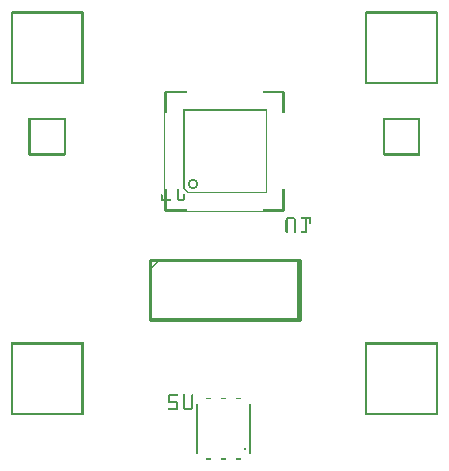
<source format=gbo>
G04 MADE WITH FRITZING*
G04 WWW.FRITZING.ORG*
G04 DOUBLE SIDED*
G04 HOLES PLATED*
G04 CONTOUR ON CENTER OF CONTOUR VECTOR*
%ASAXBY*%
%FSLAX23Y23*%
%MOIN*%
%OFA0B0*%
%SFA1.0B1.0*%
%ADD10C,0.034283X0.0222834*%
%ADD11C,0.011920X0.0039196*%
%ADD12C,0.010000*%
%ADD13R,0.001000X0.001000*%
%LNSILK0*%
G90*
G70*
G54D10*
X957Y1123D03*
G54D11*
X1131Y237D03*
G54D12*
X813Y868D02*
X1313Y868D01*
D02*
X1313Y868D02*
X1313Y668D01*
D02*
X1313Y668D02*
X813Y668D01*
D02*
X813Y668D02*
X813Y868D01*
G54D13*
X353Y1697D02*
X590Y1697D01*
X1534Y1697D02*
X1771Y1697D01*
X351Y1696D02*
X592Y1696D01*
X1532Y1696D02*
X1773Y1696D01*
X351Y1695D02*
X593Y1695D01*
X1531Y1695D02*
X1773Y1695D01*
X350Y1694D02*
X593Y1694D01*
X1531Y1694D02*
X1774Y1694D01*
X350Y1693D02*
X593Y1693D01*
X1531Y1693D02*
X1774Y1693D01*
X350Y1692D02*
X593Y1692D01*
X1531Y1692D02*
X1774Y1692D01*
X350Y1691D02*
X593Y1691D01*
X1531Y1691D02*
X1774Y1691D01*
X350Y1690D02*
X593Y1690D01*
X1531Y1690D02*
X1774Y1690D01*
X350Y1689D02*
X357Y1689D01*
X586Y1689D02*
X593Y1689D01*
X1531Y1689D02*
X1538Y1689D01*
X1767Y1689D02*
X1774Y1689D01*
X350Y1688D02*
X357Y1688D01*
X586Y1688D02*
X593Y1688D01*
X1531Y1688D02*
X1538Y1688D01*
X1767Y1688D02*
X1774Y1688D01*
X350Y1687D02*
X357Y1687D01*
X586Y1687D02*
X593Y1687D01*
X1531Y1687D02*
X1538Y1687D01*
X1767Y1687D02*
X1774Y1687D01*
X350Y1686D02*
X357Y1686D01*
X586Y1686D02*
X593Y1686D01*
X1531Y1686D02*
X1538Y1686D01*
X1767Y1686D02*
X1774Y1686D01*
X350Y1685D02*
X357Y1685D01*
X586Y1685D02*
X593Y1685D01*
X1531Y1685D02*
X1538Y1685D01*
X1767Y1685D02*
X1774Y1685D01*
X350Y1684D02*
X357Y1684D01*
X586Y1684D02*
X593Y1684D01*
X1531Y1684D02*
X1538Y1684D01*
X1767Y1684D02*
X1774Y1684D01*
X350Y1683D02*
X357Y1683D01*
X586Y1683D02*
X593Y1683D01*
X1531Y1683D02*
X1538Y1683D01*
X1767Y1683D02*
X1774Y1683D01*
X350Y1682D02*
X357Y1682D01*
X586Y1682D02*
X593Y1682D01*
X1531Y1682D02*
X1538Y1682D01*
X1767Y1682D02*
X1774Y1682D01*
X350Y1681D02*
X357Y1681D01*
X586Y1681D02*
X593Y1681D01*
X1531Y1681D02*
X1538Y1681D01*
X1767Y1681D02*
X1774Y1681D01*
X350Y1680D02*
X357Y1680D01*
X586Y1680D02*
X593Y1680D01*
X1531Y1680D02*
X1538Y1680D01*
X1767Y1680D02*
X1774Y1680D01*
X350Y1679D02*
X357Y1679D01*
X586Y1679D02*
X593Y1679D01*
X1531Y1679D02*
X1538Y1679D01*
X1767Y1679D02*
X1774Y1679D01*
X350Y1678D02*
X357Y1678D01*
X586Y1678D02*
X593Y1678D01*
X1531Y1678D02*
X1538Y1678D01*
X1767Y1678D02*
X1774Y1678D01*
X350Y1677D02*
X357Y1677D01*
X586Y1677D02*
X593Y1677D01*
X1531Y1677D02*
X1538Y1677D01*
X1767Y1677D02*
X1774Y1677D01*
X350Y1676D02*
X357Y1676D01*
X586Y1676D02*
X593Y1676D01*
X1531Y1676D02*
X1538Y1676D01*
X1767Y1676D02*
X1774Y1676D01*
X350Y1675D02*
X357Y1675D01*
X586Y1675D02*
X593Y1675D01*
X1531Y1675D02*
X1538Y1675D01*
X1767Y1675D02*
X1774Y1675D01*
X350Y1674D02*
X357Y1674D01*
X586Y1674D02*
X593Y1674D01*
X1531Y1674D02*
X1538Y1674D01*
X1767Y1674D02*
X1774Y1674D01*
X350Y1673D02*
X357Y1673D01*
X586Y1673D02*
X593Y1673D01*
X1531Y1673D02*
X1538Y1673D01*
X1767Y1673D02*
X1774Y1673D01*
X350Y1672D02*
X357Y1672D01*
X586Y1672D02*
X593Y1672D01*
X1531Y1672D02*
X1538Y1672D01*
X1767Y1672D02*
X1774Y1672D01*
X350Y1671D02*
X357Y1671D01*
X586Y1671D02*
X593Y1671D01*
X1531Y1671D02*
X1538Y1671D01*
X1767Y1671D02*
X1774Y1671D01*
X350Y1670D02*
X357Y1670D01*
X586Y1670D02*
X593Y1670D01*
X1531Y1670D02*
X1538Y1670D01*
X1767Y1670D02*
X1774Y1670D01*
X350Y1669D02*
X357Y1669D01*
X586Y1669D02*
X593Y1669D01*
X1531Y1669D02*
X1538Y1669D01*
X1767Y1669D02*
X1774Y1669D01*
X350Y1668D02*
X357Y1668D01*
X586Y1668D02*
X593Y1668D01*
X1531Y1668D02*
X1538Y1668D01*
X1767Y1668D02*
X1774Y1668D01*
X350Y1667D02*
X357Y1667D01*
X586Y1667D02*
X593Y1667D01*
X1531Y1667D02*
X1538Y1667D01*
X1767Y1667D02*
X1774Y1667D01*
X350Y1666D02*
X357Y1666D01*
X586Y1666D02*
X593Y1666D01*
X1531Y1666D02*
X1538Y1666D01*
X1767Y1666D02*
X1774Y1666D01*
X350Y1665D02*
X357Y1665D01*
X586Y1665D02*
X593Y1665D01*
X1531Y1665D02*
X1538Y1665D01*
X1767Y1665D02*
X1774Y1665D01*
X350Y1664D02*
X357Y1664D01*
X586Y1664D02*
X593Y1664D01*
X1531Y1664D02*
X1538Y1664D01*
X1767Y1664D02*
X1774Y1664D01*
X350Y1663D02*
X357Y1663D01*
X586Y1663D02*
X593Y1663D01*
X1531Y1663D02*
X1538Y1663D01*
X1767Y1663D02*
X1774Y1663D01*
X350Y1662D02*
X357Y1662D01*
X586Y1662D02*
X593Y1662D01*
X1531Y1662D02*
X1538Y1662D01*
X1767Y1662D02*
X1774Y1662D01*
X350Y1661D02*
X357Y1661D01*
X586Y1661D02*
X593Y1661D01*
X1531Y1661D02*
X1538Y1661D01*
X1767Y1661D02*
X1774Y1661D01*
X350Y1660D02*
X357Y1660D01*
X586Y1660D02*
X593Y1660D01*
X1531Y1660D02*
X1538Y1660D01*
X1767Y1660D02*
X1774Y1660D01*
X350Y1659D02*
X357Y1659D01*
X586Y1659D02*
X593Y1659D01*
X1531Y1659D02*
X1538Y1659D01*
X1767Y1659D02*
X1774Y1659D01*
X350Y1658D02*
X357Y1658D01*
X586Y1658D02*
X593Y1658D01*
X1531Y1658D02*
X1538Y1658D01*
X1767Y1658D02*
X1774Y1658D01*
X350Y1657D02*
X357Y1657D01*
X586Y1657D02*
X593Y1657D01*
X1531Y1657D02*
X1538Y1657D01*
X1767Y1657D02*
X1774Y1657D01*
X350Y1656D02*
X357Y1656D01*
X586Y1656D02*
X593Y1656D01*
X1531Y1656D02*
X1538Y1656D01*
X1767Y1656D02*
X1774Y1656D01*
X350Y1655D02*
X357Y1655D01*
X586Y1655D02*
X593Y1655D01*
X1531Y1655D02*
X1538Y1655D01*
X1767Y1655D02*
X1774Y1655D01*
X350Y1654D02*
X357Y1654D01*
X586Y1654D02*
X593Y1654D01*
X1531Y1654D02*
X1538Y1654D01*
X1767Y1654D02*
X1774Y1654D01*
X350Y1653D02*
X357Y1653D01*
X586Y1653D02*
X593Y1653D01*
X1531Y1653D02*
X1538Y1653D01*
X1767Y1653D02*
X1774Y1653D01*
X350Y1652D02*
X357Y1652D01*
X586Y1652D02*
X593Y1652D01*
X1531Y1652D02*
X1538Y1652D01*
X1767Y1652D02*
X1774Y1652D01*
X350Y1651D02*
X357Y1651D01*
X586Y1651D02*
X593Y1651D01*
X1531Y1651D02*
X1538Y1651D01*
X1767Y1651D02*
X1774Y1651D01*
X350Y1650D02*
X357Y1650D01*
X586Y1650D02*
X593Y1650D01*
X1531Y1650D02*
X1538Y1650D01*
X1767Y1650D02*
X1774Y1650D01*
X350Y1649D02*
X357Y1649D01*
X586Y1649D02*
X593Y1649D01*
X1531Y1649D02*
X1538Y1649D01*
X1767Y1649D02*
X1774Y1649D01*
X350Y1648D02*
X357Y1648D01*
X586Y1648D02*
X593Y1648D01*
X1531Y1648D02*
X1538Y1648D01*
X1767Y1648D02*
X1774Y1648D01*
X350Y1647D02*
X357Y1647D01*
X586Y1647D02*
X593Y1647D01*
X1531Y1647D02*
X1538Y1647D01*
X1767Y1647D02*
X1774Y1647D01*
X350Y1646D02*
X357Y1646D01*
X586Y1646D02*
X593Y1646D01*
X1531Y1646D02*
X1538Y1646D01*
X1767Y1646D02*
X1774Y1646D01*
X350Y1645D02*
X357Y1645D01*
X586Y1645D02*
X593Y1645D01*
X1531Y1645D02*
X1538Y1645D01*
X1767Y1645D02*
X1774Y1645D01*
X350Y1644D02*
X357Y1644D01*
X586Y1644D02*
X593Y1644D01*
X1531Y1644D02*
X1538Y1644D01*
X1767Y1644D02*
X1774Y1644D01*
X350Y1643D02*
X357Y1643D01*
X586Y1643D02*
X593Y1643D01*
X1531Y1643D02*
X1538Y1643D01*
X1767Y1643D02*
X1774Y1643D01*
X350Y1642D02*
X357Y1642D01*
X586Y1642D02*
X593Y1642D01*
X1531Y1642D02*
X1538Y1642D01*
X1767Y1642D02*
X1774Y1642D01*
X350Y1641D02*
X357Y1641D01*
X586Y1641D02*
X593Y1641D01*
X1531Y1641D02*
X1538Y1641D01*
X1767Y1641D02*
X1774Y1641D01*
X350Y1640D02*
X357Y1640D01*
X586Y1640D02*
X593Y1640D01*
X1531Y1640D02*
X1538Y1640D01*
X1767Y1640D02*
X1774Y1640D01*
X350Y1639D02*
X357Y1639D01*
X586Y1639D02*
X593Y1639D01*
X1531Y1639D02*
X1538Y1639D01*
X1767Y1639D02*
X1774Y1639D01*
X350Y1638D02*
X357Y1638D01*
X586Y1638D02*
X593Y1638D01*
X1531Y1638D02*
X1538Y1638D01*
X1767Y1638D02*
X1774Y1638D01*
X350Y1637D02*
X357Y1637D01*
X586Y1637D02*
X593Y1637D01*
X1531Y1637D02*
X1538Y1637D01*
X1767Y1637D02*
X1774Y1637D01*
X350Y1636D02*
X357Y1636D01*
X586Y1636D02*
X593Y1636D01*
X1531Y1636D02*
X1538Y1636D01*
X1767Y1636D02*
X1774Y1636D01*
X350Y1635D02*
X357Y1635D01*
X586Y1635D02*
X593Y1635D01*
X1531Y1635D02*
X1538Y1635D01*
X1767Y1635D02*
X1774Y1635D01*
X350Y1634D02*
X357Y1634D01*
X586Y1634D02*
X593Y1634D01*
X1531Y1634D02*
X1538Y1634D01*
X1767Y1634D02*
X1774Y1634D01*
X350Y1633D02*
X357Y1633D01*
X586Y1633D02*
X593Y1633D01*
X1531Y1633D02*
X1538Y1633D01*
X1767Y1633D02*
X1774Y1633D01*
X350Y1632D02*
X357Y1632D01*
X586Y1632D02*
X593Y1632D01*
X1531Y1632D02*
X1538Y1632D01*
X1767Y1632D02*
X1774Y1632D01*
X350Y1631D02*
X357Y1631D01*
X586Y1631D02*
X593Y1631D01*
X1531Y1631D02*
X1538Y1631D01*
X1767Y1631D02*
X1774Y1631D01*
X350Y1630D02*
X357Y1630D01*
X586Y1630D02*
X593Y1630D01*
X1531Y1630D02*
X1538Y1630D01*
X1767Y1630D02*
X1774Y1630D01*
X350Y1629D02*
X357Y1629D01*
X586Y1629D02*
X593Y1629D01*
X1531Y1629D02*
X1538Y1629D01*
X1767Y1629D02*
X1774Y1629D01*
X350Y1628D02*
X357Y1628D01*
X586Y1628D02*
X593Y1628D01*
X1531Y1628D02*
X1538Y1628D01*
X1767Y1628D02*
X1774Y1628D01*
X350Y1627D02*
X357Y1627D01*
X586Y1627D02*
X593Y1627D01*
X1531Y1627D02*
X1538Y1627D01*
X1767Y1627D02*
X1774Y1627D01*
X350Y1626D02*
X357Y1626D01*
X586Y1626D02*
X593Y1626D01*
X1531Y1626D02*
X1538Y1626D01*
X1767Y1626D02*
X1774Y1626D01*
X350Y1625D02*
X357Y1625D01*
X586Y1625D02*
X593Y1625D01*
X1531Y1625D02*
X1538Y1625D01*
X1767Y1625D02*
X1774Y1625D01*
X350Y1624D02*
X357Y1624D01*
X586Y1624D02*
X593Y1624D01*
X1531Y1624D02*
X1538Y1624D01*
X1767Y1624D02*
X1774Y1624D01*
X350Y1623D02*
X357Y1623D01*
X586Y1623D02*
X593Y1623D01*
X1531Y1623D02*
X1538Y1623D01*
X1767Y1623D02*
X1774Y1623D01*
X350Y1622D02*
X357Y1622D01*
X586Y1622D02*
X593Y1622D01*
X1531Y1622D02*
X1538Y1622D01*
X1767Y1622D02*
X1774Y1622D01*
X350Y1621D02*
X357Y1621D01*
X586Y1621D02*
X593Y1621D01*
X1531Y1621D02*
X1538Y1621D01*
X1767Y1621D02*
X1774Y1621D01*
X350Y1620D02*
X357Y1620D01*
X586Y1620D02*
X593Y1620D01*
X1531Y1620D02*
X1538Y1620D01*
X1767Y1620D02*
X1774Y1620D01*
X350Y1619D02*
X357Y1619D01*
X586Y1619D02*
X593Y1619D01*
X1531Y1619D02*
X1538Y1619D01*
X1767Y1619D02*
X1774Y1619D01*
X350Y1618D02*
X357Y1618D01*
X586Y1618D02*
X593Y1618D01*
X1531Y1618D02*
X1538Y1618D01*
X1767Y1618D02*
X1774Y1618D01*
X350Y1617D02*
X357Y1617D01*
X586Y1617D02*
X593Y1617D01*
X1531Y1617D02*
X1538Y1617D01*
X1767Y1617D02*
X1774Y1617D01*
X350Y1616D02*
X357Y1616D01*
X586Y1616D02*
X593Y1616D01*
X1531Y1616D02*
X1538Y1616D01*
X1767Y1616D02*
X1774Y1616D01*
X350Y1615D02*
X357Y1615D01*
X586Y1615D02*
X593Y1615D01*
X1531Y1615D02*
X1538Y1615D01*
X1767Y1615D02*
X1774Y1615D01*
X350Y1614D02*
X357Y1614D01*
X586Y1614D02*
X593Y1614D01*
X1531Y1614D02*
X1538Y1614D01*
X1767Y1614D02*
X1774Y1614D01*
X350Y1613D02*
X357Y1613D01*
X586Y1613D02*
X593Y1613D01*
X1531Y1613D02*
X1538Y1613D01*
X1767Y1613D02*
X1774Y1613D01*
X350Y1612D02*
X357Y1612D01*
X586Y1612D02*
X593Y1612D01*
X1531Y1612D02*
X1538Y1612D01*
X1767Y1612D02*
X1774Y1612D01*
X350Y1611D02*
X357Y1611D01*
X586Y1611D02*
X593Y1611D01*
X1531Y1611D02*
X1538Y1611D01*
X1767Y1611D02*
X1774Y1611D01*
X350Y1610D02*
X357Y1610D01*
X586Y1610D02*
X593Y1610D01*
X1531Y1610D02*
X1538Y1610D01*
X1767Y1610D02*
X1774Y1610D01*
X350Y1609D02*
X357Y1609D01*
X586Y1609D02*
X593Y1609D01*
X1531Y1609D02*
X1538Y1609D01*
X1767Y1609D02*
X1774Y1609D01*
X350Y1608D02*
X357Y1608D01*
X586Y1608D02*
X593Y1608D01*
X1531Y1608D02*
X1538Y1608D01*
X1767Y1608D02*
X1774Y1608D01*
X350Y1607D02*
X357Y1607D01*
X586Y1607D02*
X593Y1607D01*
X1531Y1607D02*
X1538Y1607D01*
X1767Y1607D02*
X1774Y1607D01*
X350Y1606D02*
X357Y1606D01*
X586Y1606D02*
X593Y1606D01*
X1531Y1606D02*
X1538Y1606D01*
X1767Y1606D02*
X1774Y1606D01*
X350Y1605D02*
X357Y1605D01*
X586Y1605D02*
X593Y1605D01*
X1531Y1605D02*
X1538Y1605D01*
X1767Y1605D02*
X1774Y1605D01*
X350Y1604D02*
X357Y1604D01*
X586Y1604D02*
X593Y1604D01*
X1531Y1604D02*
X1538Y1604D01*
X1767Y1604D02*
X1774Y1604D01*
X350Y1603D02*
X357Y1603D01*
X586Y1603D02*
X593Y1603D01*
X1531Y1603D02*
X1538Y1603D01*
X1767Y1603D02*
X1774Y1603D01*
X350Y1602D02*
X357Y1602D01*
X586Y1602D02*
X593Y1602D01*
X1531Y1602D02*
X1538Y1602D01*
X1767Y1602D02*
X1774Y1602D01*
X350Y1601D02*
X357Y1601D01*
X586Y1601D02*
X593Y1601D01*
X1531Y1601D02*
X1538Y1601D01*
X1767Y1601D02*
X1774Y1601D01*
X350Y1600D02*
X357Y1600D01*
X586Y1600D02*
X593Y1600D01*
X1531Y1600D02*
X1538Y1600D01*
X1767Y1600D02*
X1774Y1600D01*
X350Y1599D02*
X357Y1599D01*
X586Y1599D02*
X593Y1599D01*
X1531Y1599D02*
X1538Y1599D01*
X1767Y1599D02*
X1774Y1599D01*
X350Y1598D02*
X357Y1598D01*
X586Y1598D02*
X593Y1598D01*
X1531Y1598D02*
X1538Y1598D01*
X1767Y1598D02*
X1774Y1598D01*
X350Y1597D02*
X357Y1597D01*
X586Y1597D02*
X593Y1597D01*
X1531Y1597D02*
X1538Y1597D01*
X1767Y1597D02*
X1774Y1597D01*
X350Y1596D02*
X357Y1596D01*
X586Y1596D02*
X593Y1596D01*
X1531Y1596D02*
X1538Y1596D01*
X1767Y1596D02*
X1774Y1596D01*
X350Y1595D02*
X357Y1595D01*
X586Y1595D02*
X593Y1595D01*
X1531Y1595D02*
X1538Y1595D01*
X1767Y1595D02*
X1774Y1595D01*
X350Y1594D02*
X357Y1594D01*
X586Y1594D02*
X593Y1594D01*
X1531Y1594D02*
X1538Y1594D01*
X1767Y1594D02*
X1774Y1594D01*
X350Y1593D02*
X357Y1593D01*
X586Y1593D02*
X593Y1593D01*
X1531Y1593D02*
X1538Y1593D01*
X1767Y1593D02*
X1774Y1593D01*
X350Y1592D02*
X357Y1592D01*
X586Y1592D02*
X593Y1592D01*
X1531Y1592D02*
X1538Y1592D01*
X1767Y1592D02*
X1774Y1592D01*
X350Y1591D02*
X357Y1591D01*
X586Y1591D02*
X593Y1591D01*
X1531Y1591D02*
X1538Y1591D01*
X1767Y1591D02*
X1774Y1591D01*
X350Y1590D02*
X357Y1590D01*
X586Y1590D02*
X593Y1590D01*
X1531Y1590D02*
X1538Y1590D01*
X1767Y1590D02*
X1774Y1590D01*
X350Y1589D02*
X357Y1589D01*
X586Y1589D02*
X593Y1589D01*
X1531Y1589D02*
X1538Y1589D01*
X1767Y1589D02*
X1774Y1589D01*
X350Y1588D02*
X357Y1588D01*
X586Y1588D02*
X593Y1588D01*
X1531Y1588D02*
X1538Y1588D01*
X1767Y1588D02*
X1774Y1588D01*
X350Y1587D02*
X357Y1587D01*
X586Y1587D02*
X593Y1587D01*
X1531Y1587D02*
X1538Y1587D01*
X1767Y1587D02*
X1774Y1587D01*
X350Y1586D02*
X357Y1586D01*
X586Y1586D02*
X593Y1586D01*
X1531Y1586D02*
X1538Y1586D01*
X1767Y1586D02*
X1774Y1586D01*
X350Y1585D02*
X357Y1585D01*
X586Y1585D02*
X593Y1585D01*
X1531Y1585D02*
X1538Y1585D01*
X1767Y1585D02*
X1774Y1585D01*
X350Y1584D02*
X357Y1584D01*
X586Y1584D02*
X593Y1584D01*
X1531Y1584D02*
X1538Y1584D01*
X1767Y1584D02*
X1774Y1584D01*
X350Y1583D02*
X357Y1583D01*
X586Y1583D02*
X593Y1583D01*
X1531Y1583D02*
X1538Y1583D01*
X1767Y1583D02*
X1774Y1583D01*
X350Y1582D02*
X357Y1582D01*
X586Y1582D02*
X593Y1582D01*
X1531Y1582D02*
X1538Y1582D01*
X1767Y1582D02*
X1774Y1582D01*
X350Y1581D02*
X357Y1581D01*
X586Y1581D02*
X593Y1581D01*
X1531Y1581D02*
X1538Y1581D01*
X1767Y1581D02*
X1774Y1581D01*
X350Y1580D02*
X357Y1580D01*
X586Y1580D02*
X593Y1580D01*
X1531Y1580D02*
X1538Y1580D01*
X1767Y1580D02*
X1774Y1580D01*
X350Y1579D02*
X357Y1579D01*
X586Y1579D02*
X593Y1579D01*
X1531Y1579D02*
X1538Y1579D01*
X1767Y1579D02*
X1774Y1579D01*
X350Y1578D02*
X357Y1578D01*
X586Y1578D02*
X593Y1578D01*
X1531Y1578D02*
X1538Y1578D01*
X1767Y1578D02*
X1774Y1578D01*
X350Y1577D02*
X357Y1577D01*
X586Y1577D02*
X593Y1577D01*
X1531Y1577D02*
X1538Y1577D01*
X1767Y1577D02*
X1774Y1577D01*
X350Y1576D02*
X357Y1576D01*
X586Y1576D02*
X593Y1576D01*
X1531Y1576D02*
X1538Y1576D01*
X1767Y1576D02*
X1774Y1576D01*
X350Y1575D02*
X357Y1575D01*
X586Y1575D02*
X593Y1575D01*
X1531Y1575D02*
X1538Y1575D01*
X1767Y1575D02*
X1774Y1575D01*
X350Y1574D02*
X357Y1574D01*
X586Y1574D02*
X593Y1574D01*
X1531Y1574D02*
X1538Y1574D01*
X1767Y1574D02*
X1774Y1574D01*
X350Y1573D02*
X357Y1573D01*
X586Y1573D02*
X593Y1573D01*
X1531Y1573D02*
X1538Y1573D01*
X1767Y1573D02*
X1774Y1573D01*
X350Y1572D02*
X357Y1572D01*
X586Y1572D02*
X593Y1572D01*
X1531Y1572D02*
X1538Y1572D01*
X1767Y1572D02*
X1774Y1572D01*
X350Y1571D02*
X357Y1571D01*
X586Y1571D02*
X593Y1571D01*
X1531Y1571D02*
X1538Y1571D01*
X1767Y1571D02*
X1774Y1571D01*
X350Y1570D02*
X357Y1570D01*
X586Y1570D02*
X593Y1570D01*
X1531Y1570D02*
X1538Y1570D01*
X1767Y1570D02*
X1774Y1570D01*
X350Y1569D02*
X357Y1569D01*
X586Y1569D02*
X593Y1569D01*
X1531Y1569D02*
X1538Y1569D01*
X1767Y1569D02*
X1774Y1569D01*
X350Y1568D02*
X357Y1568D01*
X586Y1568D02*
X593Y1568D01*
X1531Y1568D02*
X1538Y1568D01*
X1767Y1568D02*
X1774Y1568D01*
X350Y1567D02*
X357Y1567D01*
X586Y1567D02*
X593Y1567D01*
X1531Y1567D02*
X1538Y1567D01*
X1767Y1567D02*
X1774Y1567D01*
X350Y1566D02*
X357Y1566D01*
X586Y1566D02*
X593Y1566D01*
X1531Y1566D02*
X1538Y1566D01*
X1767Y1566D02*
X1774Y1566D01*
X350Y1565D02*
X357Y1565D01*
X586Y1565D02*
X593Y1565D01*
X1531Y1565D02*
X1538Y1565D01*
X1767Y1565D02*
X1774Y1565D01*
X350Y1564D02*
X357Y1564D01*
X586Y1564D02*
X593Y1564D01*
X1531Y1564D02*
X1538Y1564D01*
X1767Y1564D02*
X1774Y1564D01*
X350Y1563D02*
X357Y1563D01*
X586Y1563D02*
X593Y1563D01*
X1531Y1563D02*
X1538Y1563D01*
X1767Y1563D02*
X1774Y1563D01*
X350Y1562D02*
X357Y1562D01*
X586Y1562D02*
X593Y1562D01*
X1531Y1562D02*
X1538Y1562D01*
X1767Y1562D02*
X1774Y1562D01*
X350Y1561D02*
X357Y1561D01*
X586Y1561D02*
X593Y1561D01*
X1531Y1561D02*
X1538Y1561D01*
X1767Y1561D02*
X1774Y1561D01*
X350Y1560D02*
X357Y1560D01*
X586Y1560D02*
X593Y1560D01*
X1531Y1560D02*
X1538Y1560D01*
X1767Y1560D02*
X1774Y1560D01*
X350Y1559D02*
X357Y1559D01*
X586Y1559D02*
X593Y1559D01*
X1531Y1559D02*
X1538Y1559D01*
X1767Y1559D02*
X1774Y1559D01*
X350Y1558D02*
X357Y1558D01*
X586Y1558D02*
X593Y1558D01*
X1531Y1558D02*
X1538Y1558D01*
X1767Y1558D02*
X1774Y1558D01*
X350Y1557D02*
X357Y1557D01*
X586Y1557D02*
X593Y1557D01*
X1531Y1557D02*
X1538Y1557D01*
X1767Y1557D02*
X1774Y1557D01*
X350Y1556D02*
X357Y1556D01*
X586Y1556D02*
X593Y1556D01*
X1531Y1556D02*
X1538Y1556D01*
X1767Y1556D02*
X1774Y1556D01*
X350Y1555D02*
X357Y1555D01*
X586Y1555D02*
X593Y1555D01*
X1531Y1555D02*
X1538Y1555D01*
X1767Y1555D02*
X1774Y1555D01*
X350Y1554D02*
X357Y1554D01*
X586Y1554D02*
X593Y1554D01*
X1531Y1554D02*
X1538Y1554D01*
X1767Y1554D02*
X1774Y1554D01*
X350Y1553D02*
X357Y1553D01*
X586Y1553D02*
X593Y1553D01*
X1531Y1553D02*
X1538Y1553D01*
X1767Y1553D02*
X1774Y1553D01*
X350Y1552D02*
X357Y1552D01*
X586Y1552D02*
X593Y1552D01*
X1531Y1552D02*
X1538Y1552D01*
X1767Y1552D02*
X1774Y1552D01*
X350Y1551D02*
X357Y1551D01*
X586Y1551D02*
X593Y1551D01*
X1531Y1551D02*
X1538Y1551D01*
X1767Y1551D02*
X1774Y1551D01*
X350Y1550D02*
X357Y1550D01*
X586Y1550D02*
X593Y1550D01*
X1531Y1550D02*
X1538Y1550D01*
X1767Y1550D02*
X1774Y1550D01*
X350Y1549D02*
X357Y1549D01*
X586Y1549D02*
X593Y1549D01*
X1531Y1549D02*
X1538Y1549D01*
X1767Y1549D02*
X1774Y1549D01*
X350Y1548D02*
X357Y1548D01*
X586Y1548D02*
X593Y1548D01*
X1531Y1548D02*
X1538Y1548D01*
X1767Y1548D02*
X1774Y1548D01*
X350Y1547D02*
X357Y1547D01*
X586Y1547D02*
X593Y1547D01*
X1531Y1547D02*
X1538Y1547D01*
X1767Y1547D02*
X1774Y1547D01*
X350Y1546D02*
X357Y1546D01*
X586Y1546D02*
X593Y1546D01*
X1531Y1546D02*
X1538Y1546D01*
X1767Y1546D02*
X1774Y1546D01*
X350Y1545D02*
X357Y1545D01*
X586Y1545D02*
X593Y1545D01*
X1531Y1545D02*
X1538Y1545D01*
X1767Y1545D02*
X1774Y1545D01*
X350Y1544D02*
X357Y1544D01*
X586Y1544D02*
X593Y1544D01*
X1531Y1544D02*
X1538Y1544D01*
X1767Y1544D02*
X1774Y1544D01*
X350Y1543D02*
X357Y1543D01*
X586Y1543D02*
X593Y1543D01*
X1531Y1543D02*
X1538Y1543D01*
X1767Y1543D02*
X1774Y1543D01*
X350Y1542D02*
X357Y1542D01*
X586Y1542D02*
X593Y1542D01*
X1531Y1542D02*
X1538Y1542D01*
X1767Y1542D02*
X1774Y1542D01*
X350Y1541D02*
X357Y1541D01*
X586Y1541D02*
X593Y1541D01*
X1531Y1541D02*
X1538Y1541D01*
X1767Y1541D02*
X1774Y1541D01*
X350Y1540D02*
X357Y1540D01*
X586Y1540D02*
X593Y1540D01*
X1531Y1540D02*
X1538Y1540D01*
X1767Y1540D02*
X1774Y1540D01*
X350Y1539D02*
X357Y1539D01*
X586Y1539D02*
X593Y1539D01*
X1531Y1539D02*
X1538Y1539D01*
X1767Y1539D02*
X1774Y1539D01*
X350Y1538D02*
X357Y1538D01*
X586Y1538D02*
X593Y1538D01*
X1531Y1538D02*
X1538Y1538D01*
X1767Y1538D02*
X1774Y1538D01*
X350Y1537D02*
X357Y1537D01*
X586Y1537D02*
X593Y1537D01*
X1531Y1537D02*
X1538Y1537D01*
X1767Y1537D02*
X1774Y1537D01*
X350Y1536D02*
X357Y1536D01*
X586Y1536D02*
X593Y1536D01*
X1531Y1536D02*
X1538Y1536D01*
X1767Y1536D02*
X1774Y1536D01*
X350Y1535D02*
X357Y1535D01*
X586Y1535D02*
X593Y1535D01*
X1531Y1535D02*
X1538Y1535D01*
X1767Y1535D02*
X1774Y1535D01*
X350Y1534D02*
X357Y1534D01*
X586Y1534D02*
X593Y1534D01*
X1531Y1534D02*
X1538Y1534D01*
X1767Y1534D02*
X1774Y1534D01*
X350Y1533D02*
X357Y1533D01*
X586Y1533D02*
X593Y1533D01*
X1531Y1533D02*
X1538Y1533D01*
X1767Y1533D02*
X1774Y1533D01*
X350Y1532D02*
X357Y1532D01*
X586Y1532D02*
X593Y1532D01*
X1531Y1532D02*
X1538Y1532D01*
X1767Y1532D02*
X1774Y1532D01*
X350Y1531D02*
X357Y1531D01*
X586Y1531D02*
X593Y1531D01*
X1531Y1531D02*
X1538Y1531D01*
X1767Y1531D02*
X1774Y1531D01*
X350Y1530D02*
X357Y1530D01*
X586Y1530D02*
X593Y1530D01*
X1531Y1530D02*
X1538Y1530D01*
X1767Y1530D02*
X1774Y1530D01*
X350Y1529D02*
X357Y1529D01*
X586Y1529D02*
X593Y1529D01*
X1531Y1529D02*
X1538Y1529D01*
X1767Y1529D02*
X1774Y1529D01*
X350Y1528D02*
X357Y1528D01*
X586Y1528D02*
X593Y1528D01*
X1531Y1528D02*
X1538Y1528D01*
X1767Y1528D02*
X1774Y1528D01*
X350Y1527D02*
X357Y1527D01*
X586Y1527D02*
X593Y1527D01*
X1531Y1527D02*
X1538Y1527D01*
X1767Y1527D02*
X1774Y1527D01*
X350Y1526D02*
X357Y1526D01*
X586Y1526D02*
X593Y1526D01*
X1531Y1526D02*
X1538Y1526D01*
X1767Y1526D02*
X1774Y1526D01*
X350Y1525D02*
X357Y1525D01*
X586Y1525D02*
X593Y1525D01*
X1531Y1525D02*
X1538Y1525D01*
X1767Y1525D02*
X1774Y1525D01*
X350Y1524D02*
X357Y1524D01*
X586Y1524D02*
X593Y1524D01*
X1531Y1524D02*
X1538Y1524D01*
X1767Y1524D02*
X1774Y1524D01*
X350Y1523D02*
X357Y1523D01*
X586Y1523D02*
X593Y1523D01*
X1531Y1523D02*
X1538Y1523D01*
X1767Y1523D02*
X1774Y1523D01*
X350Y1522D02*
X357Y1522D01*
X586Y1522D02*
X593Y1522D01*
X1531Y1522D02*
X1538Y1522D01*
X1767Y1522D02*
X1774Y1522D01*
X350Y1521D02*
X357Y1521D01*
X586Y1521D02*
X593Y1521D01*
X1531Y1521D02*
X1538Y1521D01*
X1767Y1521D02*
X1774Y1521D01*
X350Y1520D02*
X357Y1520D01*
X586Y1520D02*
X593Y1520D01*
X1531Y1520D02*
X1538Y1520D01*
X1767Y1520D02*
X1774Y1520D01*
X350Y1519D02*
X357Y1519D01*
X586Y1519D02*
X593Y1519D01*
X1531Y1519D02*
X1538Y1519D01*
X1767Y1519D02*
X1774Y1519D01*
X350Y1518D02*
X357Y1518D01*
X586Y1518D02*
X593Y1518D01*
X1531Y1518D02*
X1538Y1518D01*
X1767Y1518D02*
X1774Y1518D01*
X350Y1517D02*
X357Y1517D01*
X586Y1517D02*
X593Y1517D01*
X1531Y1517D02*
X1538Y1517D01*
X1767Y1517D02*
X1774Y1517D01*
X350Y1516D02*
X357Y1516D01*
X586Y1516D02*
X593Y1516D01*
X1531Y1516D02*
X1538Y1516D01*
X1767Y1516D02*
X1774Y1516D01*
X350Y1515D02*
X357Y1515D01*
X586Y1515D02*
X593Y1515D01*
X1531Y1515D02*
X1538Y1515D01*
X1767Y1515D02*
X1774Y1515D01*
X350Y1514D02*
X357Y1514D01*
X586Y1514D02*
X593Y1514D01*
X1531Y1514D02*
X1538Y1514D01*
X1767Y1514D02*
X1774Y1514D01*
X350Y1513D02*
X357Y1513D01*
X586Y1513D02*
X593Y1513D01*
X1531Y1513D02*
X1538Y1513D01*
X1767Y1513D02*
X1774Y1513D01*
X350Y1512D02*
X357Y1512D01*
X586Y1512D02*
X593Y1512D01*
X1531Y1512D02*
X1538Y1512D01*
X1767Y1512D02*
X1774Y1512D01*
X350Y1511D02*
X357Y1511D01*
X586Y1511D02*
X593Y1511D01*
X1531Y1511D02*
X1538Y1511D01*
X1767Y1511D02*
X1774Y1511D01*
X350Y1510D02*
X357Y1510D01*
X586Y1510D02*
X593Y1510D01*
X1531Y1510D02*
X1538Y1510D01*
X1767Y1510D02*
X1774Y1510D01*
X350Y1509D02*
X357Y1509D01*
X586Y1509D02*
X593Y1509D01*
X1531Y1509D02*
X1538Y1509D01*
X1767Y1509D02*
X1774Y1509D01*
X350Y1508D02*
X357Y1508D01*
X586Y1508D02*
X593Y1508D01*
X1531Y1508D02*
X1538Y1508D01*
X1767Y1508D02*
X1774Y1508D01*
X350Y1507D02*
X357Y1507D01*
X586Y1507D02*
X593Y1507D01*
X1531Y1507D02*
X1538Y1507D01*
X1767Y1507D02*
X1774Y1507D01*
X350Y1506D02*
X357Y1506D01*
X586Y1506D02*
X593Y1506D01*
X1531Y1506D02*
X1538Y1506D01*
X1767Y1506D02*
X1774Y1506D01*
X350Y1505D02*
X357Y1505D01*
X586Y1505D02*
X593Y1505D01*
X1531Y1505D02*
X1538Y1505D01*
X1767Y1505D02*
X1774Y1505D01*
X350Y1504D02*
X357Y1504D01*
X586Y1504D02*
X593Y1504D01*
X1531Y1504D02*
X1538Y1504D01*
X1767Y1504D02*
X1774Y1504D01*
X350Y1503D02*
X357Y1503D01*
X586Y1503D02*
X593Y1503D01*
X1531Y1503D02*
X1538Y1503D01*
X1767Y1503D02*
X1774Y1503D01*
X350Y1502D02*
X357Y1502D01*
X586Y1502D02*
X593Y1502D01*
X1531Y1502D02*
X1538Y1502D01*
X1767Y1502D02*
X1774Y1502D01*
X350Y1501D02*
X357Y1501D01*
X586Y1501D02*
X593Y1501D01*
X1531Y1501D02*
X1538Y1501D01*
X1767Y1501D02*
X1774Y1501D01*
X350Y1500D02*
X357Y1500D01*
X586Y1500D02*
X593Y1500D01*
X1531Y1500D02*
X1538Y1500D01*
X1767Y1500D02*
X1774Y1500D01*
X350Y1499D02*
X357Y1499D01*
X586Y1499D02*
X593Y1499D01*
X1531Y1499D02*
X1538Y1499D01*
X1767Y1499D02*
X1774Y1499D01*
X350Y1498D02*
X357Y1498D01*
X586Y1498D02*
X593Y1498D01*
X1531Y1498D02*
X1538Y1498D01*
X1767Y1498D02*
X1774Y1498D01*
X350Y1497D02*
X357Y1497D01*
X586Y1497D02*
X593Y1497D01*
X1531Y1497D02*
X1538Y1497D01*
X1767Y1497D02*
X1774Y1497D01*
X350Y1496D02*
X357Y1496D01*
X586Y1496D02*
X593Y1496D01*
X1531Y1496D02*
X1538Y1496D01*
X1767Y1496D02*
X1774Y1496D01*
X350Y1495D02*
X357Y1495D01*
X586Y1495D02*
X593Y1495D01*
X1531Y1495D02*
X1538Y1495D01*
X1767Y1495D02*
X1774Y1495D01*
X350Y1494D02*
X357Y1494D01*
X586Y1494D02*
X593Y1494D01*
X1531Y1494D02*
X1538Y1494D01*
X1767Y1494D02*
X1774Y1494D01*
X350Y1493D02*
X357Y1493D01*
X586Y1493D02*
X593Y1493D01*
X1531Y1493D02*
X1538Y1493D01*
X1767Y1493D02*
X1774Y1493D01*
X350Y1492D02*
X357Y1492D01*
X586Y1492D02*
X593Y1492D01*
X1531Y1492D02*
X1538Y1492D01*
X1767Y1492D02*
X1774Y1492D01*
X350Y1491D02*
X357Y1491D01*
X586Y1491D02*
X593Y1491D01*
X1531Y1491D02*
X1538Y1491D01*
X1767Y1491D02*
X1774Y1491D01*
X350Y1490D02*
X357Y1490D01*
X586Y1490D02*
X593Y1490D01*
X1531Y1490D02*
X1538Y1490D01*
X1767Y1490D02*
X1774Y1490D01*
X350Y1489D02*
X357Y1489D01*
X586Y1489D02*
X593Y1489D01*
X1531Y1489D02*
X1538Y1489D01*
X1767Y1489D02*
X1774Y1489D01*
X350Y1488D02*
X357Y1488D01*
X586Y1488D02*
X593Y1488D01*
X1531Y1488D02*
X1538Y1488D01*
X1767Y1488D02*
X1774Y1488D01*
X350Y1487D02*
X357Y1487D01*
X586Y1487D02*
X593Y1487D01*
X1531Y1487D02*
X1538Y1487D01*
X1767Y1487D02*
X1774Y1487D01*
X350Y1486D02*
X357Y1486D01*
X586Y1486D02*
X593Y1486D01*
X1531Y1486D02*
X1538Y1486D01*
X1767Y1486D02*
X1774Y1486D01*
X350Y1485D02*
X357Y1485D01*
X586Y1485D02*
X593Y1485D01*
X1531Y1485D02*
X1538Y1485D01*
X1767Y1485D02*
X1774Y1485D01*
X350Y1484D02*
X357Y1484D01*
X586Y1484D02*
X593Y1484D01*
X1531Y1484D02*
X1538Y1484D01*
X1767Y1484D02*
X1774Y1484D01*
X350Y1483D02*
X357Y1483D01*
X586Y1483D02*
X593Y1483D01*
X1531Y1483D02*
X1538Y1483D01*
X1767Y1483D02*
X1774Y1483D01*
X350Y1482D02*
X357Y1482D01*
X586Y1482D02*
X593Y1482D01*
X1531Y1482D02*
X1538Y1482D01*
X1767Y1482D02*
X1774Y1482D01*
X350Y1481D02*
X357Y1481D01*
X586Y1481D02*
X593Y1481D01*
X1531Y1481D02*
X1538Y1481D01*
X1767Y1481D02*
X1774Y1481D01*
X350Y1480D02*
X357Y1480D01*
X586Y1480D02*
X593Y1480D01*
X1531Y1480D02*
X1538Y1480D01*
X1767Y1480D02*
X1774Y1480D01*
X350Y1479D02*
X357Y1479D01*
X586Y1479D02*
X593Y1479D01*
X1531Y1479D02*
X1538Y1479D01*
X1767Y1479D02*
X1774Y1479D01*
X350Y1478D02*
X357Y1478D01*
X586Y1478D02*
X593Y1478D01*
X1531Y1478D02*
X1538Y1478D01*
X1767Y1478D02*
X1774Y1478D01*
X350Y1477D02*
X357Y1477D01*
X586Y1477D02*
X593Y1477D01*
X1531Y1477D02*
X1538Y1477D01*
X1767Y1477D02*
X1774Y1477D01*
X350Y1476D02*
X357Y1476D01*
X586Y1476D02*
X593Y1476D01*
X1531Y1476D02*
X1538Y1476D01*
X1767Y1476D02*
X1774Y1476D01*
X350Y1475D02*
X357Y1475D01*
X586Y1475D02*
X593Y1475D01*
X1531Y1475D02*
X1538Y1475D01*
X1767Y1475D02*
X1774Y1475D01*
X350Y1474D02*
X357Y1474D01*
X586Y1474D02*
X593Y1474D01*
X1531Y1474D02*
X1538Y1474D01*
X1767Y1474D02*
X1774Y1474D01*
X350Y1473D02*
X357Y1473D01*
X586Y1473D02*
X593Y1473D01*
X1531Y1473D02*
X1538Y1473D01*
X1767Y1473D02*
X1774Y1473D01*
X350Y1472D02*
X357Y1472D01*
X586Y1472D02*
X593Y1472D01*
X1531Y1472D02*
X1538Y1472D01*
X1767Y1472D02*
X1774Y1472D01*
X350Y1471D02*
X357Y1471D01*
X586Y1471D02*
X593Y1471D01*
X1531Y1471D02*
X1538Y1471D01*
X1767Y1471D02*
X1774Y1471D01*
X350Y1470D02*
X357Y1470D01*
X586Y1470D02*
X593Y1470D01*
X1531Y1470D02*
X1538Y1470D01*
X1767Y1470D02*
X1774Y1470D01*
X350Y1469D02*
X357Y1469D01*
X586Y1469D02*
X593Y1469D01*
X1531Y1469D02*
X1538Y1469D01*
X1767Y1469D02*
X1774Y1469D01*
X350Y1468D02*
X357Y1468D01*
X586Y1468D02*
X593Y1468D01*
X1531Y1468D02*
X1538Y1468D01*
X1767Y1468D02*
X1774Y1468D01*
X350Y1467D02*
X357Y1467D01*
X586Y1467D02*
X593Y1467D01*
X1531Y1467D02*
X1538Y1467D01*
X1767Y1467D02*
X1774Y1467D01*
X350Y1466D02*
X357Y1466D01*
X586Y1466D02*
X593Y1466D01*
X1531Y1466D02*
X1538Y1466D01*
X1767Y1466D02*
X1774Y1466D01*
X350Y1465D02*
X357Y1465D01*
X586Y1465D02*
X593Y1465D01*
X1531Y1465D02*
X1538Y1465D01*
X1767Y1465D02*
X1774Y1465D01*
X350Y1464D02*
X357Y1464D01*
X586Y1464D02*
X593Y1464D01*
X1531Y1464D02*
X1538Y1464D01*
X1767Y1464D02*
X1774Y1464D01*
X350Y1463D02*
X357Y1463D01*
X586Y1463D02*
X593Y1463D01*
X1531Y1463D02*
X1538Y1463D01*
X1767Y1463D02*
X1774Y1463D01*
X350Y1462D02*
X357Y1462D01*
X586Y1462D02*
X593Y1462D01*
X1531Y1462D02*
X1538Y1462D01*
X1767Y1462D02*
X1774Y1462D01*
X350Y1461D02*
X593Y1461D01*
X1531Y1461D02*
X1774Y1461D01*
X350Y1460D02*
X593Y1460D01*
X1531Y1460D02*
X1774Y1460D01*
X350Y1459D02*
X593Y1459D01*
X1531Y1459D02*
X1774Y1459D01*
X350Y1458D02*
X593Y1458D01*
X1531Y1458D02*
X1774Y1458D01*
X350Y1457D02*
X593Y1457D01*
X1531Y1457D02*
X1774Y1457D01*
X350Y1456D02*
X593Y1456D01*
X1531Y1456D02*
X1774Y1456D01*
X351Y1455D02*
X593Y1455D01*
X1531Y1455D02*
X1773Y1455D01*
X352Y1454D02*
X592Y1454D01*
X1532Y1454D02*
X1772Y1454D01*
X864Y1431D02*
X1260Y1431D01*
X863Y1430D02*
X938Y1430D01*
X1191Y1430D02*
X1261Y1430D01*
X862Y1429D02*
X937Y1429D01*
X1191Y1429D02*
X1262Y1429D01*
X862Y1428D02*
X937Y1428D01*
X1191Y1428D02*
X1262Y1428D01*
X862Y1427D02*
X937Y1427D01*
X1191Y1427D02*
X1262Y1427D01*
X862Y1426D02*
X937Y1426D01*
X1191Y1426D02*
X1262Y1426D01*
X862Y1425D02*
X937Y1425D01*
X1191Y1425D02*
X1262Y1425D01*
X862Y1424D02*
X937Y1424D01*
X1191Y1424D02*
X1262Y1424D01*
X862Y1423D02*
X869Y1423D01*
X1255Y1423D02*
X1262Y1423D01*
X862Y1422D02*
X869Y1422D01*
X1255Y1422D02*
X1262Y1422D01*
X862Y1421D02*
X869Y1421D01*
X1255Y1421D02*
X1262Y1421D01*
X862Y1420D02*
X869Y1420D01*
X1255Y1420D02*
X1262Y1420D01*
X862Y1419D02*
X869Y1419D01*
X1255Y1419D02*
X1262Y1419D01*
X862Y1418D02*
X869Y1418D01*
X1255Y1418D02*
X1262Y1418D01*
X862Y1417D02*
X869Y1417D01*
X1255Y1417D02*
X1262Y1417D01*
X862Y1416D02*
X869Y1416D01*
X1255Y1416D02*
X1262Y1416D01*
X862Y1415D02*
X869Y1415D01*
X1255Y1415D02*
X1262Y1415D01*
X862Y1414D02*
X869Y1414D01*
X1255Y1414D02*
X1262Y1414D01*
X862Y1413D02*
X869Y1413D01*
X1255Y1413D02*
X1262Y1413D01*
X862Y1412D02*
X869Y1412D01*
X1255Y1412D02*
X1262Y1412D01*
X862Y1411D02*
X869Y1411D01*
X1255Y1411D02*
X1262Y1411D01*
X862Y1410D02*
X869Y1410D01*
X1255Y1410D02*
X1262Y1410D01*
X862Y1409D02*
X869Y1409D01*
X1255Y1409D02*
X1262Y1409D01*
X862Y1408D02*
X869Y1408D01*
X1255Y1408D02*
X1262Y1408D01*
X862Y1407D02*
X869Y1407D01*
X1255Y1407D02*
X1262Y1407D01*
X862Y1406D02*
X869Y1406D01*
X1255Y1406D02*
X1262Y1406D01*
X862Y1405D02*
X869Y1405D01*
X1255Y1405D02*
X1262Y1405D01*
X862Y1404D02*
X869Y1404D01*
X1255Y1404D02*
X1262Y1404D01*
X862Y1403D02*
X869Y1403D01*
X1255Y1403D02*
X1262Y1403D01*
X862Y1402D02*
X869Y1402D01*
X1255Y1402D02*
X1262Y1402D01*
X862Y1401D02*
X869Y1401D01*
X1255Y1401D02*
X1262Y1401D01*
X862Y1400D02*
X869Y1400D01*
X1255Y1400D02*
X1262Y1400D01*
X862Y1399D02*
X869Y1399D01*
X1255Y1399D02*
X1262Y1399D01*
X862Y1398D02*
X869Y1398D01*
X1255Y1398D02*
X1262Y1398D01*
X862Y1397D02*
X869Y1397D01*
X1255Y1397D02*
X1262Y1397D01*
X862Y1396D02*
X869Y1396D01*
X1255Y1396D02*
X1262Y1396D01*
X862Y1395D02*
X869Y1395D01*
X1255Y1395D02*
X1262Y1395D01*
X862Y1394D02*
X869Y1394D01*
X1255Y1394D02*
X1262Y1394D01*
X862Y1393D02*
X869Y1393D01*
X1255Y1393D02*
X1262Y1393D01*
X862Y1392D02*
X869Y1392D01*
X1255Y1392D02*
X1262Y1392D01*
X862Y1391D02*
X869Y1391D01*
X1255Y1391D02*
X1262Y1391D01*
X862Y1390D02*
X869Y1390D01*
X1255Y1390D02*
X1262Y1390D01*
X862Y1389D02*
X869Y1389D01*
X1255Y1389D02*
X1262Y1389D01*
X862Y1388D02*
X869Y1388D01*
X1255Y1388D02*
X1262Y1388D01*
X862Y1387D02*
X869Y1387D01*
X1255Y1387D02*
X1262Y1387D01*
X862Y1386D02*
X869Y1386D01*
X1255Y1386D02*
X1262Y1386D01*
X862Y1385D02*
X869Y1385D01*
X1255Y1385D02*
X1262Y1385D01*
X862Y1384D02*
X869Y1384D01*
X1255Y1384D02*
X1262Y1384D01*
X862Y1383D02*
X869Y1383D01*
X1255Y1383D02*
X1262Y1383D01*
X862Y1382D02*
X869Y1382D01*
X1255Y1382D02*
X1262Y1382D01*
X862Y1381D02*
X869Y1381D01*
X1255Y1381D02*
X1262Y1381D01*
X862Y1380D02*
X869Y1380D01*
X1255Y1380D02*
X1262Y1380D01*
X862Y1379D02*
X869Y1379D01*
X1255Y1379D02*
X1262Y1379D01*
X862Y1378D02*
X869Y1378D01*
X1255Y1378D02*
X1262Y1378D01*
X862Y1377D02*
X869Y1377D01*
X1255Y1377D02*
X1262Y1377D01*
X862Y1376D02*
X869Y1376D01*
X1255Y1376D02*
X1262Y1376D01*
X862Y1375D02*
X869Y1375D01*
X1255Y1375D02*
X1262Y1375D01*
X862Y1374D02*
X869Y1374D01*
X1255Y1374D02*
X1262Y1374D01*
X862Y1373D02*
X869Y1373D01*
X1255Y1373D02*
X1262Y1373D01*
X862Y1372D02*
X869Y1372D01*
X925Y1372D02*
X937Y1372D01*
X1191Y1372D02*
X1203Y1372D01*
X1255Y1372D02*
X1262Y1372D01*
X862Y1371D02*
X869Y1371D01*
X924Y1371D02*
X937Y1371D01*
X1191Y1371D02*
X1204Y1371D01*
X1255Y1371D02*
X1262Y1371D01*
X862Y1370D02*
X869Y1370D01*
X924Y1370D02*
X1204Y1370D01*
X1255Y1370D02*
X1262Y1370D01*
X862Y1369D02*
X869Y1369D01*
X924Y1369D02*
X1205Y1369D01*
X1255Y1369D02*
X1262Y1369D01*
X862Y1368D02*
X869Y1368D01*
X924Y1368D02*
X1205Y1368D01*
X1255Y1368D02*
X1262Y1368D01*
X862Y1367D02*
X869Y1367D01*
X924Y1367D02*
X1205Y1367D01*
X1255Y1367D02*
X1262Y1367D01*
X862Y1366D02*
X869Y1366D01*
X924Y1366D02*
X929Y1366D01*
X1200Y1366D02*
X1205Y1366D01*
X1255Y1366D02*
X1262Y1366D01*
X862Y1365D02*
X869Y1365D01*
X924Y1365D02*
X929Y1365D01*
X1200Y1365D02*
X1205Y1365D01*
X1255Y1365D02*
X1262Y1365D01*
X862Y1364D02*
X869Y1364D01*
X924Y1364D02*
X929Y1364D01*
X1200Y1364D02*
X1205Y1364D01*
X1255Y1364D02*
X1262Y1364D01*
X862Y1363D02*
X869Y1363D01*
X924Y1363D02*
X929Y1363D01*
X1200Y1363D02*
X1205Y1363D01*
X1255Y1363D02*
X1262Y1363D01*
X862Y1362D02*
X869Y1362D01*
X924Y1362D02*
X929Y1362D01*
X1200Y1362D02*
X1205Y1362D01*
X1255Y1362D02*
X1262Y1362D01*
X862Y1361D02*
X869Y1361D01*
X924Y1361D02*
X929Y1361D01*
X1200Y1361D02*
X1205Y1361D01*
X1255Y1361D02*
X1262Y1361D01*
X862Y1360D02*
X869Y1360D01*
X924Y1360D02*
X929Y1360D01*
X1200Y1360D02*
X1205Y1360D01*
X1255Y1360D02*
X1262Y1360D01*
X862Y1359D02*
X869Y1359D01*
X924Y1359D02*
X929Y1359D01*
X1200Y1359D02*
X1205Y1359D01*
X1255Y1359D02*
X1262Y1359D01*
X862Y1358D02*
X869Y1358D01*
X924Y1358D02*
X929Y1358D01*
X1200Y1358D02*
X1205Y1358D01*
X1255Y1358D02*
X1262Y1358D01*
X862Y1357D02*
X865Y1357D01*
X926Y1357D02*
X929Y1357D01*
X1200Y1357D02*
X1203Y1357D01*
X862Y1356D02*
X865Y1356D01*
X926Y1356D02*
X929Y1356D01*
X1200Y1356D02*
X1203Y1356D01*
X862Y1355D02*
X865Y1355D01*
X926Y1355D02*
X929Y1355D01*
X1200Y1355D02*
X1203Y1355D01*
X862Y1354D02*
X865Y1354D01*
X926Y1354D02*
X929Y1354D01*
X1200Y1354D02*
X1203Y1354D01*
X862Y1353D02*
X865Y1353D01*
X926Y1353D02*
X929Y1353D01*
X1200Y1353D02*
X1203Y1353D01*
X862Y1352D02*
X865Y1352D01*
X926Y1352D02*
X929Y1352D01*
X1200Y1352D02*
X1203Y1352D01*
X862Y1351D02*
X865Y1351D01*
X926Y1351D02*
X929Y1351D01*
X1200Y1351D02*
X1203Y1351D01*
X862Y1350D02*
X865Y1350D01*
X926Y1350D02*
X929Y1350D01*
X1200Y1350D02*
X1203Y1350D01*
X862Y1349D02*
X865Y1349D01*
X926Y1349D02*
X929Y1349D01*
X1200Y1349D02*
X1203Y1349D01*
X862Y1348D02*
X865Y1348D01*
X926Y1348D02*
X929Y1348D01*
X1200Y1348D02*
X1203Y1348D01*
X862Y1347D02*
X865Y1347D01*
X926Y1347D02*
X929Y1347D01*
X1200Y1347D02*
X1203Y1347D01*
X862Y1346D02*
X865Y1346D01*
X926Y1346D02*
X929Y1346D01*
X1200Y1346D02*
X1203Y1346D01*
X862Y1345D02*
X865Y1345D01*
X926Y1345D02*
X929Y1345D01*
X1200Y1345D02*
X1203Y1345D01*
X862Y1344D02*
X865Y1344D01*
X926Y1344D02*
X929Y1344D01*
X1200Y1344D02*
X1203Y1344D01*
X862Y1343D02*
X865Y1343D01*
X926Y1343D02*
X929Y1343D01*
X1200Y1343D02*
X1203Y1343D01*
X411Y1342D02*
X533Y1342D01*
X862Y1342D02*
X865Y1342D01*
X926Y1342D02*
X929Y1342D01*
X1200Y1342D02*
X1203Y1342D01*
X1591Y1342D02*
X1713Y1342D01*
X410Y1341D02*
X534Y1341D01*
X862Y1341D02*
X865Y1341D01*
X926Y1341D02*
X929Y1341D01*
X1200Y1341D02*
X1203Y1341D01*
X1590Y1341D02*
X1714Y1341D01*
X409Y1340D02*
X534Y1340D01*
X862Y1340D02*
X865Y1340D01*
X926Y1340D02*
X929Y1340D01*
X1200Y1340D02*
X1203Y1340D01*
X1590Y1340D02*
X1715Y1340D01*
X409Y1339D02*
X534Y1339D01*
X862Y1339D02*
X865Y1339D01*
X926Y1339D02*
X929Y1339D01*
X1200Y1339D02*
X1203Y1339D01*
X1590Y1339D02*
X1715Y1339D01*
X409Y1338D02*
X534Y1338D01*
X862Y1338D02*
X865Y1338D01*
X926Y1338D02*
X929Y1338D01*
X1200Y1338D02*
X1203Y1338D01*
X1590Y1338D02*
X1715Y1338D01*
X409Y1337D02*
X534Y1337D01*
X862Y1337D02*
X865Y1337D01*
X926Y1337D02*
X929Y1337D01*
X1200Y1337D02*
X1203Y1337D01*
X1590Y1337D02*
X1715Y1337D01*
X409Y1336D02*
X534Y1336D01*
X862Y1336D02*
X865Y1336D01*
X926Y1336D02*
X929Y1336D01*
X1200Y1336D02*
X1203Y1336D01*
X1590Y1336D02*
X1715Y1336D01*
X409Y1335D02*
X534Y1335D01*
X862Y1335D02*
X865Y1335D01*
X926Y1335D02*
X929Y1335D01*
X1200Y1335D02*
X1203Y1335D01*
X1590Y1335D02*
X1715Y1335D01*
X409Y1334D02*
X416Y1334D01*
X527Y1334D02*
X534Y1334D01*
X862Y1334D02*
X865Y1334D01*
X926Y1334D02*
X929Y1334D01*
X1200Y1334D02*
X1203Y1334D01*
X1590Y1334D02*
X1597Y1334D01*
X1708Y1334D02*
X1715Y1334D01*
X409Y1333D02*
X416Y1333D01*
X527Y1333D02*
X534Y1333D01*
X862Y1333D02*
X865Y1333D01*
X926Y1333D02*
X929Y1333D01*
X1200Y1333D02*
X1203Y1333D01*
X1590Y1333D02*
X1597Y1333D01*
X1708Y1333D02*
X1715Y1333D01*
X409Y1332D02*
X416Y1332D01*
X527Y1332D02*
X534Y1332D01*
X862Y1332D02*
X865Y1332D01*
X926Y1332D02*
X929Y1332D01*
X1200Y1332D02*
X1203Y1332D01*
X1590Y1332D02*
X1597Y1332D01*
X1708Y1332D02*
X1715Y1332D01*
X409Y1331D02*
X416Y1331D01*
X527Y1331D02*
X534Y1331D01*
X862Y1331D02*
X865Y1331D01*
X926Y1331D02*
X929Y1331D01*
X1200Y1331D02*
X1203Y1331D01*
X1590Y1331D02*
X1597Y1331D01*
X1708Y1331D02*
X1715Y1331D01*
X409Y1330D02*
X416Y1330D01*
X527Y1330D02*
X534Y1330D01*
X862Y1330D02*
X865Y1330D01*
X926Y1330D02*
X929Y1330D01*
X1200Y1330D02*
X1203Y1330D01*
X1590Y1330D02*
X1597Y1330D01*
X1708Y1330D02*
X1715Y1330D01*
X409Y1329D02*
X416Y1329D01*
X527Y1329D02*
X534Y1329D01*
X862Y1329D02*
X865Y1329D01*
X926Y1329D02*
X929Y1329D01*
X1200Y1329D02*
X1203Y1329D01*
X1590Y1329D02*
X1597Y1329D01*
X1708Y1329D02*
X1715Y1329D01*
X409Y1328D02*
X416Y1328D01*
X527Y1328D02*
X534Y1328D01*
X862Y1328D02*
X865Y1328D01*
X926Y1328D02*
X929Y1328D01*
X1200Y1328D02*
X1203Y1328D01*
X1590Y1328D02*
X1597Y1328D01*
X1708Y1328D02*
X1715Y1328D01*
X409Y1327D02*
X416Y1327D01*
X527Y1327D02*
X534Y1327D01*
X862Y1327D02*
X865Y1327D01*
X926Y1327D02*
X929Y1327D01*
X1200Y1327D02*
X1203Y1327D01*
X1590Y1327D02*
X1597Y1327D01*
X1708Y1327D02*
X1715Y1327D01*
X409Y1326D02*
X416Y1326D01*
X527Y1326D02*
X534Y1326D01*
X862Y1326D02*
X865Y1326D01*
X926Y1326D02*
X929Y1326D01*
X1200Y1326D02*
X1203Y1326D01*
X1590Y1326D02*
X1597Y1326D01*
X1708Y1326D02*
X1715Y1326D01*
X409Y1325D02*
X416Y1325D01*
X527Y1325D02*
X534Y1325D01*
X862Y1325D02*
X865Y1325D01*
X926Y1325D02*
X929Y1325D01*
X1200Y1325D02*
X1203Y1325D01*
X1590Y1325D02*
X1597Y1325D01*
X1708Y1325D02*
X1715Y1325D01*
X409Y1324D02*
X416Y1324D01*
X527Y1324D02*
X534Y1324D01*
X862Y1324D02*
X865Y1324D01*
X926Y1324D02*
X929Y1324D01*
X1200Y1324D02*
X1203Y1324D01*
X1590Y1324D02*
X1597Y1324D01*
X1708Y1324D02*
X1715Y1324D01*
X409Y1323D02*
X416Y1323D01*
X527Y1323D02*
X534Y1323D01*
X862Y1323D02*
X865Y1323D01*
X926Y1323D02*
X929Y1323D01*
X1200Y1323D02*
X1203Y1323D01*
X1590Y1323D02*
X1597Y1323D01*
X1708Y1323D02*
X1715Y1323D01*
X409Y1322D02*
X416Y1322D01*
X527Y1322D02*
X534Y1322D01*
X862Y1322D02*
X865Y1322D01*
X926Y1322D02*
X929Y1322D01*
X1200Y1322D02*
X1203Y1322D01*
X1590Y1322D02*
X1597Y1322D01*
X1708Y1322D02*
X1715Y1322D01*
X409Y1321D02*
X416Y1321D01*
X527Y1321D02*
X534Y1321D01*
X862Y1321D02*
X865Y1321D01*
X926Y1321D02*
X929Y1321D01*
X1200Y1321D02*
X1203Y1321D01*
X1590Y1321D02*
X1597Y1321D01*
X1708Y1321D02*
X1715Y1321D01*
X409Y1320D02*
X416Y1320D01*
X527Y1320D02*
X534Y1320D01*
X862Y1320D02*
X865Y1320D01*
X926Y1320D02*
X929Y1320D01*
X1200Y1320D02*
X1203Y1320D01*
X1590Y1320D02*
X1597Y1320D01*
X1708Y1320D02*
X1715Y1320D01*
X409Y1319D02*
X416Y1319D01*
X527Y1319D02*
X534Y1319D01*
X862Y1319D02*
X865Y1319D01*
X926Y1319D02*
X929Y1319D01*
X1200Y1319D02*
X1203Y1319D01*
X1590Y1319D02*
X1597Y1319D01*
X1708Y1319D02*
X1715Y1319D01*
X409Y1318D02*
X416Y1318D01*
X527Y1318D02*
X534Y1318D01*
X862Y1318D02*
X865Y1318D01*
X926Y1318D02*
X929Y1318D01*
X1200Y1318D02*
X1203Y1318D01*
X1590Y1318D02*
X1597Y1318D01*
X1708Y1318D02*
X1715Y1318D01*
X409Y1317D02*
X416Y1317D01*
X527Y1317D02*
X534Y1317D01*
X862Y1317D02*
X865Y1317D01*
X926Y1317D02*
X929Y1317D01*
X1200Y1317D02*
X1203Y1317D01*
X1590Y1317D02*
X1597Y1317D01*
X1708Y1317D02*
X1715Y1317D01*
X409Y1316D02*
X416Y1316D01*
X527Y1316D02*
X534Y1316D01*
X862Y1316D02*
X865Y1316D01*
X926Y1316D02*
X929Y1316D01*
X1200Y1316D02*
X1203Y1316D01*
X1590Y1316D02*
X1597Y1316D01*
X1708Y1316D02*
X1715Y1316D01*
X409Y1315D02*
X416Y1315D01*
X527Y1315D02*
X534Y1315D01*
X862Y1315D02*
X865Y1315D01*
X926Y1315D02*
X929Y1315D01*
X1200Y1315D02*
X1203Y1315D01*
X1590Y1315D02*
X1597Y1315D01*
X1708Y1315D02*
X1715Y1315D01*
X409Y1314D02*
X416Y1314D01*
X527Y1314D02*
X534Y1314D01*
X862Y1314D02*
X865Y1314D01*
X926Y1314D02*
X929Y1314D01*
X1200Y1314D02*
X1203Y1314D01*
X1590Y1314D02*
X1597Y1314D01*
X1708Y1314D02*
X1715Y1314D01*
X409Y1313D02*
X416Y1313D01*
X527Y1313D02*
X534Y1313D01*
X862Y1313D02*
X865Y1313D01*
X926Y1313D02*
X929Y1313D01*
X1200Y1313D02*
X1203Y1313D01*
X1590Y1313D02*
X1597Y1313D01*
X1708Y1313D02*
X1715Y1313D01*
X409Y1312D02*
X416Y1312D01*
X527Y1312D02*
X534Y1312D01*
X862Y1312D02*
X865Y1312D01*
X926Y1312D02*
X929Y1312D01*
X1200Y1312D02*
X1203Y1312D01*
X1590Y1312D02*
X1597Y1312D01*
X1708Y1312D02*
X1715Y1312D01*
X409Y1311D02*
X416Y1311D01*
X527Y1311D02*
X534Y1311D01*
X862Y1311D02*
X865Y1311D01*
X926Y1311D02*
X929Y1311D01*
X1200Y1311D02*
X1203Y1311D01*
X1590Y1311D02*
X1597Y1311D01*
X1708Y1311D02*
X1715Y1311D01*
X409Y1310D02*
X416Y1310D01*
X527Y1310D02*
X534Y1310D01*
X862Y1310D02*
X865Y1310D01*
X926Y1310D02*
X929Y1310D01*
X1200Y1310D02*
X1203Y1310D01*
X1590Y1310D02*
X1597Y1310D01*
X1708Y1310D02*
X1715Y1310D01*
X409Y1309D02*
X416Y1309D01*
X527Y1309D02*
X534Y1309D01*
X862Y1309D02*
X865Y1309D01*
X926Y1309D02*
X929Y1309D01*
X1200Y1309D02*
X1203Y1309D01*
X1590Y1309D02*
X1597Y1309D01*
X1708Y1309D02*
X1715Y1309D01*
X409Y1308D02*
X416Y1308D01*
X527Y1308D02*
X534Y1308D01*
X862Y1308D02*
X865Y1308D01*
X926Y1308D02*
X929Y1308D01*
X1200Y1308D02*
X1203Y1308D01*
X1590Y1308D02*
X1597Y1308D01*
X1708Y1308D02*
X1715Y1308D01*
X409Y1307D02*
X416Y1307D01*
X527Y1307D02*
X534Y1307D01*
X862Y1307D02*
X865Y1307D01*
X926Y1307D02*
X929Y1307D01*
X1200Y1307D02*
X1203Y1307D01*
X1590Y1307D02*
X1597Y1307D01*
X1708Y1307D02*
X1715Y1307D01*
X409Y1306D02*
X416Y1306D01*
X527Y1306D02*
X534Y1306D01*
X862Y1306D02*
X865Y1306D01*
X926Y1306D02*
X929Y1306D01*
X1200Y1306D02*
X1203Y1306D01*
X1590Y1306D02*
X1597Y1306D01*
X1708Y1306D02*
X1715Y1306D01*
X409Y1305D02*
X416Y1305D01*
X527Y1305D02*
X534Y1305D01*
X862Y1305D02*
X865Y1305D01*
X926Y1305D02*
X929Y1305D01*
X1200Y1305D02*
X1203Y1305D01*
X1590Y1305D02*
X1597Y1305D01*
X1708Y1305D02*
X1715Y1305D01*
X409Y1304D02*
X416Y1304D01*
X527Y1304D02*
X534Y1304D01*
X862Y1304D02*
X865Y1304D01*
X926Y1304D02*
X929Y1304D01*
X1200Y1304D02*
X1203Y1304D01*
X1590Y1304D02*
X1597Y1304D01*
X1708Y1304D02*
X1715Y1304D01*
X409Y1303D02*
X416Y1303D01*
X527Y1303D02*
X534Y1303D01*
X862Y1303D02*
X865Y1303D01*
X926Y1303D02*
X929Y1303D01*
X1200Y1303D02*
X1203Y1303D01*
X1590Y1303D02*
X1597Y1303D01*
X1708Y1303D02*
X1715Y1303D01*
X409Y1302D02*
X416Y1302D01*
X527Y1302D02*
X534Y1302D01*
X862Y1302D02*
X865Y1302D01*
X926Y1302D02*
X929Y1302D01*
X1200Y1302D02*
X1203Y1302D01*
X1590Y1302D02*
X1597Y1302D01*
X1708Y1302D02*
X1715Y1302D01*
X409Y1301D02*
X416Y1301D01*
X527Y1301D02*
X534Y1301D01*
X862Y1301D02*
X865Y1301D01*
X926Y1301D02*
X929Y1301D01*
X1200Y1301D02*
X1203Y1301D01*
X1590Y1301D02*
X1597Y1301D01*
X1708Y1301D02*
X1715Y1301D01*
X409Y1300D02*
X416Y1300D01*
X527Y1300D02*
X534Y1300D01*
X862Y1300D02*
X865Y1300D01*
X926Y1300D02*
X929Y1300D01*
X1200Y1300D02*
X1203Y1300D01*
X1590Y1300D02*
X1597Y1300D01*
X1708Y1300D02*
X1715Y1300D01*
X409Y1299D02*
X416Y1299D01*
X527Y1299D02*
X534Y1299D01*
X862Y1299D02*
X865Y1299D01*
X926Y1299D02*
X929Y1299D01*
X1200Y1299D02*
X1203Y1299D01*
X1590Y1299D02*
X1597Y1299D01*
X1708Y1299D02*
X1715Y1299D01*
X409Y1298D02*
X416Y1298D01*
X527Y1298D02*
X534Y1298D01*
X862Y1298D02*
X865Y1298D01*
X926Y1298D02*
X929Y1298D01*
X1200Y1298D02*
X1203Y1298D01*
X1590Y1298D02*
X1597Y1298D01*
X1708Y1298D02*
X1715Y1298D01*
X409Y1297D02*
X416Y1297D01*
X527Y1297D02*
X534Y1297D01*
X862Y1297D02*
X865Y1297D01*
X926Y1297D02*
X929Y1297D01*
X1200Y1297D02*
X1203Y1297D01*
X1590Y1297D02*
X1597Y1297D01*
X1708Y1297D02*
X1715Y1297D01*
X409Y1296D02*
X416Y1296D01*
X527Y1296D02*
X534Y1296D01*
X862Y1296D02*
X865Y1296D01*
X926Y1296D02*
X929Y1296D01*
X1200Y1296D02*
X1203Y1296D01*
X1590Y1296D02*
X1597Y1296D01*
X1708Y1296D02*
X1715Y1296D01*
X409Y1295D02*
X416Y1295D01*
X527Y1295D02*
X534Y1295D01*
X862Y1295D02*
X865Y1295D01*
X926Y1295D02*
X929Y1295D01*
X1200Y1295D02*
X1203Y1295D01*
X1590Y1295D02*
X1597Y1295D01*
X1708Y1295D02*
X1715Y1295D01*
X409Y1294D02*
X416Y1294D01*
X527Y1294D02*
X534Y1294D01*
X862Y1294D02*
X865Y1294D01*
X926Y1294D02*
X929Y1294D01*
X1200Y1294D02*
X1203Y1294D01*
X1590Y1294D02*
X1597Y1294D01*
X1708Y1294D02*
X1715Y1294D01*
X409Y1293D02*
X416Y1293D01*
X527Y1293D02*
X534Y1293D01*
X862Y1293D02*
X865Y1293D01*
X926Y1293D02*
X929Y1293D01*
X1200Y1293D02*
X1203Y1293D01*
X1590Y1293D02*
X1597Y1293D01*
X1708Y1293D02*
X1715Y1293D01*
X409Y1292D02*
X416Y1292D01*
X527Y1292D02*
X534Y1292D01*
X862Y1292D02*
X865Y1292D01*
X926Y1292D02*
X929Y1292D01*
X1200Y1292D02*
X1203Y1292D01*
X1590Y1292D02*
X1597Y1292D01*
X1708Y1292D02*
X1715Y1292D01*
X409Y1291D02*
X416Y1291D01*
X527Y1291D02*
X534Y1291D01*
X862Y1291D02*
X865Y1291D01*
X926Y1291D02*
X929Y1291D01*
X1200Y1291D02*
X1203Y1291D01*
X1590Y1291D02*
X1597Y1291D01*
X1708Y1291D02*
X1715Y1291D01*
X409Y1290D02*
X416Y1290D01*
X527Y1290D02*
X534Y1290D01*
X862Y1290D02*
X865Y1290D01*
X926Y1290D02*
X929Y1290D01*
X1200Y1290D02*
X1203Y1290D01*
X1590Y1290D02*
X1597Y1290D01*
X1708Y1290D02*
X1715Y1290D01*
X409Y1289D02*
X416Y1289D01*
X527Y1289D02*
X534Y1289D01*
X862Y1289D02*
X865Y1289D01*
X926Y1289D02*
X929Y1289D01*
X1200Y1289D02*
X1203Y1289D01*
X1590Y1289D02*
X1597Y1289D01*
X1708Y1289D02*
X1715Y1289D01*
X409Y1288D02*
X416Y1288D01*
X527Y1288D02*
X534Y1288D01*
X862Y1288D02*
X865Y1288D01*
X926Y1288D02*
X929Y1288D01*
X1200Y1288D02*
X1203Y1288D01*
X1590Y1288D02*
X1597Y1288D01*
X1708Y1288D02*
X1715Y1288D01*
X409Y1287D02*
X416Y1287D01*
X527Y1287D02*
X534Y1287D01*
X862Y1287D02*
X865Y1287D01*
X926Y1287D02*
X929Y1287D01*
X1200Y1287D02*
X1203Y1287D01*
X1590Y1287D02*
X1597Y1287D01*
X1708Y1287D02*
X1715Y1287D01*
X409Y1286D02*
X416Y1286D01*
X527Y1286D02*
X534Y1286D01*
X862Y1286D02*
X865Y1286D01*
X926Y1286D02*
X929Y1286D01*
X1200Y1286D02*
X1203Y1286D01*
X1590Y1286D02*
X1597Y1286D01*
X1708Y1286D02*
X1715Y1286D01*
X409Y1285D02*
X416Y1285D01*
X527Y1285D02*
X534Y1285D01*
X862Y1285D02*
X865Y1285D01*
X926Y1285D02*
X929Y1285D01*
X1200Y1285D02*
X1203Y1285D01*
X1590Y1285D02*
X1597Y1285D01*
X1708Y1285D02*
X1715Y1285D01*
X409Y1284D02*
X416Y1284D01*
X527Y1284D02*
X534Y1284D01*
X862Y1284D02*
X865Y1284D01*
X926Y1284D02*
X929Y1284D01*
X1200Y1284D02*
X1203Y1284D01*
X1590Y1284D02*
X1597Y1284D01*
X1708Y1284D02*
X1715Y1284D01*
X409Y1283D02*
X416Y1283D01*
X527Y1283D02*
X534Y1283D01*
X862Y1283D02*
X865Y1283D01*
X926Y1283D02*
X929Y1283D01*
X1200Y1283D02*
X1203Y1283D01*
X1590Y1283D02*
X1597Y1283D01*
X1708Y1283D02*
X1715Y1283D01*
X409Y1282D02*
X416Y1282D01*
X527Y1282D02*
X534Y1282D01*
X862Y1282D02*
X865Y1282D01*
X926Y1282D02*
X929Y1282D01*
X1200Y1282D02*
X1203Y1282D01*
X1590Y1282D02*
X1597Y1282D01*
X1708Y1282D02*
X1715Y1282D01*
X409Y1281D02*
X416Y1281D01*
X527Y1281D02*
X534Y1281D01*
X862Y1281D02*
X865Y1281D01*
X926Y1281D02*
X929Y1281D01*
X1200Y1281D02*
X1203Y1281D01*
X1590Y1281D02*
X1597Y1281D01*
X1708Y1281D02*
X1715Y1281D01*
X409Y1280D02*
X416Y1280D01*
X527Y1280D02*
X534Y1280D01*
X862Y1280D02*
X865Y1280D01*
X926Y1280D02*
X929Y1280D01*
X1200Y1280D02*
X1203Y1280D01*
X1590Y1280D02*
X1597Y1280D01*
X1708Y1280D02*
X1715Y1280D01*
X409Y1279D02*
X416Y1279D01*
X527Y1279D02*
X534Y1279D01*
X862Y1279D02*
X865Y1279D01*
X926Y1279D02*
X929Y1279D01*
X1200Y1279D02*
X1203Y1279D01*
X1590Y1279D02*
X1597Y1279D01*
X1708Y1279D02*
X1715Y1279D01*
X409Y1278D02*
X416Y1278D01*
X527Y1278D02*
X534Y1278D01*
X862Y1278D02*
X865Y1278D01*
X926Y1278D02*
X929Y1278D01*
X1200Y1278D02*
X1203Y1278D01*
X1590Y1278D02*
X1597Y1278D01*
X1708Y1278D02*
X1715Y1278D01*
X409Y1277D02*
X416Y1277D01*
X527Y1277D02*
X534Y1277D01*
X862Y1277D02*
X865Y1277D01*
X926Y1277D02*
X929Y1277D01*
X1200Y1277D02*
X1203Y1277D01*
X1590Y1277D02*
X1597Y1277D01*
X1708Y1277D02*
X1715Y1277D01*
X409Y1276D02*
X416Y1276D01*
X527Y1276D02*
X534Y1276D01*
X862Y1276D02*
X865Y1276D01*
X926Y1276D02*
X929Y1276D01*
X1200Y1276D02*
X1203Y1276D01*
X1590Y1276D02*
X1597Y1276D01*
X1708Y1276D02*
X1715Y1276D01*
X409Y1275D02*
X416Y1275D01*
X527Y1275D02*
X534Y1275D01*
X862Y1275D02*
X865Y1275D01*
X926Y1275D02*
X929Y1275D01*
X1200Y1275D02*
X1203Y1275D01*
X1590Y1275D02*
X1597Y1275D01*
X1708Y1275D02*
X1715Y1275D01*
X409Y1274D02*
X416Y1274D01*
X527Y1274D02*
X534Y1274D01*
X862Y1274D02*
X865Y1274D01*
X926Y1274D02*
X929Y1274D01*
X1200Y1274D02*
X1203Y1274D01*
X1590Y1274D02*
X1597Y1274D01*
X1708Y1274D02*
X1715Y1274D01*
X409Y1273D02*
X416Y1273D01*
X527Y1273D02*
X534Y1273D01*
X862Y1273D02*
X865Y1273D01*
X926Y1273D02*
X929Y1273D01*
X1200Y1273D02*
X1203Y1273D01*
X1590Y1273D02*
X1597Y1273D01*
X1708Y1273D02*
X1715Y1273D01*
X409Y1272D02*
X416Y1272D01*
X527Y1272D02*
X534Y1272D01*
X862Y1272D02*
X865Y1272D01*
X926Y1272D02*
X929Y1272D01*
X1200Y1272D02*
X1203Y1272D01*
X1590Y1272D02*
X1597Y1272D01*
X1708Y1272D02*
X1715Y1272D01*
X409Y1271D02*
X416Y1271D01*
X527Y1271D02*
X534Y1271D01*
X862Y1271D02*
X865Y1271D01*
X926Y1271D02*
X929Y1271D01*
X1200Y1271D02*
X1203Y1271D01*
X1590Y1271D02*
X1597Y1271D01*
X1708Y1271D02*
X1715Y1271D01*
X409Y1270D02*
X416Y1270D01*
X527Y1270D02*
X534Y1270D01*
X862Y1270D02*
X865Y1270D01*
X926Y1270D02*
X929Y1270D01*
X1200Y1270D02*
X1203Y1270D01*
X1590Y1270D02*
X1597Y1270D01*
X1708Y1270D02*
X1715Y1270D01*
X409Y1269D02*
X416Y1269D01*
X527Y1269D02*
X534Y1269D01*
X862Y1269D02*
X865Y1269D01*
X926Y1269D02*
X929Y1269D01*
X1200Y1269D02*
X1203Y1269D01*
X1590Y1269D02*
X1597Y1269D01*
X1708Y1269D02*
X1715Y1269D01*
X409Y1268D02*
X416Y1268D01*
X527Y1268D02*
X534Y1268D01*
X862Y1268D02*
X865Y1268D01*
X926Y1268D02*
X929Y1268D01*
X1200Y1268D02*
X1203Y1268D01*
X1590Y1268D02*
X1597Y1268D01*
X1708Y1268D02*
X1715Y1268D01*
X409Y1267D02*
X416Y1267D01*
X527Y1267D02*
X534Y1267D01*
X862Y1267D02*
X865Y1267D01*
X926Y1267D02*
X929Y1267D01*
X1200Y1267D02*
X1203Y1267D01*
X1590Y1267D02*
X1597Y1267D01*
X1708Y1267D02*
X1715Y1267D01*
X409Y1266D02*
X416Y1266D01*
X527Y1266D02*
X534Y1266D01*
X862Y1266D02*
X865Y1266D01*
X926Y1266D02*
X929Y1266D01*
X1200Y1266D02*
X1203Y1266D01*
X1590Y1266D02*
X1597Y1266D01*
X1708Y1266D02*
X1715Y1266D01*
X409Y1265D02*
X416Y1265D01*
X527Y1265D02*
X534Y1265D01*
X862Y1265D02*
X865Y1265D01*
X926Y1265D02*
X929Y1265D01*
X1200Y1265D02*
X1203Y1265D01*
X1590Y1265D02*
X1597Y1265D01*
X1708Y1265D02*
X1715Y1265D01*
X409Y1264D02*
X416Y1264D01*
X527Y1264D02*
X534Y1264D01*
X862Y1264D02*
X865Y1264D01*
X926Y1264D02*
X929Y1264D01*
X1200Y1264D02*
X1203Y1264D01*
X1590Y1264D02*
X1597Y1264D01*
X1708Y1264D02*
X1715Y1264D01*
X409Y1263D02*
X416Y1263D01*
X527Y1263D02*
X534Y1263D01*
X862Y1263D02*
X865Y1263D01*
X926Y1263D02*
X929Y1263D01*
X1200Y1263D02*
X1203Y1263D01*
X1590Y1263D02*
X1597Y1263D01*
X1708Y1263D02*
X1715Y1263D01*
X409Y1262D02*
X416Y1262D01*
X527Y1262D02*
X534Y1262D01*
X862Y1262D02*
X865Y1262D01*
X926Y1262D02*
X929Y1262D01*
X1200Y1262D02*
X1203Y1262D01*
X1590Y1262D02*
X1597Y1262D01*
X1708Y1262D02*
X1715Y1262D01*
X409Y1261D02*
X416Y1261D01*
X527Y1261D02*
X534Y1261D01*
X862Y1261D02*
X865Y1261D01*
X926Y1261D02*
X929Y1261D01*
X1200Y1261D02*
X1203Y1261D01*
X1590Y1261D02*
X1597Y1261D01*
X1708Y1261D02*
X1715Y1261D01*
X409Y1260D02*
X416Y1260D01*
X527Y1260D02*
X534Y1260D01*
X862Y1260D02*
X865Y1260D01*
X926Y1260D02*
X929Y1260D01*
X1200Y1260D02*
X1203Y1260D01*
X1590Y1260D02*
X1597Y1260D01*
X1708Y1260D02*
X1715Y1260D01*
X409Y1259D02*
X416Y1259D01*
X527Y1259D02*
X534Y1259D01*
X862Y1259D02*
X865Y1259D01*
X926Y1259D02*
X929Y1259D01*
X1200Y1259D02*
X1203Y1259D01*
X1590Y1259D02*
X1597Y1259D01*
X1708Y1259D02*
X1715Y1259D01*
X409Y1258D02*
X416Y1258D01*
X527Y1258D02*
X534Y1258D01*
X862Y1258D02*
X865Y1258D01*
X926Y1258D02*
X929Y1258D01*
X1200Y1258D02*
X1203Y1258D01*
X1590Y1258D02*
X1597Y1258D01*
X1708Y1258D02*
X1715Y1258D01*
X409Y1257D02*
X416Y1257D01*
X527Y1257D02*
X534Y1257D01*
X862Y1257D02*
X865Y1257D01*
X926Y1257D02*
X929Y1257D01*
X1200Y1257D02*
X1203Y1257D01*
X1590Y1257D02*
X1597Y1257D01*
X1708Y1257D02*
X1715Y1257D01*
X409Y1256D02*
X416Y1256D01*
X527Y1256D02*
X534Y1256D01*
X862Y1256D02*
X865Y1256D01*
X926Y1256D02*
X929Y1256D01*
X1200Y1256D02*
X1203Y1256D01*
X1590Y1256D02*
X1597Y1256D01*
X1708Y1256D02*
X1715Y1256D01*
X409Y1255D02*
X416Y1255D01*
X527Y1255D02*
X534Y1255D01*
X862Y1255D02*
X865Y1255D01*
X926Y1255D02*
X929Y1255D01*
X1200Y1255D02*
X1203Y1255D01*
X1590Y1255D02*
X1597Y1255D01*
X1708Y1255D02*
X1715Y1255D01*
X409Y1254D02*
X416Y1254D01*
X527Y1254D02*
X534Y1254D01*
X862Y1254D02*
X865Y1254D01*
X926Y1254D02*
X929Y1254D01*
X1200Y1254D02*
X1203Y1254D01*
X1590Y1254D02*
X1597Y1254D01*
X1708Y1254D02*
X1715Y1254D01*
X409Y1253D02*
X416Y1253D01*
X527Y1253D02*
X534Y1253D01*
X862Y1253D02*
X865Y1253D01*
X926Y1253D02*
X929Y1253D01*
X1200Y1253D02*
X1203Y1253D01*
X1590Y1253D02*
X1597Y1253D01*
X1708Y1253D02*
X1715Y1253D01*
X409Y1252D02*
X416Y1252D01*
X527Y1252D02*
X534Y1252D01*
X862Y1252D02*
X865Y1252D01*
X926Y1252D02*
X929Y1252D01*
X1200Y1252D02*
X1203Y1252D01*
X1590Y1252D02*
X1597Y1252D01*
X1708Y1252D02*
X1715Y1252D01*
X409Y1251D02*
X416Y1251D01*
X527Y1251D02*
X534Y1251D01*
X862Y1251D02*
X865Y1251D01*
X926Y1251D02*
X929Y1251D01*
X1200Y1251D02*
X1203Y1251D01*
X1590Y1251D02*
X1597Y1251D01*
X1708Y1251D02*
X1715Y1251D01*
X409Y1250D02*
X416Y1250D01*
X527Y1250D02*
X534Y1250D01*
X862Y1250D02*
X865Y1250D01*
X926Y1250D02*
X929Y1250D01*
X1200Y1250D02*
X1203Y1250D01*
X1590Y1250D02*
X1597Y1250D01*
X1708Y1250D02*
X1715Y1250D01*
X409Y1249D02*
X416Y1249D01*
X527Y1249D02*
X534Y1249D01*
X862Y1249D02*
X865Y1249D01*
X926Y1249D02*
X929Y1249D01*
X1200Y1249D02*
X1203Y1249D01*
X1590Y1249D02*
X1597Y1249D01*
X1708Y1249D02*
X1715Y1249D01*
X409Y1248D02*
X416Y1248D01*
X527Y1248D02*
X534Y1248D01*
X862Y1248D02*
X865Y1248D01*
X926Y1248D02*
X929Y1248D01*
X1200Y1248D02*
X1203Y1248D01*
X1590Y1248D02*
X1597Y1248D01*
X1708Y1248D02*
X1715Y1248D01*
X409Y1247D02*
X416Y1247D01*
X527Y1247D02*
X534Y1247D01*
X862Y1247D02*
X865Y1247D01*
X926Y1247D02*
X929Y1247D01*
X1200Y1247D02*
X1203Y1247D01*
X1590Y1247D02*
X1597Y1247D01*
X1708Y1247D02*
X1715Y1247D01*
X409Y1246D02*
X416Y1246D01*
X527Y1246D02*
X534Y1246D01*
X862Y1246D02*
X865Y1246D01*
X926Y1246D02*
X929Y1246D01*
X1200Y1246D02*
X1203Y1246D01*
X1590Y1246D02*
X1597Y1246D01*
X1708Y1246D02*
X1715Y1246D01*
X409Y1245D02*
X416Y1245D01*
X527Y1245D02*
X534Y1245D01*
X862Y1245D02*
X865Y1245D01*
X926Y1245D02*
X929Y1245D01*
X1200Y1245D02*
X1203Y1245D01*
X1590Y1245D02*
X1597Y1245D01*
X1708Y1245D02*
X1715Y1245D01*
X409Y1244D02*
X416Y1244D01*
X527Y1244D02*
X534Y1244D01*
X862Y1244D02*
X865Y1244D01*
X926Y1244D02*
X929Y1244D01*
X1200Y1244D02*
X1203Y1244D01*
X1590Y1244D02*
X1597Y1244D01*
X1708Y1244D02*
X1715Y1244D01*
X409Y1243D02*
X416Y1243D01*
X527Y1243D02*
X534Y1243D01*
X862Y1243D02*
X865Y1243D01*
X926Y1243D02*
X929Y1243D01*
X1200Y1243D02*
X1203Y1243D01*
X1590Y1243D02*
X1597Y1243D01*
X1708Y1243D02*
X1715Y1243D01*
X409Y1242D02*
X416Y1242D01*
X527Y1242D02*
X534Y1242D01*
X862Y1242D02*
X865Y1242D01*
X926Y1242D02*
X929Y1242D01*
X1200Y1242D02*
X1203Y1242D01*
X1590Y1242D02*
X1597Y1242D01*
X1708Y1242D02*
X1715Y1242D01*
X409Y1241D02*
X416Y1241D01*
X527Y1241D02*
X534Y1241D01*
X862Y1241D02*
X865Y1241D01*
X926Y1241D02*
X929Y1241D01*
X1200Y1241D02*
X1203Y1241D01*
X1590Y1241D02*
X1597Y1241D01*
X1708Y1241D02*
X1715Y1241D01*
X409Y1240D02*
X416Y1240D01*
X527Y1240D02*
X534Y1240D01*
X862Y1240D02*
X865Y1240D01*
X926Y1240D02*
X929Y1240D01*
X1200Y1240D02*
X1203Y1240D01*
X1590Y1240D02*
X1597Y1240D01*
X1708Y1240D02*
X1715Y1240D01*
X409Y1239D02*
X416Y1239D01*
X527Y1239D02*
X534Y1239D01*
X862Y1239D02*
X865Y1239D01*
X926Y1239D02*
X929Y1239D01*
X1200Y1239D02*
X1203Y1239D01*
X1590Y1239D02*
X1597Y1239D01*
X1708Y1239D02*
X1715Y1239D01*
X409Y1238D02*
X416Y1238D01*
X527Y1238D02*
X534Y1238D01*
X862Y1238D02*
X865Y1238D01*
X926Y1238D02*
X929Y1238D01*
X1200Y1238D02*
X1203Y1238D01*
X1590Y1238D02*
X1597Y1238D01*
X1708Y1238D02*
X1715Y1238D01*
X409Y1237D02*
X416Y1237D01*
X527Y1237D02*
X534Y1237D01*
X862Y1237D02*
X865Y1237D01*
X926Y1237D02*
X929Y1237D01*
X1200Y1237D02*
X1203Y1237D01*
X1590Y1237D02*
X1597Y1237D01*
X1708Y1237D02*
X1715Y1237D01*
X409Y1236D02*
X416Y1236D01*
X527Y1236D02*
X534Y1236D01*
X862Y1236D02*
X865Y1236D01*
X926Y1236D02*
X929Y1236D01*
X1200Y1236D02*
X1203Y1236D01*
X1590Y1236D02*
X1597Y1236D01*
X1708Y1236D02*
X1715Y1236D01*
X409Y1235D02*
X416Y1235D01*
X527Y1235D02*
X534Y1235D01*
X862Y1235D02*
X865Y1235D01*
X926Y1235D02*
X929Y1235D01*
X1200Y1235D02*
X1203Y1235D01*
X1590Y1235D02*
X1597Y1235D01*
X1708Y1235D02*
X1715Y1235D01*
X409Y1234D02*
X416Y1234D01*
X527Y1234D02*
X534Y1234D01*
X862Y1234D02*
X865Y1234D01*
X926Y1234D02*
X929Y1234D01*
X1200Y1234D02*
X1203Y1234D01*
X1590Y1234D02*
X1597Y1234D01*
X1708Y1234D02*
X1715Y1234D01*
X409Y1233D02*
X416Y1233D01*
X527Y1233D02*
X534Y1233D01*
X862Y1233D02*
X865Y1233D01*
X926Y1233D02*
X929Y1233D01*
X1200Y1233D02*
X1203Y1233D01*
X1590Y1233D02*
X1597Y1233D01*
X1708Y1233D02*
X1715Y1233D01*
X409Y1232D02*
X416Y1232D01*
X527Y1232D02*
X534Y1232D01*
X862Y1232D02*
X865Y1232D01*
X926Y1232D02*
X929Y1232D01*
X1200Y1232D02*
X1203Y1232D01*
X1590Y1232D02*
X1597Y1232D01*
X1708Y1232D02*
X1715Y1232D01*
X409Y1231D02*
X416Y1231D01*
X527Y1231D02*
X534Y1231D01*
X862Y1231D02*
X865Y1231D01*
X926Y1231D02*
X929Y1231D01*
X1200Y1231D02*
X1203Y1231D01*
X1590Y1231D02*
X1597Y1231D01*
X1708Y1231D02*
X1715Y1231D01*
X409Y1230D02*
X416Y1230D01*
X527Y1230D02*
X534Y1230D01*
X862Y1230D02*
X865Y1230D01*
X926Y1230D02*
X929Y1230D01*
X1200Y1230D02*
X1203Y1230D01*
X1590Y1230D02*
X1597Y1230D01*
X1708Y1230D02*
X1715Y1230D01*
X409Y1229D02*
X416Y1229D01*
X527Y1229D02*
X534Y1229D01*
X862Y1229D02*
X865Y1229D01*
X926Y1229D02*
X929Y1229D01*
X1200Y1229D02*
X1203Y1229D01*
X1590Y1229D02*
X1597Y1229D01*
X1708Y1229D02*
X1715Y1229D01*
X409Y1228D02*
X416Y1228D01*
X527Y1228D02*
X534Y1228D01*
X862Y1228D02*
X865Y1228D01*
X926Y1228D02*
X929Y1228D01*
X1200Y1228D02*
X1203Y1228D01*
X1590Y1228D02*
X1597Y1228D01*
X1708Y1228D02*
X1715Y1228D01*
X409Y1227D02*
X416Y1227D01*
X527Y1227D02*
X534Y1227D01*
X862Y1227D02*
X865Y1227D01*
X926Y1227D02*
X929Y1227D01*
X1200Y1227D02*
X1203Y1227D01*
X1590Y1227D02*
X1597Y1227D01*
X1708Y1227D02*
X1715Y1227D01*
X409Y1226D02*
X416Y1226D01*
X527Y1226D02*
X534Y1226D01*
X862Y1226D02*
X865Y1226D01*
X926Y1226D02*
X929Y1226D01*
X1200Y1226D02*
X1203Y1226D01*
X1590Y1226D02*
X1597Y1226D01*
X1708Y1226D02*
X1715Y1226D01*
X409Y1225D02*
X416Y1225D01*
X527Y1225D02*
X534Y1225D01*
X862Y1225D02*
X865Y1225D01*
X926Y1225D02*
X929Y1225D01*
X1200Y1225D02*
X1203Y1225D01*
X1590Y1225D02*
X1597Y1225D01*
X1707Y1225D02*
X1715Y1225D01*
X409Y1224D02*
X534Y1224D01*
X862Y1224D02*
X865Y1224D01*
X926Y1224D02*
X929Y1224D01*
X1200Y1224D02*
X1203Y1224D01*
X1590Y1224D02*
X1715Y1224D01*
X409Y1223D02*
X534Y1223D01*
X862Y1223D02*
X865Y1223D01*
X926Y1223D02*
X929Y1223D01*
X1200Y1223D02*
X1203Y1223D01*
X1590Y1223D02*
X1715Y1223D01*
X409Y1222D02*
X534Y1222D01*
X862Y1222D02*
X865Y1222D01*
X926Y1222D02*
X929Y1222D01*
X1200Y1222D02*
X1203Y1222D01*
X1590Y1222D02*
X1715Y1222D01*
X409Y1221D02*
X534Y1221D01*
X862Y1221D02*
X865Y1221D01*
X926Y1221D02*
X929Y1221D01*
X1200Y1221D02*
X1203Y1221D01*
X1590Y1221D02*
X1715Y1221D01*
X409Y1220D02*
X534Y1220D01*
X862Y1220D02*
X865Y1220D01*
X926Y1220D02*
X929Y1220D01*
X1200Y1220D02*
X1203Y1220D01*
X1590Y1220D02*
X1715Y1220D01*
X410Y1219D02*
X534Y1219D01*
X862Y1219D02*
X865Y1219D01*
X926Y1219D02*
X929Y1219D01*
X1200Y1219D02*
X1203Y1219D01*
X1590Y1219D02*
X1714Y1219D01*
X410Y1218D02*
X533Y1218D01*
X862Y1218D02*
X865Y1218D01*
X926Y1218D02*
X929Y1218D01*
X1200Y1218D02*
X1203Y1218D01*
X1591Y1218D02*
X1714Y1218D01*
X412Y1217D02*
X531Y1217D01*
X862Y1217D02*
X865Y1217D01*
X926Y1217D02*
X929Y1217D01*
X1200Y1217D02*
X1203Y1217D01*
X1593Y1217D02*
X1712Y1217D01*
X862Y1216D02*
X865Y1216D01*
X926Y1216D02*
X929Y1216D01*
X1200Y1216D02*
X1203Y1216D01*
X862Y1215D02*
X865Y1215D01*
X926Y1215D02*
X929Y1215D01*
X1200Y1215D02*
X1203Y1215D01*
X862Y1214D02*
X865Y1214D01*
X926Y1214D02*
X929Y1214D01*
X1200Y1214D02*
X1203Y1214D01*
X862Y1213D02*
X865Y1213D01*
X926Y1213D02*
X929Y1213D01*
X1200Y1213D02*
X1203Y1213D01*
X862Y1212D02*
X865Y1212D01*
X926Y1212D02*
X929Y1212D01*
X1200Y1212D02*
X1203Y1212D01*
X862Y1211D02*
X865Y1211D01*
X926Y1211D02*
X929Y1211D01*
X1200Y1211D02*
X1203Y1211D01*
X862Y1210D02*
X865Y1210D01*
X926Y1210D02*
X929Y1210D01*
X1200Y1210D02*
X1203Y1210D01*
X862Y1209D02*
X865Y1209D01*
X926Y1209D02*
X929Y1209D01*
X1200Y1209D02*
X1203Y1209D01*
X862Y1208D02*
X865Y1208D01*
X926Y1208D02*
X929Y1208D01*
X1200Y1208D02*
X1203Y1208D01*
X862Y1207D02*
X865Y1207D01*
X926Y1207D02*
X929Y1207D01*
X1200Y1207D02*
X1203Y1207D01*
X862Y1206D02*
X865Y1206D01*
X926Y1206D02*
X929Y1206D01*
X1200Y1206D02*
X1203Y1206D01*
X862Y1205D02*
X865Y1205D01*
X926Y1205D02*
X929Y1205D01*
X1200Y1205D02*
X1203Y1205D01*
X862Y1204D02*
X865Y1204D01*
X926Y1204D02*
X929Y1204D01*
X1200Y1204D02*
X1203Y1204D01*
X862Y1203D02*
X865Y1203D01*
X926Y1203D02*
X929Y1203D01*
X1200Y1203D02*
X1203Y1203D01*
X862Y1202D02*
X865Y1202D01*
X926Y1202D02*
X929Y1202D01*
X1200Y1202D02*
X1203Y1202D01*
X862Y1201D02*
X865Y1201D01*
X926Y1201D02*
X929Y1201D01*
X1200Y1201D02*
X1203Y1201D01*
X862Y1200D02*
X865Y1200D01*
X926Y1200D02*
X929Y1200D01*
X1200Y1200D02*
X1203Y1200D01*
X862Y1199D02*
X865Y1199D01*
X926Y1199D02*
X929Y1199D01*
X1200Y1199D02*
X1203Y1199D01*
X862Y1198D02*
X865Y1198D01*
X926Y1198D02*
X929Y1198D01*
X1200Y1198D02*
X1203Y1198D01*
X862Y1197D02*
X865Y1197D01*
X926Y1197D02*
X929Y1197D01*
X1200Y1197D02*
X1203Y1197D01*
X862Y1196D02*
X865Y1196D01*
X926Y1196D02*
X929Y1196D01*
X1200Y1196D02*
X1203Y1196D01*
X862Y1195D02*
X865Y1195D01*
X926Y1195D02*
X929Y1195D01*
X1200Y1195D02*
X1203Y1195D01*
X862Y1194D02*
X865Y1194D01*
X926Y1194D02*
X929Y1194D01*
X1200Y1194D02*
X1203Y1194D01*
X862Y1193D02*
X865Y1193D01*
X926Y1193D02*
X929Y1193D01*
X1200Y1193D02*
X1203Y1193D01*
X862Y1192D02*
X865Y1192D01*
X926Y1192D02*
X929Y1192D01*
X1200Y1192D02*
X1203Y1192D01*
X862Y1191D02*
X865Y1191D01*
X926Y1191D02*
X929Y1191D01*
X1200Y1191D02*
X1203Y1191D01*
X862Y1190D02*
X865Y1190D01*
X926Y1190D02*
X929Y1190D01*
X1200Y1190D02*
X1203Y1190D01*
X862Y1189D02*
X865Y1189D01*
X926Y1189D02*
X929Y1189D01*
X1200Y1189D02*
X1203Y1189D01*
X862Y1188D02*
X865Y1188D01*
X926Y1188D02*
X929Y1188D01*
X1200Y1188D02*
X1203Y1188D01*
X862Y1187D02*
X865Y1187D01*
X926Y1187D02*
X929Y1187D01*
X1200Y1187D02*
X1203Y1187D01*
X862Y1186D02*
X865Y1186D01*
X926Y1186D02*
X929Y1186D01*
X1200Y1186D02*
X1203Y1186D01*
X862Y1185D02*
X865Y1185D01*
X926Y1185D02*
X929Y1185D01*
X1200Y1185D02*
X1203Y1185D01*
X862Y1184D02*
X865Y1184D01*
X926Y1184D02*
X929Y1184D01*
X1200Y1184D02*
X1203Y1184D01*
X862Y1183D02*
X865Y1183D01*
X926Y1183D02*
X929Y1183D01*
X1200Y1183D02*
X1203Y1183D01*
X862Y1182D02*
X865Y1182D01*
X926Y1182D02*
X929Y1182D01*
X1200Y1182D02*
X1203Y1182D01*
X862Y1181D02*
X865Y1181D01*
X926Y1181D02*
X929Y1181D01*
X1200Y1181D02*
X1203Y1181D01*
X862Y1180D02*
X865Y1180D01*
X926Y1180D02*
X929Y1180D01*
X1200Y1180D02*
X1203Y1180D01*
X862Y1179D02*
X865Y1179D01*
X926Y1179D02*
X929Y1179D01*
X1200Y1179D02*
X1203Y1179D01*
X862Y1178D02*
X865Y1178D01*
X926Y1178D02*
X929Y1178D01*
X1200Y1178D02*
X1203Y1178D01*
X862Y1177D02*
X865Y1177D01*
X926Y1177D02*
X929Y1177D01*
X1200Y1177D02*
X1203Y1177D01*
X862Y1176D02*
X865Y1176D01*
X926Y1176D02*
X929Y1176D01*
X1200Y1176D02*
X1203Y1176D01*
X862Y1175D02*
X865Y1175D01*
X926Y1175D02*
X929Y1175D01*
X1200Y1175D02*
X1203Y1175D01*
X862Y1174D02*
X865Y1174D01*
X926Y1174D02*
X929Y1174D01*
X1200Y1174D02*
X1203Y1174D01*
X862Y1173D02*
X865Y1173D01*
X926Y1173D02*
X929Y1173D01*
X1200Y1173D02*
X1203Y1173D01*
X862Y1172D02*
X865Y1172D01*
X926Y1172D02*
X929Y1172D01*
X1200Y1172D02*
X1203Y1172D01*
X862Y1171D02*
X865Y1171D01*
X926Y1171D02*
X929Y1171D01*
X1200Y1171D02*
X1203Y1171D01*
X862Y1170D02*
X865Y1170D01*
X926Y1170D02*
X929Y1170D01*
X1200Y1170D02*
X1203Y1170D01*
X862Y1169D02*
X865Y1169D01*
X926Y1169D02*
X929Y1169D01*
X1200Y1169D02*
X1203Y1169D01*
X862Y1168D02*
X865Y1168D01*
X926Y1168D02*
X929Y1168D01*
X1200Y1168D02*
X1203Y1168D01*
X862Y1167D02*
X865Y1167D01*
X926Y1167D02*
X929Y1167D01*
X1200Y1167D02*
X1203Y1167D01*
X862Y1166D02*
X865Y1166D01*
X926Y1166D02*
X929Y1166D01*
X1200Y1166D02*
X1203Y1166D01*
X862Y1165D02*
X865Y1165D01*
X926Y1165D02*
X929Y1165D01*
X1200Y1165D02*
X1203Y1165D01*
X862Y1164D02*
X865Y1164D01*
X926Y1164D02*
X929Y1164D01*
X1200Y1164D02*
X1203Y1164D01*
X862Y1163D02*
X865Y1163D01*
X926Y1163D02*
X929Y1163D01*
X1200Y1163D02*
X1203Y1163D01*
X862Y1162D02*
X865Y1162D01*
X926Y1162D02*
X929Y1162D01*
X1200Y1162D02*
X1203Y1162D01*
X862Y1161D02*
X865Y1161D01*
X926Y1161D02*
X929Y1161D01*
X1200Y1161D02*
X1203Y1161D01*
X862Y1160D02*
X865Y1160D01*
X926Y1160D02*
X929Y1160D01*
X1200Y1160D02*
X1203Y1160D01*
X862Y1159D02*
X865Y1159D01*
X926Y1159D02*
X929Y1159D01*
X1200Y1159D02*
X1203Y1159D01*
X862Y1158D02*
X865Y1158D01*
X926Y1158D02*
X929Y1158D01*
X1200Y1158D02*
X1203Y1158D01*
X862Y1157D02*
X865Y1157D01*
X926Y1157D02*
X929Y1157D01*
X1200Y1157D02*
X1203Y1157D01*
X862Y1156D02*
X865Y1156D01*
X926Y1156D02*
X929Y1156D01*
X1200Y1156D02*
X1203Y1156D01*
X862Y1155D02*
X865Y1155D01*
X926Y1155D02*
X929Y1155D01*
X1200Y1155D02*
X1203Y1155D01*
X862Y1154D02*
X865Y1154D01*
X926Y1154D02*
X929Y1154D01*
X1200Y1154D02*
X1203Y1154D01*
X862Y1153D02*
X865Y1153D01*
X926Y1153D02*
X929Y1153D01*
X1200Y1153D02*
X1203Y1153D01*
X862Y1152D02*
X865Y1152D01*
X926Y1152D02*
X929Y1152D01*
X1200Y1152D02*
X1203Y1152D01*
X862Y1151D02*
X865Y1151D01*
X926Y1151D02*
X929Y1151D01*
X1200Y1151D02*
X1203Y1151D01*
X862Y1150D02*
X865Y1150D01*
X926Y1150D02*
X929Y1150D01*
X1200Y1150D02*
X1203Y1150D01*
X862Y1149D02*
X865Y1149D01*
X926Y1149D02*
X929Y1149D01*
X1200Y1149D02*
X1203Y1149D01*
X862Y1148D02*
X865Y1148D01*
X926Y1148D02*
X929Y1148D01*
X1200Y1148D02*
X1203Y1148D01*
X862Y1147D02*
X865Y1147D01*
X926Y1147D02*
X929Y1147D01*
X1200Y1147D02*
X1203Y1147D01*
X862Y1146D02*
X865Y1146D01*
X926Y1146D02*
X929Y1146D01*
X1200Y1146D02*
X1203Y1146D01*
X862Y1145D02*
X865Y1145D01*
X926Y1145D02*
X929Y1145D01*
X1200Y1145D02*
X1203Y1145D01*
X862Y1144D02*
X865Y1144D01*
X926Y1144D02*
X929Y1144D01*
X1200Y1144D02*
X1203Y1144D01*
X862Y1143D02*
X865Y1143D01*
X926Y1143D02*
X929Y1143D01*
X1200Y1143D02*
X1203Y1143D01*
X862Y1142D02*
X865Y1142D01*
X926Y1142D02*
X929Y1142D01*
X1200Y1142D02*
X1203Y1142D01*
X862Y1141D02*
X865Y1141D01*
X926Y1141D02*
X929Y1141D01*
X1200Y1141D02*
X1203Y1141D01*
X862Y1140D02*
X865Y1140D01*
X926Y1140D02*
X929Y1140D01*
X1200Y1140D02*
X1203Y1140D01*
X862Y1139D02*
X865Y1139D01*
X926Y1139D02*
X929Y1139D01*
X1200Y1139D02*
X1203Y1139D01*
X862Y1138D02*
X865Y1138D01*
X926Y1138D02*
X929Y1138D01*
X1200Y1138D02*
X1203Y1138D01*
X862Y1137D02*
X865Y1137D01*
X926Y1137D02*
X929Y1137D01*
X1200Y1137D02*
X1203Y1137D01*
X862Y1136D02*
X865Y1136D01*
X926Y1136D02*
X929Y1136D01*
X1200Y1136D02*
X1203Y1136D01*
X862Y1135D02*
X865Y1135D01*
X926Y1135D02*
X929Y1135D01*
X1200Y1135D02*
X1203Y1135D01*
X862Y1134D02*
X865Y1134D01*
X926Y1134D02*
X929Y1134D01*
X1200Y1134D02*
X1203Y1134D01*
X862Y1133D02*
X865Y1133D01*
X926Y1133D02*
X929Y1133D01*
X1200Y1133D02*
X1203Y1133D01*
X862Y1132D02*
X865Y1132D01*
X926Y1132D02*
X929Y1132D01*
X1200Y1132D02*
X1203Y1132D01*
X862Y1131D02*
X865Y1131D01*
X926Y1131D02*
X929Y1131D01*
X1200Y1131D02*
X1203Y1131D01*
X862Y1130D02*
X865Y1130D01*
X926Y1130D02*
X929Y1130D01*
X1200Y1130D02*
X1203Y1130D01*
X862Y1129D02*
X865Y1129D01*
X926Y1129D02*
X929Y1129D01*
X1200Y1129D02*
X1203Y1129D01*
X862Y1128D02*
X865Y1128D01*
X926Y1128D02*
X929Y1128D01*
X1200Y1128D02*
X1203Y1128D01*
X862Y1127D02*
X865Y1127D01*
X926Y1127D02*
X929Y1127D01*
X1200Y1127D02*
X1203Y1127D01*
X862Y1126D02*
X865Y1126D01*
X926Y1126D02*
X929Y1126D01*
X1200Y1126D02*
X1203Y1126D01*
X862Y1125D02*
X865Y1125D01*
X926Y1125D02*
X929Y1125D01*
X1200Y1125D02*
X1203Y1125D01*
X862Y1124D02*
X865Y1124D01*
X926Y1124D02*
X929Y1124D01*
X1200Y1124D02*
X1203Y1124D01*
X862Y1123D02*
X865Y1123D01*
X926Y1123D02*
X929Y1123D01*
X1200Y1123D02*
X1203Y1123D01*
X862Y1122D02*
X865Y1122D01*
X926Y1122D02*
X929Y1122D01*
X1200Y1122D02*
X1203Y1122D01*
X862Y1121D02*
X865Y1121D01*
X926Y1121D02*
X929Y1121D01*
X1200Y1121D02*
X1203Y1121D01*
X862Y1120D02*
X865Y1120D01*
X926Y1120D02*
X929Y1120D01*
X1200Y1120D02*
X1203Y1120D01*
X862Y1119D02*
X865Y1119D01*
X926Y1119D02*
X929Y1119D01*
X1200Y1119D02*
X1203Y1119D01*
X862Y1118D02*
X865Y1118D01*
X926Y1118D02*
X929Y1118D01*
X1200Y1118D02*
X1203Y1118D01*
X862Y1117D02*
X865Y1117D01*
X926Y1117D02*
X929Y1117D01*
X1200Y1117D02*
X1203Y1117D01*
X862Y1116D02*
X865Y1116D01*
X926Y1116D02*
X929Y1116D01*
X1200Y1116D02*
X1203Y1116D01*
X862Y1115D02*
X865Y1115D01*
X926Y1115D02*
X929Y1115D01*
X1200Y1115D02*
X1203Y1115D01*
X862Y1114D02*
X865Y1114D01*
X926Y1114D02*
X929Y1114D01*
X1200Y1114D02*
X1203Y1114D01*
X862Y1113D02*
X865Y1113D01*
X926Y1113D02*
X929Y1113D01*
X1200Y1113D02*
X1203Y1113D01*
X862Y1112D02*
X865Y1112D01*
X926Y1112D02*
X929Y1112D01*
X1200Y1112D02*
X1203Y1112D01*
X862Y1111D02*
X865Y1111D01*
X926Y1111D02*
X929Y1111D01*
X1200Y1111D02*
X1203Y1111D01*
X862Y1110D02*
X865Y1110D01*
X926Y1110D02*
X929Y1110D01*
X1200Y1110D02*
X1203Y1110D01*
X862Y1109D02*
X865Y1109D01*
X926Y1109D02*
X929Y1109D01*
X1200Y1109D02*
X1203Y1109D01*
X862Y1108D02*
X865Y1108D01*
X926Y1108D02*
X929Y1108D01*
X1200Y1108D02*
X1203Y1108D01*
X862Y1107D02*
X865Y1107D01*
X926Y1107D02*
X930Y1107D01*
X1200Y1107D02*
X1203Y1107D01*
X862Y1106D02*
X865Y1106D01*
X926Y1106D02*
X931Y1106D01*
X1200Y1106D02*
X1203Y1106D01*
X862Y1105D02*
X870Y1105D01*
X903Y1105D02*
X909Y1105D01*
X925Y1105D02*
X932Y1105D01*
X1200Y1105D02*
X1205Y1105D01*
X1255Y1105D02*
X1262Y1105D01*
X862Y1104D02*
X870Y1104D01*
X903Y1104D02*
X909Y1104D01*
X926Y1104D02*
X933Y1104D01*
X1200Y1104D02*
X1205Y1104D01*
X1255Y1104D02*
X1262Y1104D01*
X862Y1103D02*
X870Y1103D01*
X903Y1103D02*
X909Y1103D01*
X927Y1103D02*
X934Y1103D01*
X1200Y1103D02*
X1205Y1103D01*
X1255Y1103D02*
X1262Y1103D01*
X862Y1102D02*
X870Y1102D01*
X903Y1102D02*
X909Y1102D01*
X928Y1102D02*
X935Y1102D01*
X1200Y1102D02*
X1205Y1102D01*
X1255Y1102D02*
X1262Y1102D01*
X862Y1101D02*
X870Y1101D01*
X903Y1101D02*
X909Y1101D01*
X929Y1101D02*
X936Y1101D01*
X1200Y1101D02*
X1205Y1101D01*
X1255Y1101D02*
X1262Y1101D01*
X862Y1100D02*
X870Y1100D01*
X903Y1100D02*
X909Y1100D01*
X930Y1100D02*
X937Y1100D01*
X1200Y1100D02*
X1205Y1100D01*
X1255Y1100D02*
X1262Y1100D01*
X862Y1099D02*
X870Y1099D01*
X903Y1099D02*
X909Y1099D01*
X931Y1099D02*
X938Y1099D01*
X1200Y1099D02*
X1205Y1099D01*
X1255Y1099D02*
X1262Y1099D01*
X862Y1098D02*
X870Y1098D01*
X903Y1098D02*
X909Y1098D01*
X932Y1098D02*
X939Y1098D01*
X1200Y1098D02*
X1205Y1098D01*
X1255Y1098D02*
X1262Y1098D01*
X862Y1097D02*
X870Y1097D01*
X903Y1097D02*
X909Y1097D01*
X933Y1097D02*
X940Y1097D01*
X1200Y1097D02*
X1205Y1097D01*
X1255Y1097D02*
X1262Y1097D01*
X862Y1096D02*
X870Y1096D01*
X903Y1096D02*
X909Y1096D01*
X934Y1096D02*
X1205Y1096D01*
X1255Y1096D02*
X1262Y1096D01*
X862Y1095D02*
X870Y1095D01*
X903Y1095D02*
X909Y1095D01*
X935Y1095D02*
X1205Y1095D01*
X1255Y1095D02*
X1262Y1095D01*
X862Y1094D02*
X870Y1094D01*
X903Y1094D02*
X909Y1094D01*
X936Y1094D02*
X1205Y1094D01*
X1255Y1094D02*
X1262Y1094D01*
X862Y1093D02*
X870Y1093D01*
X903Y1093D02*
X909Y1093D01*
X937Y1093D02*
X1204Y1093D01*
X1255Y1093D02*
X1262Y1093D01*
X862Y1092D02*
X870Y1092D01*
X903Y1092D02*
X909Y1092D01*
X938Y1092D02*
X938Y1092D01*
X1191Y1092D02*
X1204Y1092D01*
X1255Y1092D02*
X1262Y1092D01*
X862Y1091D02*
X870Y1091D01*
X903Y1091D02*
X909Y1091D01*
X1191Y1091D02*
X1203Y1091D01*
X1255Y1091D02*
X1262Y1091D01*
X862Y1090D02*
X870Y1090D01*
X903Y1090D02*
X909Y1090D01*
X1255Y1090D02*
X1262Y1090D01*
X852Y1089D02*
X853Y1089D01*
X862Y1089D02*
X870Y1089D01*
X903Y1089D02*
X909Y1089D01*
X926Y1089D02*
X927Y1089D01*
X1255Y1089D02*
X1262Y1089D01*
X851Y1088D02*
X855Y1088D01*
X862Y1088D02*
X870Y1088D01*
X903Y1088D02*
X909Y1088D01*
X925Y1088D02*
X929Y1088D01*
X1255Y1088D02*
X1262Y1088D01*
X850Y1087D02*
X855Y1087D01*
X862Y1087D02*
X870Y1087D01*
X903Y1087D02*
X909Y1087D01*
X924Y1087D02*
X930Y1087D01*
X1255Y1087D02*
X1262Y1087D01*
X850Y1086D02*
X856Y1086D01*
X862Y1086D02*
X870Y1086D01*
X903Y1086D02*
X909Y1086D01*
X924Y1086D02*
X930Y1086D01*
X1255Y1086D02*
X1262Y1086D01*
X850Y1085D02*
X856Y1085D01*
X862Y1085D02*
X870Y1085D01*
X903Y1085D02*
X909Y1085D01*
X924Y1085D02*
X930Y1085D01*
X1255Y1085D02*
X1262Y1085D01*
X850Y1084D02*
X856Y1084D01*
X862Y1084D02*
X870Y1084D01*
X903Y1084D02*
X909Y1084D01*
X924Y1084D02*
X930Y1084D01*
X1255Y1084D02*
X1262Y1084D01*
X850Y1083D02*
X856Y1083D01*
X862Y1083D02*
X870Y1083D01*
X903Y1083D02*
X909Y1083D01*
X924Y1083D02*
X930Y1083D01*
X1255Y1083D02*
X1262Y1083D01*
X850Y1082D02*
X856Y1082D01*
X862Y1082D02*
X870Y1082D01*
X903Y1082D02*
X909Y1082D01*
X924Y1082D02*
X930Y1082D01*
X1255Y1082D02*
X1262Y1082D01*
X850Y1081D02*
X856Y1081D01*
X862Y1081D02*
X870Y1081D01*
X903Y1081D02*
X909Y1081D01*
X924Y1081D02*
X930Y1081D01*
X1255Y1081D02*
X1262Y1081D01*
X850Y1080D02*
X856Y1080D01*
X862Y1080D02*
X870Y1080D01*
X903Y1080D02*
X909Y1080D01*
X924Y1080D02*
X930Y1080D01*
X1255Y1080D02*
X1262Y1080D01*
X850Y1079D02*
X856Y1079D01*
X862Y1079D02*
X870Y1079D01*
X903Y1079D02*
X909Y1079D01*
X924Y1079D02*
X930Y1079D01*
X1255Y1079D02*
X1262Y1079D01*
X850Y1078D02*
X856Y1078D01*
X862Y1078D02*
X870Y1078D01*
X903Y1078D02*
X909Y1078D01*
X924Y1078D02*
X930Y1078D01*
X1255Y1078D02*
X1262Y1078D01*
X850Y1077D02*
X856Y1077D01*
X862Y1077D02*
X870Y1077D01*
X903Y1077D02*
X909Y1077D01*
X924Y1077D02*
X930Y1077D01*
X1255Y1077D02*
X1262Y1077D01*
X850Y1076D02*
X856Y1076D01*
X862Y1076D02*
X870Y1076D01*
X903Y1076D02*
X909Y1076D01*
X924Y1076D02*
X930Y1076D01*
X1255Y1076D02*
X1262Y1076D01*
X850Y1075D02*
X856Y1075D01*
X862Y1075D02*
X870Y1075D01*
X903Y1075D02*
X909Y1075D01*
X924Y1075D02*
X930Y1075D01*
X1255Y1075D02*
X1262Y1075D01*
X850Y1074D02*
X856Y1074D01*
X862Y1074D02*
X870Y1074D01*
X903Y1074D02*
X909Y1074D01*
X924Y1074D02*
X930Y1074D01*
X1255Y1074D02*
X1262Y1074D01*
X850Y1073D02*
X856Y1073D01*
X862Y1073D02*
X870Y1073D01*
X903Y1073D02*
X910Y1073D01*
X923Y1073D02*
X930Y1073D01*
X1255Y1073D02*
X1262Y1073D01*
X850Y1072D02*
X856Y1072D01*
X862Y1072D02*
X870Y1072D01*
X904Y1072D02*
X911Y1072D01*
X922Y1072D02*
X929Y1072D01*
X1255Y1072D02*
X1262Y1072D01*
X850Y1071D02*
X882Y1071D01*
X904Y1071D02*
X929Y1071D01*
X1255Y1071D02*
X1262Y1071D01*
X850Y1070D02*
X883Y1070D01*
X905Y1070D02*
X929Y1070D01*
X1255Y1070D02*
X1262Y1070D01*
X850Y1069D02*
X883Y1069D01*
X905Y1069D02*
X928Y1069D01*
X1255Y1069D02*
X1262Y1069D01*
X850Y1068D02*
X883Y1068D01*
X906Y1068D02*
X927Y1068D01*
X1255Y1068D02*
X1262Y1068D01*
X850Y1067D02*
X883Y1067D01*
X907Y1067D02*
X926Y1067D01*
X1255Y1067D02*
X1262Y1067D01*
X850Y1066D02*
X883Y1066D01*
X908Y1066D02*
X925Y1066D01*
X1255Y1066D02*
X1262Y1066D01*
X852Y1065D02*
X882Y1065D01*
X911Y1065D02*
X922Y1065D01*
X1255Y1065D02*
X1262Y1065D01*
X862Y1064D02*
X869Y1064D01*
X1255Y1064D02*
X1262Y1064D01*
X862Y1063D02*
X869Y1063D01*
X1255Y1063D02*
X1262Y1063D01*
X862Y1062D02*
X869Y1062D01*
X1255Y1062D02*
X1262Y1062D01*
X862Y1061D02*
X869Y1061D01*
X1255Y1061D02*
X1262Y1061D01*
X862Y1060D02*
X869Y1060D01*
X1255Y1060D02*
X1262Y1060D01*
X862Y1059D02*
X869Y1059D01*
X1255Y1059D02*
X1262Y1059D01*
X862Y1058D02*
X869Y1058D01*
X1255Y1058D02*
X1262Y1058D01*
X862Y1057D02*
X869Y1057D01*
X1255Y1057D02*
X1262Y1057D01*
X862Y1056D02*
X869Y1056D01*
X1255Y1056D02*
X1262Y1056D01*
X862Y1055D02*
X869Y1055D01*
X1255Y1055D02*
X1262Y1055D01*
X862Y1054D02*
X869Y1054D01*
X1255Y1054D02*
X1262Y1054D01*
X862Y1053D02*
X869Y1053D01*
X1255Y1053D02*
X1262Y1053D01*
X862Y1052D02*
X869Y1052D01*
X1255Y1052D02*
X1262Y1052D01*
X862Y1051D02*
X869Y1051D01*
X1255Y1051D02*
X1262Y1051D01*
X862Y1050D02*
X869Y1050D01*
X1255Y1050D02*
X1262Y1050D01*
X862Y1049D02*
X869Y1049D01*
X1255Y1049D02*
X1262Y1049D01*
X862Y1048D02*
X869Y1048D01*
X1255Y1048D02*
X1262Y1048D01*
X862Y1047D02*
X869Y1047D01*
X1255Y1047D02*
X1262Y1047D01*
X862Y1046D02*
X869Y1046D01*
X1255Y1046D02*
X1262Y1046D01*
X862Y1045D02*
X869Y1045D01*
X1255Y1045D02*
X1262Y1045D01*
X862Y1044D02*
X869Y1044D01*
X1255Y1044D02*
X1262Y1044D01*
X862Y1043D02*
X869Y1043D01*
X1255Y1043D02*
X1262Y1043D01*
X862Y1042D02*
X869Y1042D01*
X1255Y1042D02*
X1262Y1042D01*
X862Y1041D02*
X869Y1041D01*
X1255Y1041D02*
X1262Y1041D01*
X862Y1040D02*
X869Y1040D01*
X1255Y1040D02*
X1262Y1040D01*
X862Y1039D02*
X869Y1039D01*
X1255Y1039D02*
X1262Y1039D01*
X862Y1038D02*
X869Y1038D01*
X1255Y1038D02*
X1262Y1038D01*
X862Y1037D02*
X937Y1037D01*
X1191Y1037D02*
X1262Y1037D01*
X862Y1036D02*
X937Y1036D01*
X1191Y1036D02*
X1262Y1036D01*
X862Y1035D02*
X937Y1035D01*
X1191Y1035D02*
X1262Y1035D01*
X862Y1034D02*
X937Y1034D01*
X1191Y1034D02*
X1262Y1034D01*
X862Y1033D02*
X937Y1033D01*
X1191Y1033D02*
X1262Y1033D01*
X862Y1032D02*
X1262Y1032D01*
X863Y1031D02*
X1261Y1031D01*
X865Y1030D02*
X1259Y1030D01*
X1273Y1011D02*
X1293Y1011D01*
X1318Y1011D02*
X1348Y1011D01*
X1271Y1010D02*
X1295Y1010D01*
X1317Y1010D02*
X1349Y1010D01*
X1270Y1009D02*
X1296Y1009D01*
X1317Y1009D02*
X1350Y1009D01*
X1269Y1008D02*
X1297Y1008D01*
X1316Y1008D02*
X1350Y1008D01*
X1268Y1007D02*
X1298Y1007D01*
X1317Y1007D02*
X1350Y1007D01*
X1268Y1006D02*
X1299Y1006D01*
X1317Y1006D02*
X1350Y1006D01*
X1267Y1005D02*
X1299Y1005D01*
X1318Y1005D02*
X1350Y1005D01*
X1267Y1004D02*
X1274Y1004D01*
X1292Y1004D02*
X1300Y1004D01*
X1330Y1004D02*
X1336Y1004D01*
X1344Y1004D02*
X1350Y1004D01*
X1267Y1003D02*
X1273Y1003D01*
X1293Y1003D02*
X1300Y1003D01*
X1330Y1003D02*
X1336Y1003D01*
X1344Y1003D02*
X1350Y1003D01*
X1266Y1002D02*
X1273Y1002D01*
X1294Y1002D02*
X1300Y1002D01*
X1330Y1002D02*
X1336Y1002D01*
X1344Y1002D02*
X1350Y1002D01*
X1266Y1001D02*
X1272Y1001D01*
X1294Y1001D02*
X1300Y1001D01*
X1330Y1001D02*
X1336Y1001D01*
X1344Y1001D02*
X1350Y1001D01*
X1266Y1000D02*
X1272Y1000D01*
X1294Y1000D02*
X1300Y1000D01*
X1330Y1000D02*
X1336Y1000D01*
X1344Y1000D02*
X1350Y1000D01*
X1266Y999D02*
X1272Y999D01*
X1294Y999D02*
X1300Y999D01*
X1330Y999D02*
X1336Y999D01*
X1344Y999D02*
X1350Y999D01*
X1266Y998D02*
X1272Y998D01*
X1294Y998D02*
X1300Y998D01*
X1330Y998D02*
X1336Y998D01*
X1344Y998D02*
X1350Y998D01*
X1266Y997D02*
X1272Y997D01*
X1294Y997D02*
X1300Y997D01*
X1330Y997D02*
X1336Y997D01*
X1344Y997D02*
X1350Y997D01*
X1266Y996D02*
X1272Y996D01*
X1294Y996D02*
X1300Y996D01*
X1330Y996D02*
X1336Y996D01*
X1344Y996D02*
X1350Y996D01*
X1266Y995D02*
X1272Y995D01*
X1294Y995D02*
X1300Y995D01*
X1330Y995D02*
X1336Y995D01*
X1344Y995D02*
X1350Y995D01*
X1266Y994D02*
X1272Y994D01*
X1294Y994D02*
X1300Y994D01*
X1330Y994D02*
X1336Y994D01*
X1344Y994D02*
X1350Y994D01*
X1266Y993D02*
X1272Y993D01*
X1294Y993D02*
X1300Y993D01*
X1330Y993D02*
X1336Y993D01*
X1344Y993D02*
X1350Y993D01*
X1266Y992D02*
X1272Y992D01*
X1294Y992D02*
X1300Y992D01*
X1330Y992D02*
X1336Y992D01*
X1344Y992D02*
X1350Y992D01*
X1266Y991D02*
X1272Y991D01*
X1294Y991D02*
X1300Y991D01*
X1330Y991D02*
X1336Y991D01*
X1344Y991D02*
X1350Y991D01*
X1266Y990D02*
X1272Y990D01*
X1294Y990D02*
X1300Y990D01*
X1330Y990D02*
X1336Y990D01*
X1344Y990D02*
X1350Y990D01*
X1266Y989D02*
X1272Y989D01*
X1294Y989D02*
X1300Y989D01*
X1330Y989D02*
X1336Y989D01*
X1344Y989D02*
X1350Y989D01*
X1266Y988D02*
X1272Y988D01*
X1294Y988D02*
X1300Y988D01*
X1330Y988D02*
X1336Y988D01*
X1345Y988D02*
X1349Y988D01*
X1266Y987D02*
X1272Y987D01*
X1294Y987D02*
X1300Y987D01*
X1330Y987D02*
X1336Y987D01*
X1266Y986D02*
X1272Y986D01*
X1294Y986D02*
X1300Y986D01*
X1330Y986D02*
X1336Y986D01*
X1266Y985D02*
X1272Y985D01*
X1294Y985D02*
X1300Y985D01*
X1330Y985D02*
X1336Y985D01*
X1266Y984D02*
X1272Y984D01*
X1294Y984D02*
X1300Y984D01*
X1330Y984D02*
X1336Y984D01*
X1266Y983D02*
X1272Y983D01*
X1294Y983D02*
X1300Y983D01*
X1330Y983D02*
X1336Y983D01*
X1266Y982D02*
X1272Y982D01*
X1294Y982D02*
X1300Y982D01*
X1330Y982D02*
X1336Y982D01*
X1266Y981D02*
X1272Y981D01*
X1294Y981D02*
X1300Y981D01*
X1330Y981D02*
X1336Y981D01*
X1266Y980D02*
X1272Y980D01*
X1294Y980D02*
X1300Y980D01*
X1330Y980D02*
X1336Y980D01*
X1266Y979D02*
X1272Y979D01*
X1294Y979D02*
X1300Y979D01*
X1330Y979D02*
X1336Y979D01*
X1266Y978D02*
X1272Y978D01*
X1294Y978D02*
X1300Y978D01*
X1330Y978D02*
X1336Y978D01*
X1266Y977D02*
X1272Y977D01*
X1294Y977D02*
X1300Y977D01*
X1330Y977D02*
X1336Y977D01*
X1266Y976D02*
X1272Y976D01*
X1294Y976D02*
X1300Y976D01*
X1330Y976D02*
X1336Y976D01*
X1266Y975D02*
X1272Y975D01*
X1294Y975D02*
X1300Y975D01*
X1330Y975D02*
X1336Y975D01*
X1266Y974D02*
X1272Y974D01*
X1294Y974D02*
X1300Y974D01*
X1330Y974D02*
X1336Y974D01*
X1266Y973D02*
X1272Y973D01*
X1294Y973D02*
X1300Y973D01*
X1330Y973D02*
X1336Y973D01*
X1266Y972D02*
X1272Y972D01*
X1294Y972D02*
X1300Y972D01*
X1330Y972D02*
X1336Y972D01*
X1266Y971D02*
X1272Y971D01*
X1294Y971D02*
X1300Y971D01*
X1330Y971D02*
X1336Y971D01*
X1266Y970D02*
X1272Y970D01*
X1294Y970D02*
X1300Y970D01*
X1330Y970D02*
X1336Y970D01*
X1266Y969D02*
X1272Y969D01*
X1294Y969D02*
X1300Y969D01*
X1330Y969D02*
X1336Y969D01*
X1266Y968D02*
X1272Y968D01*
X1294Y968D02*
X1300Y968D01*
X1330Y968D02*
X1336Y968D01*
X1266Y967D02*
X1272Y967D01*
X1294Y967D02*
X1300Y967D01*
X1330Y967D02*
X1336Y967D01*
X1266Y966D02*
X1272Y966D01*
X1294Y966D02*
X1300Y966D01*
X1330Y966D02*
X1336Y966D01*
X1266Y965D02*
X1272Y965D01*
X1294Y965D02*
X1300Y965D01*
X1330Y965D02*
X1336Y965D01*
X1266Y964D02*
X1272Y964D01*
X1294Y964D02*
X1300Y964D01*
X1318Y964D02*
X1336Y964D01*
X1266Y963D02*
X1272Y963D01*
X1294Y963D02*
X1300Y963D01*
X1317Y963D02*
X1336Y963D01*
X1266Y962D02*
X1272Y962D01*
X1294Y962D02*
X1300Y962D01*
X1317Y962D02*
X1336Y962D01*
X1266Y961D02*
X1272Y961D01*
X1294Y961D02*
X1300Y961D01*
X1316Y961D02*
X1336Y961D01*
X1267Y960D02*
X1272Y960D01*
X1294Y960D02*
X1300Y960D01*
X1317Y960D02*
X1336Y960D01*
X1267Y959D02*
X1272Y959D01*
X1295Y959D02*
X1299Y959D01*
X1317Y959D02*
X1336Y959D01*
X1268Y958D02*
X1271Y958D01*
X1296Y958D02*
X1298Y958D01*
X1318Y958D02*
X1336Y958D01*
X815Y870D02*
X1309Y870D01*
X814Y869D02*
X1311Y869D01*
X813Y868D02*
X1311Y868D01*
X813Y867D02*
X1311Y867D01*
X813Y866D02*
X1312Y866D01*
X813Y865D02*
X1312Y865D01*
X813Y864D02*
X1311Y864D01*
X813Y863D02*
X1311Y863D01*
X813Y862D02*
X820Y862D01*
X837Y862D02*
X843Y862D01*
X1304Y862D02*
X1311Y862D01*
X813Y861D02*
X820Y861D01*
X836Y861D02*
X842Y861D01*
X1304Y861D02*
X1311Y861D01*
X813Y860D02*
X820Y860D01*
X835Y860D02*
X841Y860D01*
X1304Y860D02*
X1311Y860D01*
X813Y859D02*
X820Y859D01*
X834Y859D02*
X840Y859D01*
X1304Y859D02*
X1311Y859D01*
X813Y858D02*
X820Y858D01*
X833Y858D02*
X839Y858D01*
X1304Y858D02*
X1311Y858D01*
X813Y857D02*
X820Y857D01*
X832Y857D02*
X838Y857D01*
X1304Y857D02*
X1311Y857D01*
X813Y856D02*
X820Y856D01*
X831Y856D02*
X837Y856D01*
X1304Y856D02*
X1311Y856D01*
X813Y855D02*
X820Y855D01*
X830Y855D02*
X836Y855D01*
X1304Y855D02*
X1311Y855D01*
X813Y854D02*
X820Y854D01*
X829Y854D02*
X835Y854D01*
X1304Y854D02*
X1311Y854D01*
X813Y853D02*
X820Y853D01*
X828Y853D02*
X834Y853D01*
X1304Y853D02*
X1311Y853D01*
X813Y852D02*
X820Y852D01*
X827Y852D02*
X832Y852D01*
X1304Y852D02*
X1311Y852D01*
X813Y851D02*
X820Y851D01*
X826Y851D02*
X831Y851D01*
X1304Y851D02*
X1311Y851D01*
X813Y850D02*
X820Y850D01*
X825Y850D02*
X830Y850D01*
X1304Y850D02*
X1311Y850D01*
X813Y849D02*
X820Y849D01*
X824Y849D02*
X829Y849D01*
X1304Y849D02*
X1311Y849D01*
X813Y848D02*
X820Y848D01*
X823Y848D02*
X828Y848D01*
X1304Y848D02*
X1311Y848D01*
X813Y847D02*
X820Y847D01*
X822Y847D02*
X827Y847D01*
X1304Y847D02*
X1311Y847D01*
X813Y846D02*
X827Y846D01*
X1304Y846D02*
X1311Y846D01*
X813Y845D02*
X826Y845D01*
X1304Y845D02*
X1311Y845D01*
X813Y844D02*
X825Y844D01*
X1304Y844D02*
X1311Y844D01*
X813Y843D02*
X824Y843D01*
X1304Y843D02*
X1311Y843D01*
X813Y842D02*
X823Y842D01*
X1304Y842D02*
X1311Y842D01*
X813Y841D02*
X822Y841D01*
X1304Y841D02*
X1311Y841D01*
X813Y840D02*
X821Y840D01*
X1304Y840D02*
X1311Y840D01*
X813Y839D02*
X820Y839D01*
X1304Y839D02*
X1311Y839D01*
X813Y838D02*
X820Y838D01*
X1304Y838D02*
X1311Y838D01*
X812Y837D02*
X820Y837D01*
X1304Y837D02*
X1311Y837D01*
X811Y836D02*
X820Y836D01*
X1304Y836D02*
X1311Y836D01*
X811Y835D02*
X820Y835D01*
X1304Y835D02*
X1311Y835D01*
X812Y834D02*
X820Y834D01*
X1304Y834D02*
X1311Y834D01*
X813Y833D02*
X820Y833D01*
X1304Y833D02*
X1311Y833D01*
X813Y832D02*
X819Y832D01*
X1304Y832D02*
X1311Y832D01*
X813Y831D02*
X819Y831D01*
X1304Y831D02*
X1311Y831D01*
X813Y830D02*
X819Y830D01*
X1304Y830D02*
X1311Y830D01*
X813Y829D02*
X818Y829D01*
X1305Y829D02*
X1311Y829D01*
X813Y828D02*
X818Y828D01*
X1305Y828D02*
X1311Y828D01*
X813Y827D02*
X818Y827D01*
X1305Y827D02*
X1311Y827D01*
X813Y826D02*
X818Y826D01*
X1305Y826D02*
X1311Y826D01*
X813Y825D02*
X818Y825D01*
X1305Y825D02*
X1311Y825D01*
X813Y824D02*
X818Y824D01*
X1306Y824D02*
X1311Y824D01*
X813Y823D02*
X817Y823D01*
X1306Y823D02*
X1311Y823D01*
X813Y822D02*
X817Y822D01*
X1306Y822D02*
X1311Y822D01*
X813Y821D02*
X817Y821D01*
X1306Y821D02*
X1311Y821D01*
X813Y820D02*
X817Y820D01*
X1306Y820D02*
X1311Y820D01*
X813Y819D02*
X817Y819D01*
X1306Y819D02*
X1311Y819D01*
X813Y818D02*
X817Y818D01*
X1306Y818D02*
X1311Y818D01*
X813Y817D02*
X817Y817D01*
X1306Y817D02*
X1311Y817D01*
X813Y816D02*
X817Y816D01*
X1306Y816D02*
X1311Y816D01*
X813Y815D02*
X817Y815D01*
X1306Y815D02*
X1311Y815D01*
X813Y814D02*
X818Y814D01*
X1306Y814D02*
X1311Y814D01*
X813Y813D02*
X818Y813D01*
X1305Y813D02*
X1311Y813D01*
X813Y812D02*
X818Y812D01*
X1305Y812D02*
X1311Y812D01*
X813Y811D02*
X818Y811D01*
X1305Y811D02*
X1311Y811D01*
X813Y810D02*
X818Y810D01*
X1305Y810D02*
X1311Y810D01*
X813Y809D02*
X818Y809D01*
X1305Y809D02*
X1311Y809D01*
X813Y808D02*
X819Y808D01*
X1305Y808D02*
X1311Y808D01*
X813Y807D02*
X819Y807D01*
X1304Y807D02*
X1311Y807D01*
X813Y806D02*
X819Y806D01*
X1304Y806D02*
X1311Y806D01*
X813Y805D02*
X819Y805D01*
X1304Y805D02*
X1311Y805D01*
X813Y804D02*
X820Y804D01*
X1304Y804D02*
X1311Y804D01*
X813Y803D02*
X820Y803D01*
X1304Y803D02*
X1311Y803D01*
X813Y802D02*
X820Y802D01*
X1304Y802D02*
X1311Y802D01*
X813Y801D02*
X820Y801D01*
X1304Y801D02*
X1311Y801D01*
X813Y800D02*
X820Y800D01*
X1304Y800D02*
X1311Y800D01*
X813Y799D02*
X820Y799D01*
X1304Y799D02*
X1311Y799D01*
X813Y798D02*
X820Y798D01*
X1304Y798D02*
X1311Y798D01*
X813Y797D02*
X820Y797D01*
X1304Y797D02*
X1311Y797D01*
X813Y796D02*
X820Y796D01*
X1304Y796D02*
X1311Y796D01*
X813Y795D02*
X820Y795D01*
X1304Y795D02*
X1311Y795D01*
X813Y794D02*
X820Y794D01*
X1304Y794D02*
X1311Y794D01*
X813Y793D02*
X820Y793D01*
X1304Y793D02*
X1311Y793D01*
X813Y792D02*
X820Y792D01*
X1304Y792D02*
X1311Y792D01*
X813Y791D02*
X820Y791D01*
X1304Y791D02*
X1311Y791D01*
X813Y790D02*
X820Y790D01*
X1304Y790D02*
X1311Y790D01*
X813Y789D02*
X820Y789D01*
X1304Y789D02*
X1311Y789D01*
X813Y788D02*
X820Y788D01*
X1304Y788D02*
X1311Y788D01*
X813Y787D02*
X820Y787D01*
X1304Y787D02*
X1311Y787D01*
X813Y786D02*
X820Y786D01*
X1304Y786D02*
X1311Y786D01*
X813Y785D02*
X820Y785D01*
X1304Y785D02*
X1311Y785D01*
X813Y784D02*
X820Y784D01*
X1304Y784D02*
X1311Y784D01*
X813Y783D02*
X820Y783D01*
X1304Y783D02*
X1311Y783D01*
X813Y782D02*
X820Y782D01*
X1304Y782D02*
X1311Y782D01*
X813Y781D02*
X820Y781D01*
X1304Y781D02*
X1311Y781D01*
X813Y780D02*
X820Y780D01*
X1304Y780D02*
X1311Y780D01*
X813Y779D02*
X820Y779D01*
X1304Y779D02*
X1311Y779D01*
X813Y778D02*
X820Y778D01*
X1304Y778D02*
X1311Y778D01*
X813Y777D02*
X820Y777D01*
X1304Y777D02*
X1311Y777D01*
X813Y776D02*
X820Y776D01*
X1304Y776D02*
X1311Y776D01*
X813Y775D02*
X820Y775D01*
X1304Y775D02*
X1311Y775D01*
X813Y774D02*
X820Y774D01*
X1304Y774D02*
X1311Y774D01*
X813Y773D02*
X820Y773D01*
X1304Y773D02*
X1311Y773D01*
X813Y772D02*
X820Y772D01*
X1304Y772D02*
X1311Y772D01*
X813Y771D02*
X820Y771D01*
X1304Y771D02*
X1311Y771D01*
X813Y770D02*
X820Y770D01*
X1304Y770D02*
X1311Y770D01*
X813Y769D02*
X820Y769D01*
X1304Y769D02*
X1311Y769D01*
X813Y768D02*
X820Y768D01*
X1304Y768D02*
X1311Y768D01*
X813Y767D02*
X820Y767D01*
X1304Y767D02*
X1311Y767D01*
X813Y766D02*
X820Y766D01*
X1304Y766D02*
X1311Y766D01*
X813Y765D02*
X820Y765D01*
X1304Y765D02*
X1311Y765D01*
X813Y764D02*
X820Y764D01*
X1304Y764D02*
X1311Y764D01*
X813Y763D02*
X820Y763D01*
X1304Y763D02*
X1311Y763D01*
X813Y762D02*
X820Y762D01*
X1304Y762D02*
X1311Y762D01*
X813Y761D02*
X820Y761D01*
X1304Y761D02*
X1311Y761D01*
X813Y760D02*
X820Y760D01*
X1304Y760D02*
X1311Y760D01*
X813Y759D02*
X820Y759D01*
X1304Y759D02*
X1311Y759D01*
X813Y758D02*
X820Y758D01*
X1304Y758D02*
X1311Y758D01*
X813Y757D02*
X820Y757D01*
X1304Y757D02*
X1311Y757D01*
X813Y756D02*
X820Y756D01*
X1304Y756D02*
X1311Y756D01*
X813Y755D02*
X820Y755D01*
X1304Y755D02*
X1311Y755D01*
X813Y754D02*
X820Y754D01*
X1304Y754D02*
X1311Y754D01*
X813Y753D02*
X820Y753D01*
X1304Y753D02*
X1311Y753D01*
X813Y752D02*
X820Y752D01*
X1304Y752D02*
X1311Y752D01*
X813Y751D02*
X820Y751D01*
X1304Y751D02*
X1311Y751D01*
X813Y750D02*
X820Y750D01*
X1304Y750D02*
X1311Y750D01*
X813Y749D02*
X820Y749D01*
X1304Y749D02*
X1311Y749D01*
X813Y748D02*
X820Y748D01*
X1304Y748D02*
X1311Y748D01*
X813Y747D02*
X820Y747D01*
X1304Y747D02*
X1311Y747D01*
X813Y746D02*
X820Y746D01*
X1304Y746D02*
X1311Y746D01*
X813Y745D02*
X820Y745D01*
X1304Y745D02*
X1311Y745D01*
X813Y744D02*
X820Y744D01*
X1304Y744D02*
X1311Y744D01*
X813Y743D02*
X820Y743D01*
X1304Y743D02*
X1311Y743D01*
X813Y742D02*
X820Y742D01*
X1304Y742D02*
X1311Y742D01*
X813Y741D02*
X820Y741D01*
X1304Y741D02*
X1311Y741D01*
X813Y740D02*
X820Y740D01*
X1304Y740D02*
X1311Y740D01*
X813Y739D02*
X820Y739D01*
X1304Y739D02*
X1311Y739D01*
X813Y738D02*
X820Y738D01*
X1304Y738D02*
X1311Y738D01*
X813Y737D02*
X820Y737D01*
X1304Y737D02*
X1311Y737D01*
X813Y736D02*
X820Y736D01*
X1304Y736D02*
X1311Y736D01*
X813Y735D02*
X820Y735D01*
X1304Y735D02*
X1311Y735D01*
X813Y734D02*
X820Y734D01*
X1304Y734D02*
X1311Y734D01*
X813Y733D02*
X820Y733D01*
X1304Y733D02*
X1311Y733D01*
X813Y732D02*
X819Y732D01*
X1304Y732D02*
X1311Y732D01*
X813Y731D02*
X819Y731D01*
X1304Y731D02*
X1311Y731D01*
X813Y730D02*
X819Y730D01*
X1304Y730D02*
X1311Y730D01*
X813Y729D02*
X818Y729D01*
X1305Y729D02*
X1311Y729D01*
X813Y728D02*
X818Y728D01*
X1305Y728D02*
X1311Y728D01*
X813Y727D02*
X818Y727D01*
X1305Y727D02*
X1311Y727D01*
X813Y726D02*
X818Y726D01*
X1305Y726D02*
X1311Y726D01*
X813Y725D02*
X818Y725D01*
X1305Y725D02*
X1311Y725D01*
X813Y724D02*
X818Y724D01*
X1306Y724D02*
X1311Y724D01*
X813Y723D02*
X817Y723D01*
X1306Y723D02*
X1311Y723D01*
X813Y722D02*
X817Y722D01*
X1306Y722D02*
X1311Y722D01*
X813Y721D02*
X817Y721D01*
X1306Y721D02*
X1311Y721D01*
X813Y720D02*
X817Y720D01*
X1306Y720D02*
X1311Y720D01*
X813Y719D02*
X817Y719D01*
X1306Y719D02*
X1311Y719D01*
X813Y718D02*
X817Y718D01*
X1306Y718D02*
X1311Y718D01*
X813Y717D02*
X817Y717D01*
X1306Y717D02*
X1311Y717D01*
X813Y716D02*
X817Y716D01*
X1306Y716D02*
X1311Y716D01*
X813Y715D02*
X817Y715D01*
X1306Y715D02*
X1311Y715D01*
X813Y714D02*
X818Y714D01*
X1306Y714D02*
X1311Y714D01*
X813Y713D02*
X818Y713D01*
X1305Y713D02*
X1311Y713D01*
X813Y712D02*
X818Y712D01*
X1305Y712D02*
X1311Y712D01*
X813Y711D02*
X818Y711D01*
X1305Y711D02*
X1311Y711D01*
X813Y710D02*
X818Y710D01*
X1305Y710D02*
X1311Y710D01*
X813Y709D02*
X818Y709D01*
X1305Y709D02*
X1311Y709D01*
X813Y708D02*
X819Y708D01*
X1305Y708D02*
X1311Y708D01*
X813Y707D02*
X819Y707D01*
X1304Y707D02*
X1311Y707D01*
X813Y706D02*
X819Y706D01*
X1304Y706D02*
X1311Y706D01*
X813Y705D02*
X819Y705D01*
X1304Y705D02*
X1311Y705D01*
X813Y704D02*
X820Y704D01*
X1304Y704D02*
X1311Y704D01*
X813Y703D02*
X820Y703D01*
X1304Y703D02*
X1311Y703D01*
X813Y702D02*
X820Y702D01*
X1304Y702D02*
X1311Y702D01*
X813Y701D02*
X820Y701D01*
X1304Y701D02*
X1311Y701D01*
X813Y700D02*
X820Y700D01*
X1304Y700D02*
X1311Y700D01*
X813Y699D02*
X820Y699D01*
X1304Y699D02*
X1311Y699D01*
X813Y698D02*
X820Y698D01*
X1304Y698D02*
X1311Y698D01*
X813Y697D02*
X820Y697D01*
X1304Y697D02*
X1311Y697D01*
X813Y696D02*
X820Y696D01*
X1304Y696D02*
X1311Y696D01*
X813Y695D02*
X820Y695D01*
X1304Y695D02*
X1311Y695D01*
X813Y694D02*
X820Y694D01*
X1304Y694D02*
X1311Y694D01*
X813Y693D02*
X820Y693D01*
X1304Y693D02*
X1311Y693D01*
X813Y692D02*
X820Y692D01*
X1304Y692D02*
X1311Y692D01*
X813Y691D02*
X820Y691D01*
X1304Y691D02*
X1311Y691D01*
X813Y690D02*
X820Y690D01*
X1304Y690D02*
X1311Y690D01*
X813Y689D02*
X820Y689D01*
X1304Y689D02*
X1311Y689D01*
X813Y688D02*
X820Y688D01*
X1304Y688D02*
X1311Y688D01*
X813Y687D02*
X820Y687D01*
X1304Y687D02*
X1311Y687D01*
X813Y686D02*
X820Y686D01*
X1304Y686D02*
X1311Y686D01*
X813Y685D02*
X820Y685D01*
X1304Y685D02*
X1311Y685D01*
X813Y684D02*
X820Y684D01*
X1304Y684D02*
X1311Y684D01*
X813Y683D02*
X820Y683D01*
X1304Y683D02*
X1311Y683D01*
X813Y682D02*
X820Y682D01*
X1304Y682D02*
X1311Y682D01*
X813Y681D02*
X820Y681D01*
X1304Y681D02*
X1311Y681D01*
X813Y680D02*
X820Y680D01*
X1304Y680D02*
X1311Y680D01*
X813Y679D02*
X820Y679D01*
X1304Y679D02*
X1311Y679D01*
X813Y678D02*
X820Y678D01*
X1304Y678D02*
X1311Y678D01*
X813Y677D02*
X820Y677D01*
X1304Y677D02*
X1311Y677D01*
X813Y676D02*
X820Y676D01*
X1304Y676D02*
X1311Y676D01*
X813Y675D02*
X820Y675D01*
X1304Y675D02*
X1311Y675D01*
X813Y674D02*
X820Y674D01*
X1304Y674D02*
X1311Y674D01*
X813Y673D02*
X1311Y673D01*
X813Y672D02*
X1311Y672D01*
X813Y671D02*
X1311Y671D01*
X813Y670D02*
X1311Y670D01*
X813Y669D02*
X1311Y669D01*
X813Y668D02*
X1311Y668D01*
X814Y667D02*
X1310Y667D01*
X815Y666D02*
X1309Y666D01*
X352Y594D02*
X592Y594D01*
X1532Y594D02*
X1772Y594D01*
X351Y593D02*
X593Y593D01*
X1531Y593D02*
X1773Y593D01*
X350Y592D02*
X593Y592D01*
X1531Y592D02*
X1774Y592D01*
X350Y591D02*
X593Y591D01*
X1531Y591D02*
X1774Y591D01*
X350Y590D02*
X593Y590D01*
X1531Y590D02*
X1774Y590D01*
X350Y589D02*
X593Y589D01*
X1531Y589D02*
X1774Y589D01*
X350Y588D02*
X593Y588D01*
X1531Y588D02*
X1774Y588D01*
X350Y587D02*
X593Y587D01*
X1531Y587D02*
X1774Y587D01*
X350Y586D02*
X357Y586D01*
X586Y586D02*
X593Y586D01*
X1531Y586D02*
X1538Y586D01*
X1767Y586D02*
X1774Y586D01*
X350Y585D02*
X357Y585D01*
X586Y585D02*
X593Y585D01*
X1531Y585D02*
X1538Y585D01*
X1767Y585D02*
X1774Y585D01*
X350Y584D02*
X357Y584D01*
X586Y584D02*
X593Y584D01*
X1531Y584D02*
X1538Y584D01*
X1767Y584D02*
X1774Y584D01*
X350Y583D02*
X357Y583D01*
X586Y583D02*
X593Y583D01*
X1531Y583D02*
X1538Y583D01*
X1767Y583D02*
X1774Y583D01*
X350Y582D02*
X357Y582D01*
X586Y582D02*
X593Y582D01*
X1531Y582D02*
X1538Y582D01*
X1767Y582D02*
X1774Y582D01*
X350Y581D02*
X357Y581D01*
X586Y581D02*
X593Y581D01*
X1531Y581D02*
X1538Y581D01*
X1767Y581D02*
X1774Y581D01*
X350Y580D02*
X357Y580D01*
X586Y580D02*
X593Y580D01*
X1531Y580D02*
X1538Y580D01*
X1767Y580D02*
X1774Y580D01*
X350Y579D02*
X357Y579D01*
X586Y579D02*
X593Y579D01*
X1531Y579D02*
X1538Y579D01*
X1767Y579D02*
X1774Y579D01*
X350Y578D02*
X357Y578D01*
X586Y578D02*
X593Y578D01*
X1531Y578D02*
X1538Y578D01*
X1767Y578D02*
X1774Y578D01*
X350Y577D02*
X357Y577D01*
X586Y577D02*
X593Y577D01*
X1531Y577D02*
X1538Y577D01*
X1767Y577D02*
X1774Y577D01*
X350Y576D02*
X357Y576D01*
X586Y576D02*
X593Y576D01*
X1531Y576D02*
X1538Y576D01*
X1767Y576D02*
X1774Y576D01*
X350Y575D02*
X357Y575D01*
X586Y575D02*
X593Y575D01*
X1531Y575D02*
X1538Y575D01*
X1767Y575D02*
X1774Y575D01*
X350Y574D02*
X357Y574D01*
X586Y574D02*
X593Y574D01*
X1531Y574D02*
X1538Y574D01*
X1767Y574D02*
X1774Y574D01*
X350Y573D02*
X357Y573D01*
X586Y573D02*
X593Y573D01*
X1531Y573D02*
X1538Y573D01*
X1767Y573D02*
X1774Y573D01*
X350Y572D02*
X357Y572D01*
X586Y572D02*
X593Y572D01*
X1531Y572D02*
X1538Y572D01*
X1767Y572D02*
X1774Y572D01*
X350Y571D02*
X357Y571D01*
X586Y571D02*
X593Y571D01*
X1531Y571D02*
X1538Y571D01*
X1767Y571D02*
X1774Y571D01*
X350Y570D02*
X357Y570D01*
X586Y570D02*
X593Y570D01*
X1531Y570D02*
X1538Y570D01*
X1767Y570D02*
X1774Y570D01*
X350Y569D02*
X357Y569D01*
X586Y569D02*
X593Y569D01*
X1531Y569D02*
X1538Y569D01*
X1767Y569D02*
X1774Y569D01*
X350Y568D02*
X357Y568D01*
X586Y568D02*
X593Y568D01*
X1531Y568D02*
X1538Y568D01*
X1767Y568D02*
X1774Y568D01*
X350Y567D02*
X357Y567D01*
X586Y567D02*
X593Y567D01*
X1531Y567D02*
X1538Y567D01*
X1767Y567D02*
X1774Y567D01*
X350Y566D02*
X357Y566D01*
X586Y566D02*
X593Y566D01*
X1531Y566D02*
X1538Y566D01*
X1767Y566D02*
X1774Y566D01*
X350Y565D02*
X357Y565D01*
X586Y565D02*
X593Y565D01*
X1531Y565D02*
X1538Y565D01*
X1767Y565D02*
X1774Y565D01*
X350Y564D02*
X357Y564D01*
X586Y564D02*
X593Y564D01*
X1531Y564D02*
X1538Y564D01*
X1767Y564D02*
X1774Y564D01*
X350Y563D02*
X357Y563D01*
X586Y563D02*
X593Y563D01*
X1531Y563D02*
X1538Y563D01*
X1767Y563D02*
X1774Y563D01*
X350Y562D02*
X357Y562D01*
X586Y562D02*
X593Y562D01*
X1531Y562D02*
X1538Y562D01*
X1767Y562D02*
X1774Y562D01*
X350Y561D02*
X357Y561D01*
X586Y561D02*
X593Y561D01*
X1531Y561D02*
X1538Y561D01*
X1767Y561D02*
X1774Y561D01*
X350Y560D02*
X357Y560D01*
X586Y560D02*
X593Y560D01*
X1531Y560D02*
X1538Y560D01*
X1767Y560D02*
X1774Y560D01*
X350Y559D02*
X357Y559D01*
X586Y559D02*
X593Y559D01*
X1531Y559D02*
X1538Y559D01*
X1767Y559D02*
X1774Y559D01*
X350Y558D02*
X357Y558D01*
X586Y558D02*
X593Y558D01*
X1531Y558D02*
X1538Y558D01*
X1767Y558D02*
X1774Y558D01*
X350Y557D02*
X357Y557D01*
X586Y557D02*
X593Y557D01*
X1531Y557D02*
X1538Y557D01*
X1767Y557D02*
X1774Y557D01*
X350Y556D02*
X357Y556D01*
X586Y556D02*
X593Y556D01*
X1531Y556D02*
X1538Y556D01*
X1767Y556D02*
X1774Y556D01*
X350Y555D02*
X357Y555D01*
X586Y555D02*
X593Y555D01*
X1531Y555D02*
X1538Y555D01*
X1767Y555D02*
X1774Y555D01*
X350Y554D02*
X357Y554D01*
X586Y554D02*
X593Y554D01*
X1531Y554D02*
X1538Y554D01*
X1767Y554D02*
X1774Y554D01*
X350Y553D02*
X357Y553D01*
X586Y553D02*
X593Y553D01*
X1531Y553D02*
X1538Y553D01*
X1767Y553D02*
X1774Y553D01*
X350Y552D02*
X357Y552D01*
X586Y552D02*
X593Y552D01*
X1531Y552D02*
X1538Y552D01*
X1767Y552D02*
X1774Y552D01*
X350Y551D02*
X357Y551D01*
X586Y551D02*
X593Y551D01*
X1531Y551D02*
X1538Y551D01*
X1767Y551D02*
X1774Y551D01*
X350Y550D02*
X357Y550D01*
X586Y550D02*
X593Y550D01*
X1531Y550D02*
X1538Y550D01*
X1767Y550D02*
X1774Y550D01*
X350Y549D02*
X357Y549D01*
X586Y549D02*
X593Y549D01*
X1531Y549D02*
X1538Y549D01*
X1767Y549D02*
X1774Y549D01*
X350Y548D02*
X357Y548D01*
X586Y548D02*
X593Y548D01*
X1531Y548D02*
X1538Y548D01*
X1767Y548D02*
X1774Y548D01*
X350Y547D02*
X357Y547D01*
X586Y547D02*
X593Y547D01*
X1531Y547D02*
X1538Y547D01*
X1767Y547D02*
X1774Y547D01*
X350Y546D02*
X357Y546D01*
X586Y546D02*
X593Y546D01*
X1531Y546D02*
X1538Y546D01*
X1767Y546D02*
X1774Y546D01*
X350Y545D02*
X357Y545D01*
X586Y545D02*
X593Y545D01*
X1531Y545D02*
X1538Y545D01*
X1767Y545D02*
X1774Y545D01*
X350Y544D02*
X357Y544D01*
X586Y544D02*
X593Y544D01*
X1531Y544D02*
X1538Y544D01*
X1767Y544D02*
X1774Y544D01*
X350Y543D02*
X357Y543D01*
X586Y543D02*
X593Y543D01*
X1531Y543D02*
X1538Y543D01*
X1767Y543D02*
X1774Y543D01*
X350Y542D02*
X357Y542D01*
X586Y542D02*
X593Y542D01*
X1531Y542D02*
X1538Y542D01*
X1767Y542D02*
X1774Y542D01*
X350Y541D02*
X357Y541D01*
X586Y541D02*
X593Y541D01*
X1531Y541D02*
X1538Y541D01*
X1767Y541D02*
X1774Y541D01*
X350Y540D02*
X357Y540D01*
X586Y540D02*
X593Y540D01*
X1531Y540D02*
X1538Y540D01*
X1767Y540D02*
X1774Y540D01*
X350Y539D02*
X357Y539D01*
X586Y539D02*
X593Y539D01*
X1531Y539D02*
X1538Y539D01*
X1767Y539D02*
X1774Y539D01*
X350Y538D02*
X357Y538D01*
X586Y538D02*
X593Y538D01*
X1531Y538D02*
X1538Y538D01*
X1767Y538D02*
X1774Y538D01*
X350Y537D02*
X357Y537D01*
X586Y537D02*
X593Y537D01*
X1531Y537D02*
X1538Y537D01*
X1767Y537D02*
X1774Y537D01*
X350Y536D02*
X357Y536D01*
X586Y536D02*
X593Y536D01*
X1531Y536D02*
X1538Y536D01*
X1767Y536D02*
X1774Y536D01*
X350Y535D02*
X357Y535D01*
X586Y535D02*
X593Y535D01*
X1531Y535D02*
X1538Y535D01*
X1767Y535D02*
X1774Y535D01*
X350Y534D02*
X357Y534D01*
X586Y534D02*
X593Y534D01*
X1531Y534D02*
X1538Y534D01*
X1767Y534D02*
X1774Y534D01*
X350Y533D02*
X357Y533D01*
X586Y533D02*
X593Y533D01*
X1531Y533D02*
X1538Y533D01*
X1767Y533D02*
X1774Y533D01*
X350Y532D02*
X357Y532D01*
X586Y532D02*
X593Y532D01*
X1531Y532D02*
X1538Y532D01*
X1767Y532D02*
X1774Y532D01*
X350Y531D02*
X357Y531D01*
X586Y531D02*
X593Y531D01*
X1531Y531D02*
X1538Y531D01*
X1767Y531D02*
X1774Y531D01*
X350Y530D02*
X357Y530D01*
X586Y530D02*
X593Y530D01*
X1531Y530D02*
X1538Y530D01*
X1767Y530D02*
X1774Y530D01*
X350Y529D02*
X357Y529D01*
X586Y529D02*
X593Y529D01*
X1531Y529D02*
X1538Y529D01*
X1767Y529D02*
X1774Y529D01*
X350Y528D02*
X357Y528D01*
X586Y528D02*
X593Y528D01*
X1531Y528D02*
X1538Y528D01*
X1767Y528D02*
X1774Y528D01*
X350Y527D02*
X357Y527D01*
X586Y527D02*
X593Y527D01*
X1531Y527D02*
X1538Y527D01*
X1767Y527D02*
X1774Y527D01*
X350Y526D02*
X357Y526D01*
X586Y526D02*
X593Y526D01*
X1531Y526D02*
X1538Y526D01*
X1767Y526D02*
X1774Y526D01*
X350Y525D02*
X357Y525D01*
X586Y525D02*
X593Y525D01*
X1531Y525D02*
X1538Y525D01*
X1767Y525D02*
X1774Y525D01*
X350Y524D02*
X357Y524D01*
X586Y524D02*
X593Y524D01*
X1531Y524D02*
X1538Y524D01*
X1767Y524D02*
X1774Y524D01*
X350Y523D02*
X357Y523D01*
X586Y523D02*
X593Y523D01*
X1531Y523D02*
X1538Y523D01*
X1767Y523D02*
X1774Y523D01*
X350Y522D02*
X357Y522D01*
X586Y522D02*
X593Y522D01*
X1531Y522D02*
X1538Y522D01*
X1767Y522D02*
X1774Y522D01*
X350Y521D02*
X357Y521D01*
X586Y521D02*
X593Y521D01*
X1531Y521D02*
X1538Y521D01*
X1767Y521D02*
X1774Y521D01*
X350Y520D02*
X357Y520D01*
X586Y520D02*
X593Y520D01*
X1531Y520D02*
X1538Y520D01*
X1767Y520D02*
X1774Y520D01*
X350Y519D02*
X357Y519D01*
X586Y519D02*
X593Y519D01*
X1531Y519D02*
X1538Y519D01*
X1767Y519D02*
X1774Y519D01*
X350Y518D02*
X357Y518D01*
X586Y518D02*
X593Y518D01*
X1531Y518D02*
X1538Y518D01*
X1767Y518D02*
X1774Y518D01*
X350Y517D02*
X357Y517D01*
X586Y517D02*
X593Y517D01*
X1531Y517D02*
X1538Y517D01*
X1767Y517D02*
X1774Y517D01*
X350Y516D02*
X357Y516D01*
X586Y516D02*
X593Y516D01*
X1531Y516D02*
X1538Y516D01*
X1767Y516D02*
X1774Y516D01*
X350Y515D02*
X357Y515D01*
X586Y515D02*
X593Y515D01*
X1531Y515D02*
X1538Y515D01*
X1767Y515D02*
X1774Y515D01*
X350Y514D02*
X357Y514D01*
X586Y514D02*
X593Y514D01*
X1531Y514D02*
X1538Y514D01*
X1767Y514D02*
X1774Y514D01*
X350Y513D02*
X357Y513D01*
X586Y513D02*
X593Y513D01*
X1531Y513D02*
X1538Y513D01*
X1767Y513D02*
X1774Y513D01*
X350Y512D02*
X357Y512D01*
X586Y512D02*
X593Y512D01*
X1531Y512D02*
X1538Y512D01*
X1767Y512D02*
X1774Y512D01*
X350Y511D02*
X357Y511D01*
X586Y511D02*
X593Y511D01*
X1531Y511D02*
X1538Y511D01*
X1767Y511D02*
X1774Y511D01*
X350Y510D02*
X357Y510D01*
X586Y510D02*
X593Y510D01*
X1531Y510D02*
X1538Y510D01*
X1767Y510D02*
X1774Y510D01*
X350Y509D02*
X357Y509D01*
X586Y509D02*
X593Y509D01*
X1531Y509D02*
X1538Y509D01*
X1767Y509D02*
X1774Y509D01*
X350Y508D02*
X357Y508D01*
X586Y508D02*
X593Y508D01*
X1531Y508D02*
X1538Y508D01*
X1767Y508D02*
X1774Y508D01*
X350Y507D02*
X357Y507D01*
X586Y507D02*
X593Y507D01*
X1531Y507D02*
X1538Y507D01*
X1767Y507D02*
X1774Y507D01*
X350Y506D02*
X357Y506D01*
X586Y506D02*
X593Y506D01*
X1531Y506D02*
X1538Y506D01*
X1767Y506D02*
X1774Y506D01*
X350Y505D02*
X357Y505D01*
X586Y505D02*
X593Y505D01*
X1531Y505D02*
X1538Y505D01*
X1767Y505D02*
X1774Y505D01*
X350Y504D02*
X357Y504D01*
X586Y504D02*
X593Y504D01*
X1531Y504D02*
X1538Y504D01*
X1767Y504D02*
X1774Y504D01*
X350Y503D02*
X357Y503D01*
X586Y503D02*
X593Y503D01*
X1531Y503D02*
X1538Y503D01*
X1767Y503D02*
X1774Y503D01*
X350Y502D02*
X357Y502D01*
X586Y502D02*
X593Y502D01*
X1531Y502D02*
X1538Y502D01*
X1767Y502D02*
X1774Y502D01*
X350Y501D02*
X357Y501D01*
X586Y501D02*
X593Y501D01*
X1531Y501D02*
X1538Y501D01*
X1767Y501D02*
X1774Y501D01*
X350Y500D02*
X357Y500D01*
X586Y500D02*
X593Y500D01*
X1531Y500D02*
X1538Y500D01*
X1767Y500D02*
X1774Y500D01*
X350Y499D02*
X357Y499D01*
X586Y499D02*
X593Y499D01*
X1531Y499D02*
X1538Y499D01*
X1767Y499D02*
X1774Y499D01*
X350Y498D02*
X357Y498D01*
X586Y498D02*
X593Y498D01*
X1531Y498D02*
X1538Y498D01*
X1767Y498D02*
X1774Y498D01*
X350Y497D02*
X357Y497D01*
X586Y497D02*
X593Y497D01*
X1531Y497D02*
X1538Y497D01*
X1767Y497D02*
X1774Y497D01*
X350Y496D02*
X357Y496D01*
X586Y496D02*
X593Y496D01*
X1531Y496D02*
X1538Y496D01*
X1767Y496D02*
X1774Y496D01*
X350Y495D02*
X357Y495D01*
X586Y495D02*
X593Y495D01*
X1531Y495D02*
X1538Y495D01*
X1767Y495D02*
X1774Y495D01*
X350Y494D02*
X357Y494D01*
X586Y494D02*
X593Y494D01*
X1531Y494D02*
X1538Y494D01*
X1767Y494D02*
X1774Y494D01*
X350Y493D02*
X357Y493D01*
X586Y493D02*
X593Y493D01*
X1531Y493D02*
X1538Y493D01*
X1767Y493D02*
X1774Y493D01*
X350Y492D02*
X357Y492D01*
X586Y492D02*
X593Y492D01*
X1531Y492D02*
X1538Y492D01*
X1767Y492D02*
X1774Y492D01*
X350Y491D02*
X357Y491D01*
X586Y491D02*
X593Y491D01*
X1531Y491D02*
X1538Y491D01*
X1767Y491D02*
X1774Y491D01*
X350Y490D02*
X357Y490D01*
X586Y490D02*
X593Y490D01*
X1531Y490D02*
X1538Y490D01*
X1767Y490D02*
X1774Y490D01*
X350Y489D02*
X357Y489D01*
X586Y489D02*
X593Y489D01*
X1531Y489D02*
X1538Y489D01*
X1767Y489D02*
X1774Y489D01*
X350Y488D02*
X357Y488D01*
X586Y488D02*
X593Y488D01*
X1531Y488D02*
X1538Y488D01*
X1767Y488D02*
X1774Y488D01*
X350Y487D02*
X357Y487D01*
X586Y487D02*
X593Y487D01*
X1531Y487D02*
X1538Y487D01*
X1767Y487D02*
X1774Y487D01*
X350Y486D02*
X357Y486D01*
X586Y486D02*
X593Y486D01*
X1531Y486D02*
X1538Y486D01*
X1767Y486D02*
X1774Y486D01*
X350Y485D02*
X357Y485D01*
X586Y485D02*
X593Y485D01*
X1531Y485D02*
X1538Y485D01*
X1767Y485D02*
X1774Y485D01*
X350Y484D02*
X357Y484D01*
X586Y484D02*
X593Y484D01*
X1531Y484D02*
X1538Y484D01*
X1767Y484D02*
X1774Y484D01*
X350Y483D02*
X357Y483D01*
X586Y483D02*
X593Y483D01*
X1531Y483D02*
X1538Y483D01*
X1767Y483D02*
X1774Y483D01*
X350Y482D02*
X357Y482D01*
X586Y482D02*
X593Y482D01*
X1531Y482D02*
X1538Y482D01*
X1767Y482D02*
X1774Y482D01*
X350Y481D02*
X357Y481D01*
X586Y481D02*
X593Y481D01*
X1531Y481D02*
X1538Y481D01*
X1767Y481D02*
X1774Y481D01*
X350Y480D02*
X357Y480D01*
X586Y480D02*
X593Y480D01*
X1531Y480D02*
X1538Y480D01*
X1767Y480D02*
X1774Y480D01*
X350Y479D02*
X357Y479D01*
X586Y479D02*
X593Y479D01*
X1531Y479D02*
X1538Y479D01*
X1767Y479D02*
X1774Y479D01*
X350Y478D02*
X357Y478D01*
X586Y478D02*
X593Y478D01*
X1531Y478D02*
X1538Y478D01*
X1767Y478D02*
X1774Y478D01*
X350Y477D02*
X357Y477D01*
X586Y477D02*
X593Y477D01*
X1531Y477D02*
X1538Y477D01*
X1767Y477D02*
X1774Y477D01*
X350Y476D02*
X357Y476D01*
X586Y476D02*
X593Y476D01*
X1531Y476D02*
X1538Y476D01*
X1767Y476D02*
X1774Y476D01*
X350Y475D02*
X357Y475D01*
X586Y475D02*
X593Y475D01*
X1531Y475D02*
X1538Y475D01*
X1767Y475D02*
X1774Y475D01*
X350Y474D02*
X357Y474D01*
X586Y474D02*
X593Y474D01*
X1531Y474D02*
X1538Y474D01*
X1767Y474D02*
X1774Y474D01*
X350Y473D02*
X357Y473D01*
X586Y473D02*
X593Y473D01*
X1531Y473D02*
X1538Y473D01*
X1767Y473D02*
X1774Y473D01*
X350Y472D02*
X357Y472D01*
X586Y472D02*
X593Y472D01*
X1531Y472D02*
X1538Y472D01*
X1767Y472D02*
X1774Y472D01*
X350Y471D02*
X357Y471D01*
X586Y471D02*
X593Y471D01*
X1531Y471D02*
X1538Y471D01*
X1767Y471D02*
X1774Y471D01*
X350Y470D02*
X357Y470D01*
X586Y470D02*
X593Y470D01*
X1531Y470D02*
X1538Y470D01*
X1767Y470D02*
X1774Y470D01*
X350Y469D02*
X357Y469D01*
X586Y469D02*
X593Y469D01*
X1531Y469D02*
X1538Y469D01*
X1767Y469D02*
X1774Y469D01*
X350Y468D02*
X357Y468D01*
X586Y468D02*
X593Y468D01*
X1531Y468D02*
X1538Y468D01*
X1767Y468D02*
X1774Y468D01*
X350Y467D02*
X357Y467D01*
X586Y467D02*
X593Y467D01*
X1531Y467D02*
X1538Y467D01*
X1767Y467D02*
X1774Y467D01*
X350Y466D02*
X357Y466D01*
X586Y466D02*
X593Y466D01*
X1531Y466D02*
X1538Y466D01*
X1767Y466D02*
X1774Y466D01*
X350Y465D02*
X357Y465D01*
X586Y465D02*
X593Y465D01*
X1531Y465D02*
X1538Y465D01*
X1767Y465D02*
X1774Y465D01*
X350Y464D02*
X357Y464D01*
X586Y464D02*
X593Y464D01*
X1531Y464D02*
X1538Y464D01*
X1767Y464D02*
X1774Y464D01*
X350Y463D02*
X357Y463D01*
X586Y463D02*
X593Y463D01*
X1531Y463D02*
X1538Y463D01*
X1767Y463D02*
X1774Y463D01*
X350Y462D02*
X357Y462D01*
X586Y462D02*
X593Y462D01*
X1531Y462D02*
X1538Y462D01*
X1767Y462D02*
X1774Y462D01*
X350Y461D02*
X357Y461D01*
X586Y461D02*
X593Y461D01*
X1531Y461D02*
X1538Y461D01*
X1767Y461D02*
X1774Y461D01*
X350Y460D02*
X357Y460D01*
X586Y460D02*
X593Y460D01*
X1531Y460D02*
X1538Y460D01*
X1767Y460D02*
X1774Y460D01*
X350Y459D02*
X357Y459D01*
X586Y459D02*
X593Y459D01*
X1531Y459D02*
X1538Y459D01*
X1767Y459D02*
X1774Y459D01*
X350Y458D02*
X357Y458D01*
X586Y458D02*
X593Y458D01*
X1531Y458D02*
X1538Y458D01*
X1767Y458D02*
X1774Y458D01*
X350Y457D02*
X357Y457D01*
X586Y457D02*
X593Y457D01*
X1531Y457D02*
X1538Y457D01*
X1767Y457D02*
X1774Y457D01*
X350Y456D02*
X357Y456D01*
X586Y456D02*
X593Y456D01*
X1531Y456D02*
X1538Y456D01*
X1767Y456D02*
X1774Y456D01*
X350Y455D02*
X357Y455D01*
X586Y455D02*
X593Y455D01*
X1531Y455D02*
X1538Y455D01*
X1767Y455D02*
X1774Y455D01*
X350Y454D02*
X357Y454D01*
X586Y454D02*
X593Y454D01*
X1531Y454D02*
X1538Y454D01*
X1767Y454D02*
X1774Y454D01*
X350Y453D02*
X357Y453D01*
X586Y453D02*
X593Y453D01*
X1531Y453D02*
X1538Y453D01*
X1767Y453D02*
X1774Y453D01*
X350Y452D02*
X357Y452D01*
X586Y452D02*
X593Y452D01*
X1531Y452D02*
X1538Y452D01*
X1767Y452D02*
X1774Y452D01*
X350Y451D02*
X357Y451D01*
X586Y451D02*
X593Y451D01*
X1531Y451D02*
X1538Y451D01*
X1767Y451D02*
X1774Y451D01*
X350Y450D02*
X357Y450D01*
X586Y450D02*
X593Y450D01*
X1531Y450D02*
X1538Y450D01*
X1767Y450D02*
X1774Y450D01*
X350Y449D02*
X357Y449D01*
X586Y449D02*
X593Y449D01*
X1531Y449D02*
X1538Y449D01*
X1767Y449D02*
X1774Y449D01*
X350Y448D02*
X357Y448D01*
X586Y448D02*
X593Y448D01*
X1531Y448D02*
X1538Y448D01*
X1767Y448D02*
X1774Y448D01*
X350Y447D02*
X357Y447D01*
X586Y447D02*
X593Y447D01*
X1531Y447D02*
X1538Y447D01*
X1767Y447D02*
X1774Y447D01*
X350Y446D02*
X357Y446D01*
X586Y446D02*
X593Y446D01*
X1531Y446D02*
X1538Y446D01*
X1767Y446D02*
X1774Y446D01*
X350Y445D02*
X357Y445D01*
X586Y445D02*
X593Y445D01*
X1531Y445D02*
X1538Y445D01*
X1767Y445D02*
X1774Y445D01*
X350Y444D02*
X357Y444D01*
X586Y444D02*
X593Y444D01*
X1531Y444D02*
X1538Y444D01*
X1767Y444D02*
X1774Y444D01*
X350Y443D02*
X357Y443D01*
X586Y443D02*
X593Y443D01*
X1531Y443D02*
X1538Y443D01*
X1767Y443D02*
X1774Y443D01*
X350Y442D02*
X357Y442D01*
X586Y442D02*
X593Y442D01*
X1531Y442D02*
X1538Y442D01*
X1767Y442D02*
X1774Y442D01*
X350Y441D02*
X357Y441D01*
X586Y441D02*
X593Y441D01*
X1531Y441D02*
X1538Y441D01*
X1767Y441D02*
X1774Y441D01*
X350Y440D02*
X357Y440D01*
X586Y440D02*
X593Y440D01*
X1531Y440D02*
X1538Y440D01*
X1767Y440D02*
X1774Y440D01*
X350Y439D02*
X357Y439D01*
X586Y439D02*
X593Y439D01*
X1531Y439D02*
X1538Y439D01*
X1767Y439D02*
X1774Y439D01*
X350Y438D02*
X357Y438D01*
X586Y438D02*
X593Y438D01*
X1531Y438D02*
X1538Y438D01*
X1767Y438D02*
X1774Y438D01*
X350Y437D02*
X357Y437D01*
X586Y437D02*
X593Y437D01*
X1531Y437D02*
X1538Y437D01*
X1767Y437D02*
X1774Y437D01*
X350Y436D02*
X357Y436D01*
X586Y436D02*
X593Y436D01*
X1531Y436D02*
X1538Y436D01*
X1767Y436D02*
X1774Y436D01*
X350Y435D02*
X357Y435D01*
X586Y435D02*
X593Y435D01*
X1531Y435D02*
X1538Y435D01*
X1767Y435D02*
X1774Y435D01*
X350Y434D02*
X357Y434D01*
X586Y434D02*
X593Y434D01*
X1531Y434D02*
X1538Y434D01*
X1767Y434D02*
X1774Y434D01*
X350Y433D02*
X357Y433D01*
X586Y433D02*
X593Y433D01*
X1531Y433D02*
X1538Y433D01*
X1767Y433D02*
X1774Y433D01*
X350Y432D02*
X357Y432D01*
X586Y432D02*
X593Y432D01*
X1531Y432D02*
X1538Y432D01*
X1767Y432D02*
X1774Y432D01*
X350Y431D02*
X357Y431D01*
X586Y431D02*
X593Y431D01*
X1531Y431D02*
X1538Y431D01*
X1767Y431D02*
X1774Y431D01*
X350Y430D02*
X357Y430D01*
X586Y430D02*
X593Y430D01*
X1531Y430D02*
X1538Y430D01*
X1767Y430D02*
X1774Y430D01*
X350Y429D02*
X357Y429D01*
X586Y429D02*
X593Y429D01*
X1531Y429D02*
X1538Y429D01*
X1767Y429D02*
X1774Y429D01*
X350Y428D02*
X357Y428D01*
X586Y428D02*
X593Y428D01*
X1531Y428D02*
X1538Y428D01*
X1767Y428D02*
X1774Y428D01*
X350Y427D02*
X357Y427D01*
X586Y427D02*
X593Y427D01*
X1531Y427D02*
X1538Y427D01*
X1767Y427D02*
X1774Y427D01*
X350Y426D02*
X357Y426D01*
X586Y426D02*
X593Y426D01*
X1531Y426D02*
X1538Y426D01*
X1767Y426D02*
X1774Y426D01*
X350Y425D02*
X357Y425D01*
X586Y425D02*
X593Y425D01*
X1531Y425D02*
X1538Y425D01*
X1767Y425D02*
X1774Y425D01*
X350Y424D02*
X357Y424D01*
X586Y424D02*
X593Y424D01*
X1531Y424D02*
X1538Y424D01*
X1767Y424D02*
X1774Y424D01*
X350Y423D02*
X357Y423D01*
X586Y423D02*
X593Y423D01*
X1531Y423D02*
X1538Y423D01*
X1767Y423D02*
X1774Y423D01*
X350Y422D02*
X357Y422D01*
X586Y422D02*
X593Y422D01*
X1531Y422D02*
X1538Y422D01*
X1767Y422D02*
X1774Y422D01*
X350Y421D02*
X357Y421D01*
X586Y421D02*
X593Y421D01*
X880Y421D02*
X905Y421D01*
X927Y421D02*
X928Y421D01*
X954Y421D02*
X955Y421D01*
X1531Y421D02*
X1538Y421D01*
X1767Y421D02*
X1774Y421D01*
X350Y420D02*
X357Y420D01*
X586Y420D02*
X593Y420D01*
X878Y420D02*
X907Y420D01*
X925Y420D02*
X929Y420D01*
X953Y420D02*
X957Y420D01*
X1531Y420D02*
X1538Y420D01*
X1767Y420D02*
X1774Y420D01*
X350Y419D02*
X357Y419D01*
X586Y419D02*
X593Y419D01*
X876Y419D02*
X908Y419D01*
X925Y419D02*
X930Y419D01*
X952Y419D02*
X958Y419D01*
X1531Y419D02*
X1538Y419D01*
X1767Y419D02*
X1774Y419D01*
X350Y418D02*
X357Y418D01*
X586Y418D02*
X593Y418D01*
X876Y418D02*
X908Y418D01*
X924Y418D02*
X930Y418D01*
X952Y418D02*
X958Y418D01*
X1531Y418D02*
X1538Y418D01*
X1767Y418D02*
X1774Y418D01*
X350Y417D02*
X357Y417D01*
X586Y417D02*
X593Y417D01*
X875Y417D02*
X908Y417D01*
X924Y417D02*
X930Y417D01*
X952Y417D02*
X958Y417D01*
X1531Y417D02*
X1538Y417D01*
X1767Y417D02*
X1774Y417D01*
X350Y416D02*
X357Y416D01*
X586Y416D02*
X593Y416D01*
X875Y416D02*
X907Y416D01*
X924Y416D02*
X930Y416D01*
X952Y416D02*
X958Y416D01*
X1531Y416D02*
X1538Y416D01*
X1767Y416D02*
X1774Y416D01*
X350Y415D02*
X357Y415D01*
X586Y415D02*
X593Y415D01*
X874Y415D02*
X907Y415D01*
X924Y415D02*
X930Y415D01*
X952Y415D02*
X958Y415D01*
X1531Y415D02*
X1538Y415D01*
X1767Y415D02*
X1774Y415D01*
X350Y414D02*
X357Y414D01*
X586Y414D02*
X593Y414D01*
X874Y414D02*
X881Y414D01*
X924Y414D02*
X930Y414D01*
X952Y414D02*
X958Y414D01*
X1531Y414D02*
X1538Y414D01*
X1767Y414D02*
X1774Y414D01*
X350Y413D02*
X357Y413D01*
X586Y413D02*
X593Y413D01*
X874Y413D02*
X880Y413D01*
X924Y413D02*
X930Y413D01*
X952Y413D02*
X958Y413D01*
X1531Y413D02*
X1538Y413D01*
X1767Y413D02*
X1774Y413D01*
X350Y412D02*
X357Y412D01*
X586Y412D02*
X593Y412D01*
X874Y412D02*
X880Y412D01*
X924Y412D02*
X930Y412D01*
X952Y412D02*
X958Y412D01*
X1531Y412D02*
X1538Y412D01*
X1767Y412D02*
X1774Y412D01*
X350Y411D02*
X357Y411D01*
X586Y411D02*
X593Y411D01*
X874Y411D02*
X880Y411D01*
X924Y411D02*
X930Y411D01*
X952Y411D02*
X958Y411D01*
X1531Y411D02*
X1538Y411D01*
X1767Y411D02*
X1774Y411D01*
X350Y410D02*
X357Y410D01*
X586Y410D02*
X593Y410D01*
X874Y410D02*
X880Y410D01*
X924Y410D02*
X930Y410D01*
X952Y410D02*
X958Y410D01*
X1531Y410D02*
X1538Y410D01*
X1767Y410D02*
X1774Y410D01*
X350Y409D02*
X357Y409D01*
X586Y409D02*
X593Y409D01*
X874Y409D02*
X880Y409D01*
X924Y409D02*
X930Y409D01*
X952Y409D02*
X958Y409D01*
X967Y409D02*
X967Y409D01*
X1002Y409D02*
X1017Y409D01*
X1052Y409D02*
X1067Y409D01*
X1102Y409D02*
X1116Y409D01*
X1151Y409D02*
X1151Y409D01*
X1531Y409D02*
X1538Y409D01*
X1767Y409D02*
X1774Y409D01*
X350Y408D02*
X357Y408D01*
X586Y408D02*
X593Y408D01*
X874Y408D02*
X880Y408D01*
X924Y408D02*
X930Y408D01*
X952Y408D02*
X958Y408D01*
X967Y408D02*
X967Y408D01*
X1002Y408D02*
X1017Y408D01*
X1052Y408D02*
X1067Y408D01*
X1102Y408D02*
X1116Y408D01*
X1151Y408D02*
X1151Y408D01*
X1531Y408D02*
X1538Y408D01*
X1767Y408D02*
X1774Y408D01*
X350Y407D02*
X357Y407D01*
X586Y407D02*
X593Y407D01*
X874Y407D02*
X880Y407D01*
X924Y407D02*
X930Y407D01*
X952Y407D02*
X958Y407D01*
X967Y407D02*
X967Y407D01*
X1002Y407D02*
X1017Y407D01*
X1052Y407D02*
X1067Y407D01*
X1102Y407D02*
X1116Y407D01*
X1151Y407D02*
X1151Y407D01*
X1531Y407D02*
X1538Y407D01*
X1767Y407D02*
X1774Y407D01*
X350Y406D02*
X357Y406D01*
X586Y406D02*
X593Y406D01*
X874Y406D02*
X880Y406D01*
X924Y406D02*
X930Y406D01*
X952Y406D02*
X958Y406D01*
X967Y406D02*
X967Y406D01*
X1002Y406D02*
X1017Y406D01*
X1052Y406D02*
X1067Y406D01*
X1102Y406D02*
X1116Y406D01*
X1151Y406D02*
X1151Y406D01*
X1531Y406D02*
X1538Y406D01*
X1767Y406D02*
X1774Y406D01*
X350Y405D02*
X357Y405D01*
X586Y405D02*
X593Y405D01*
X874Y405D02*
X880Y405D01*
X924Y405D02*
X930Y405D01*
X952Y405D02*
X958Y405D01*
X967Y405D02*
X967Y405D01*
X1002Y405D02*
X1017Y405D01*
X1052Y405D02*
X1067Y405D01*
X1102Y405D02*
X1116Y405D01*
X1151Y405D02*
X1151Y405D01*
X1531Y405D02*
X1538Y405D01*
X1767Y405D02*
X1774Y405D01*
X350Y404D02*
X357Y404D01*
X586Y404D02*
X593Y404D01*
X874Y404D02*
X880Y404D01*
X924Y404D02*
X930Y404D01*
X952Y404D02*
X958Y404D01*
X967Y404D02*
X967Y404D01*
X1002Y404D02*
X1017Y404D01*
X1052Y404D02*
X1067Y404D01*
X1102Y404D02*
X1116Y404D01*
X1151Y404D02*
X1151Y404D01*
X1531Y404D02*
X1538Y404D01*
X1767Y404D02*
X1774Y404D01*
X350Y403D02*
X357Y403D01*
X586Y403D02*
X593Y403D01*
X874Y403D02*
X880Y403D01*
X924Y403D02*
X930Y403D01*
X952Y403D02*
X958Y403D01*
X967Y403D02*
X967Y403D01*
X1151Y403D02*
X1151Y403D01*
X1531Y403D02*
X1538Y403D01*
X1767Y403D02*
X1774Y403D01*
X350Y402D02*
X357Y402D01*
X586Y402D02*
X593Y402D01*
X874Y402D02*
X880Y402D01*
X924Y402D02*
X930Y402D01*
X952Y402D02*
X958Y402D01*
X967Y402D02*
X967Y402D01*
X1151Y402D02*
X1151Y402D01*
X1531Y402D02*
X1538Y402D01*
X1767Y402D02*
X1774Y402D01*
X350Y401D02*
X357Y401D01*
X586Y401D02*
X593Y401D01*
X874Y401D02*
X880Y401D01*
X924Y401D02*
X930Y401D01*
X952Y401D02*
X958Y401D01*
X967Y401D02*
X967Y401D01*
X1151Y401D02*
X1151Y401D01*
X1531Y401D02*
X1538Y401D01*
X1767Y401D02*
X1774Y401D01*
X350Y400D02*
X357Y400D01*
X586Y400D02*
X593Y400D01*
X874Y400D02*
X880Y400D01*
X924Y400D02*
X930Y400D01*
X952Y400D02*
X958Y400D01*
X967Y400D02*
X967Y400D01*
X1151Y400D02*
X1151Y400D01*
X1531Y400D02*
X1538Y400D01*
X1767Y400D02*
X1774Y400D01*
X350Y399D02*
X357Y399D01*
X586Y399D02*
X593Y399D01*
X874Y399D02*
X880Y399D01*
X924Y399D02*
X930Y399D01*
X952Y399D02*
X958Y399D01*
X967Y399D02*
X967Y399D01*
X1151Y399D02*
X1151Y399D01*
X1531Y399D02*
X1538Y399D01*
X1767Y399D02*
X1774Y399D01*
X350Y398D02*
X357Y398D01*
X586Y398D02*
X593Y398D01*
X874Y398D02*
X880Y398D01*
X924Y398D02*
X930Y398D01*
X952Y398D02*
X958Y398D01*
X967Y398D02*
X967Y398D01*
X1151Y398D02*
X1151Y398D01*
X1531Y398D02*
X1538Y398D01*
X1767Y398D02*
X1774Y398D01*
X350Y397D02*
X357Y397D01*
X586Y397D02*
X593Y397D01*
X874Y397D02*
X904Y397D01*
X924Y397D02*
X930Y397D01*
X952Y397D02*
X958Y397D01*
X967Y397D02*
X967Y397D01*
X1151Y397D02*
X1151Y397D01*
X1531Y397D02*
X1538Y397D01*
X1767Y397D02*
X1774Y397D01*
X350Y396D02*
X357Y396D01*
X586Y396D02*
X593Y396D01*
X874Y396D02*
X905Y396D01*
X924Y396D02*
X930Y396D01*
X952Y396D02*
X958Y396D01*
X967Y396D02*
X967Y396D01*
X1151Y396D02*
X1151Y396D01*
X1531Y396D02*
X1538Y396D01*
X1767Y396D02*
X1774Y396D01*
X350Y395D02*
X357Y395D01*
X586Y395D02*
X593Y395D01*
X875Y395D02*
X906Y395D01*
X924Y395D02*
X930Y395D01*
X952Y395D02*
X958Y395D01*
X967Y395D02*
X967Y395D01*
X1151Y395D02*
X1151Y395D01*
X1531Y395D02*
X1538Y395D01*
X1767Y395D02*
X1774Y395D01*
X350Y394D02*
X357Y394D01*
X586Y394D02*
X593Y394D01*
X875Y394D02*
X907Y394D01*
X924Y394D02*
X930Y394D01*
X952Y394D02*
X958Y394D01*
X967Y394D02*
X967Y394D01*
X1151Y394D02*
X1151Y394D01*
X1531Y394D02*
X1538Y394D01*
X1767Y394D02*
X1774Y394D01*
X350Y393D02*
X357Y393D01*
X586Y393D02*
X593Y393D01*
X876Y393D02*
X907Y393D01*
X924Y393D02*
X930Y393D01*
X952Y393D02*
X958Y393D01*
X967Y393D02*
X967Y393D01*
X1151Y393D02*
X1151Y393D01*
X1531Y393D02*
X1538Y393D01*
X1767Y393D02*
X1774Y393D01*
X350Y392D02*
X357Y392D01*
X586Y392D02*
X593Y392D01*
X877Y392D02*
X908Y392D01*
X924Y392D02*
X930Y392D01*
X952Y392D02*
X958Y392D01*
X967Y392D02*
X967Y392D01*
X1151Y392D02*
X1151Y392D01*
X1531Y392D02*
X1538Y392D01*
X1767Y392D02*
X1774Y392D01*
X350Y391D02*
X357Y391D01*
X586Y391D02*
X593Y391D01*
X879Y391D02*
X908Y391D01*
X924Y391D02*
X930Y391D01*
X952Y391D02*
X958Y391D01*
X967Y391D02*
X967Y391D01*
X1151Y391D02*
X1151Y391D01*
X1531Y391D02*
X1538Y391D01*
X1767Y391D02*
X1774Y391D01*
X350Y390D02*
X357Y390D01*
X586Y390D02*
X593Y390D01*
X902Y390D02*
X908Y390D01*
X924Y390D02*
X930Y390D01*
X952Y390D02*
X958Y390D01*
X967Y390D02*
X967Y390D01*
X1151Y390D02*
X1151Y390D01*
X1531Y390D02*
X1538Y390D01*
X1767Y390D02*
X1774Y390D01*
X350Y389D02*
X357Y389D01*
X586Y389D02*
X593Y389D01*
X902Y389D02*
X908Y389D01*
X924Y389D02*
X930Y389D01*
X952Y389D02*
X958Y389D01*
X967Y389D02*
X972Y389D01*
X1146Y389D02*
X1151Y389D01*
X1531Y389D02*
X1538Y389D01*
X1767Y389D02*
X1774Y389D01*
X350Y388D02*
X357Y388D01*
X586Y388D02*
X593Y388D01*
X902Y388D02*
X908Y388D01*
X924Y388D02*
X930Y388D01*
X952Y388D02*
X958Y388D01*
X967Y388D02*
X972Y388D01*
X1146Y388D02*
X1151Y388D01*
X1531Y388D02*
X1538Y388D01*
X1767Y388D02*
X1774Y388D01*
X350Y387D02*
X357Y387D01*
X586Y387D02*
X593Y387D01*
X902Y387D02*
X908Y387D01*
X924Y387D02*
X930Y387D01*
X952Y387D02*
X958Y387D01*
X967Y387D02*
X972Y387D01*
X1146Y387D02*
X1151Y387D01*
X1531Y387D02*
X1538Y387D01*
X1767Y387D02*
X1774Y387D01*
X350Y386D02*
X357Y386D01*
X586Y386D02*
X593Y386D01*
X902Y386D02*
X908Y386D01*
X924Y386D02*
X930Y386D01*
X952Y386D02*
X958Y386D01*
X967Y386D02*
X972Y386D01*
X1146Y386D02*
X1151Y386D01*
X1531Y386D02*
X1538Y386D01*
X1767Y386D02*
X1774Y386D01*
X350Y385D02*
X357Y385D01*
X586Y385D02*
X593Y385D01*
X902Y385D02*
X908Y385D01*
X924Y385D02*
X930Y385D01*
X952Y385D02*
X958Y385D01*
X967Y385D02*
X972Y385D01*
X1146Y385D02*
X1151Y385D01*
X1531Y385D02*
X1538Y385D01*
X1767Y385D02*
X1774Y385D01*
X350Y384D02*
X357Y384D01*
X586Y384D02*
X593Y384D01*
X902Y384D02*
X908Y384D01*
X924Y384D02*
X930Y384D01*
X952Y384D02*
X958Y384D01*
X967Y384D02*
X972Y384D01*
X1146Y384D02*
X1151Y384D01*
X1531Y384D02*
X1538Y384D01*
X1767Y384D02*
X1774Y384D01*
X350Y383D02*
X357Y383D01*
X586Y383D02*
X593Y383D01*
X902Y383D02*
X908Y383D01*
X924Y383D02*
X930Y383D01*
X952Y383D02*
X958Y383D01*
X967Y383D02*
X972Y383D01*
X1146Y383D02*
X1151Y383D01*
X1531Y383D02*
X1538Y383D01*
X1767Y383D02*
X1774Y383D01*
X350Y382D02*
X357Y382D01*
X586Y382D02*
X593Y382D01*
X902Y382D02*
X908Y382D01*
X924Y382D02*
X930Y382D01*
X952Y382D02*
X958Y382D01*
X967Y382D02*
X972Y382D01*
X1146Y382D02*
X1151Y382D01*
X1531Y382D02*
X1538Y382D01*
X1767Y382D02*
X1774Y382D01*
X350Y381D02*
X357Y381D01*
X586Y381D02*
X593Y381D01*
X902Y381D02*
X908Y381D01*
X924Y381D02*
X930Y381D01*
X952Y381D02*
X958Y381D01*
X967Y381D02*
X972Y381D01*
X1146Y381D02*
X1151Y381D01*
X1531Y381D02*
X1538Y381D01*
X1767Y381D02*
X1774Y381D01*
X350Y380D02*
X357Y380D01*
X586Y380D02*
X593Y380D01*
X902Y380D02*
X908Y380D01*
X924Y380D02*
X930Y380D01*
X952Y380D02*
X958Y380D01*
X967Y380D02*
X972Y380D01*
X1146Y380D02*
X1151Y380D01*
X1531Y380D02*
X1538Y380D01*
X1767Y380D02*
X1774Y380D01*
X350Y379D02*
X357Y379D01*
X586Y379D02*
X593Y379D01*
X902Y379D02*
X908Y379D01*
X924Y379D02*
X930Y379D01*
X952Y379D02*
X958Y379D01*
X967Y379D02*
X972Y379D01*
X1146Y379D02*
X1151Y379D01*
X1531Y379D02*
X1538Y379D01*
X1767Y379D02*
X1774Y379D01*
X350Y378D02*
X357Y378D01*
X586Y378D02*
X593Y378D01*
X902Y378D02*
X908Y378D01*
X924Y378D02*
X930Y378D01*
X952Y378D02*
X958Y378D01*
X967Y378D02*
X972Y378D01*
X1146Y378D02*
X1151Y378D01*
X1531Y378D02*
X1538Y378D01*
X1767Y378D02*
X1774Y378D01*
X350Y377D02*
X357Y377D01*
X586Y377D02*
X593Y377D01*
X902Y377D02*
X908Y377D01*
X924Y377D02*
X930Y377D01*
X952Y377D02*
X958Y377D01*
X967Y377D02*
X972Y377D01*
X1146Y377D02*
X1151Y377D01*
X1531Y377D02*
X1538Y377D01*
X1767Y377D02*
X1774Y377D01*
X350Y376D02*
X357Y376D01*
X586Y376D02*
X593Y376D01*
X902Y376D02*
X908Y376D01*
X924Y376D02*
X931Y376D01*
X951Y376D02*
X958Y376D01*
X967Y376D02*
X972Y376D01*
X1146Y376D02*
X1151Y376D01*
X1531Y376D02*
X1538Y376D01*
X1767Y376D02*
X1774Y376D01*
X350Y375D02*
X357Y375D01*
X586Y375D02*
X593Y375D01*
X902Y375D02*
X908Y375D01*
X925Y375D02*
X931Y375D01*
X951Y375D02*
X957Y375D01*
X967Y375D02*
X972Y375D01*
X1146Y375D02*
X1151Y375D01*
X1531Y375D02*
X1538Y375D01*
X1767Y375D02*
X1774Y375D01*
X350Y374D02*
X357Y374D01*
X586Y374D02*
X593Y374D01*
X878Y374D02*
X908Y374D01*
X925Y374D02*
X957Y374D01*
X967Y374D02*
X972Y374D01*
X1146Y374D02*
X1151Y374D01*
X1531Y374D02*
X1538Y374D01*
X1767Y374D02*
X1774Y374D01*
X350Y373D02*
X357Y373D01*
X586Y373D02*
X593Y373D01*
X875Y373D02*
X908Y373D01*
X925Y373D02*
X957Y373D01*
X967Y373D02*
X972Y373D01*
X1146Y373D02*
X1151Y373D01*
X1531Y373D02*
X1538Y373D01*
X1767Y373D02*
X1774Y373D01*
X350Y372D02*
X357Y372D01*
X586Y372D02*
X593Y372D01*
X875Y372D02*
X908Y372D01*
X926Y372D02*
X956Y372D01*
X967Y372D02*
X972Y372D01*
X1146Y372D02*
X1151Y372D01*
X1531Y372D02*
X1538Y372D01*
X1767Y372D02*
X1774Y372D01*
X350Y371D02*
X357Y371D01*
X586Y371D02*
X593Y371D01*
X874Y371D02*
X908Y371D01*
X927Y371D02*
X955Y371D01*
X967Y371D02*
X972Y371D01*
X1146Y371D02*
X1151Y371D01*
X1531Y371D02*
X1538Y371D01*
X1767Y371D02*
X1774Y371D01*
X350Y370D02*
X357Y370D01*
X586Y370D02*
X593Y370D01*
X874Y370D02*
X908Y370D01*
X928Y370D02*
X955Y370D01*
X967Y370D02*
X972Y370D01*
X1146Y370D02*
X1151Y370D01*
X1531Y370D02*
X1538Y370D01*
X1767Y370D02*
X1774Y370D01*
X350Y369D02*
X357Y369D01*
X586Y369D02*
X593Y369D01*
X875Y369D02*
X908Y369D01*
X929Y369D02*
X953Y369D01*
X967Y369D02*
X972Y369D01*
X1146Y369D02*
X1151Y369D01*
X1531Y369D02*
X1538Y369D01*
X1767Y369D02*
X1774Y369D01*
X350Y368D02*
X357Y368D01*
X586Y368D02*
X593Y368D01*
X875Y368D02*
X908Y368D01*
X930Y368D02*
X952Y368D01*
X967Y368D02*
X972Y368D01*
X1146Y368D02*
X1151Y368D01*
X1531Y368D02*
X1538Y368D01*
X1767Y368D02*
X1774Y368D01*
X350Y367D02*
X357Y367D01*
X586Y367D02*
X593Y367D01*
X967Y367D02*
X972Y367D01*
X1146Y367D02*
X1151Y367D01*
X1531Y367D02*
X1538Y367D01*
X1767Y367D02*
X1774Y367D01*
X350Y366D02*
X357Y366D01*
X586Y366D02*
X593Y366D01*
X967Y366D02*
X972Y366D01*
X1146Y366D02*
X1151Y366D01*
X1531Y366D02*
X1538Y366D01*
X1767Y366D02*
X1774Y366D01*
X350Y365D02*
X357Y365D01*
X586Y365D02*
X593Y365D01*
X967Y365D02*
X972Y365D01*
X1146Y365D02*
X1151Y365D01*
X1531Y365D02*
X1538Y365D01*
X1767Y365D02*
X1774Y365D01*
X350Y364D02*
X357Y364D01*
X586Y364D02*
X593Y364D01*
X967Y364D02*
X972Y364D01*
X1146Y364D02*
X1151Y364D01*
X1531Y364D02*
X1538Y364D01*
X1767Y364D02*
X1774Y364D01*
X350Y363D02*
X357Y363D01*
X586Y363D02*
X593Y363D01*
X967Y363D02*
X972Y363D01*
X1146Y363D02*
X1151Y363D01*
X1531Y363D02*
X1538Y363D01*
X1767Y363D02*
X1774Y363D01*
X350Y362D02*
X357Y362D01*
X586Y362D02*
X593Y362D01*
X967Y362D02*
X972Y362D01*
X1146Y362D02*
X1151Y362D01*
X1531Y362D02*
X1538Y362D01*
X1767Y362D02*
X1774Y362D01*
X350Y361D02*
X357Y361D01*
X586Y361D02*
X593Y361D01*
X967Y361D02*
X972Y361D01*
X1146Y361D02*
X1151Y361D01*
X1531Y361D02*
X1538Y361D01*
X1767Y361D02*
X1774Y361D01*
X350Y360D02*
X357Y360D01*
X586Y360D02*
X593Y360D01*
X967Y360D02*
X972Y360D01*
X1146Y360D02*
X1151Y360D01*
X1531Y360D02*
X1538Y360D01*
X1767Y360D02*
X1774Y360D01*
X350Y359D02*
X357Y359D01*
X586Y359D02*
X593Y359D01*
X967Y359D02*
X972Y359D01*
X1146Y359D02*
X1151Y359D01*
X1531Y359D02*
X1538Y359D01*
X1767Y359D02*
X1774Y359D01*
X350Y358D02*
X593Y358D01*
X967Y358D02*
X972Y358D01*
X1146Y358D02*
X1151Y358D01*
X1531Y358D02*
X1774Y358D01*
X350Y357D02*
X593Y357D01*
X967Y357D02*
X972Y357D01*
X1146Y357D02*
X1151Y357D01*
X1531Y357D02*
X1774Y357D01*
X350Y356D02*
X593Y356D01*
X967Y356D02*
X972Y356D01*
X1146Y356D02*
X1151Y356D01*
X1531Y356D02*
X1774Y356D01*
X350Y355D02*
X593Y355D01*
X967Y355D02*
X972Y355D01*
X1146Y355D02*
X1151Y355D01*
X1531Y355D02*
X1774Y355D01*
X350Y354D02*
X593Y354D01*
X967Y354D02*
X972Y354D01*
X1146Y354D02*
X1151Y354D01*
X1531Y354D02*
X1774Y354D01*
X351Y353D02*
X593Y353D01*
X967Y353D02*
X972Y353D01*
X1146Y353D02*
X1151Y353D01*
X1531Y353D02*
X1773Y353D01*
X351Y352D02*
X592Y352D01*
X967Y352D02*
X972Y352D01*
X1146Y352D02*
X1151Y352D01*
X1532Y352D02*
X1773Y352D01*
X353Y351D02*
X590Y351D01*
X967Y351D02*
X972Y351D01*
X1146Y351D02*
X1151Y351D01*
X1534Y351D02*
X1771Y351D01*
X967Y350D02*
X972Y350D01*
X1146Y350D02*
X1151Y350D01*
X967Y349D02*
X972Y349D01*
X1146Y349D02*
X1151Y349D01*
X967Y348D02*
X972Y348D01*
X1146Y348D02*
X1151Y348D01*
X967Y347D02*
X972Y347D01*
X1146Y347D02*
X1151Y347D01*
X967Y346D02*
X972Y346D01*
X1146Y346D02*
X1151Y346D01*
X967Y345D02*
X972Y345D01*
X1146Y345D02*
X1151Y345D01*
X967Y344D02*
X972Y344D01*
X1146Y344D02*
X1151Y344D01*
X967Y343D02*
X972Y343D01*
X1146Y343D02*
X1151Y343D01*
X967Y342D02*
X972Y342D01*
X1146Y342D02*
X1151Y342D01*
X967Y341D02*
X972Y341D01*
X1146Y341D02*
X1151Y341D01*
X967Y340D02*
X972Y340D01*
X1146Y340D02*
X1151Y340D01*
X967Y339D02*
X972Y339D01*
X1146Y339D02*
X1151Y339D01*
X967Y338D02*
X972Y338D01*
X1146Y338D02*
X1151Y338D01*
X967Y337D02*
X972Y337D01*
X1146Y337D02*
X1151Y337D01*
X967Y336D02*
X972Y336D01*
X1146Y336D02*
X1151Y336D01*
X967Y335D02*
X972Y335D01*
X1146Y335D02*
X1151Y335D01*
X967Y334D02*
X972Y334D01*
X1146Y334D02*
X1151Y334D01*
X967Y333D02*
X972Y333D01*
X1146Y333D02*
X1151Y333D01*
X967Y332D02*
X972Y332D01*
X1146Y332D02*
X1151Y332D01*
X967Y331D02*
X972Y331D01*
X1146Y331D02*
X1151Y331D01*
X967Y330D02*
X972Y330D01*
X1146Y330D02*
X1151Y330D01*
X967Y329D02*
X972Y329D01*
X1146Y329D02*
X1151Y329D01*
X967Y328D02*
X972Y328D01*
X1146Y328D02*
X1151Y328D01*
X967Y327D02*
X972Y327D01*
X1146Y327D02*
X1151Y327D01*
X967Y326D02*
X972Y326D01*
X1146Y326D02*
X1151Y326D01*
X967Y325D02*
X972Y325D01*
X1146Y325D02*
X1151Y325D01*
X967Y324D02*
X972Y324D01*
X1146Y324D02*
X1151Y324D01*
X967Y323D02*
X972Y323D01*
X1146Y323D02*
X1151Y323D01*
X967Y322D02*
X972Y322D01*
X1146Y322D02*
X1151Y322D01*
X967Y321D02*
X972Y321D01*
X1146Y321D02*
X1151Y321D01*
X967Y320D02*
X972Y320D01*
X1146Y320D02*
X1151Y320D01*
X967Y319D02*
X972Y319D01*
X1146Y319D02*
X1151Y319D01*
X967Y318D02*
X972Y318D01*
X1146Y318D02*
X1151Y318D01*
X967Y317D02*
X972Y317D01*
X1146Y317D02*
X1151Y317D01*
X967Y316D02*
X972Y316D01*
X1146Y316D02*
X1151Y316D01*
X967Y315D02*
X972Y315D01*
X1146Y315D02*
X1151Y315D01*
X967Y314D02*
X972Y314D01*
X1146Y314D02*
X1151Y314D01*
X967Y313D02*
X972Y313D01*
X1146Y313D02*
X1151Y313D01*
X967Y312D02*
X972Y312D01*
X1146Y312D02*
X1151Y312D01*
X967Y311D02*
X972Y311D01*
X1146Y311D02*
X1151Y311D01*
X967Y310D02*
X972Y310D01*
X1146Y310D02*
X1151Y310D01*
X967Y309D02*
X972Y309D01*
X1146Y309D02*
X1151Y309D01*
X967Y308D02*
X972Y308D01*
X1146Y308D02*
X1151Y308D01*
X967Y307D02*
X972Y307D01*
X1146Y307D02*
X1151Y307D01*
X967Y306D02*
X972Y306D01*
X1146Y306D02*
X1151Y306D01*
X967Y305D02*
X972Y305D01*
X1146Y305D02*
X1151Y305D01*
X967Y304D02*
X972Y304D01*
X1146Y304D02*
X1151Y304D01*
X967Y303D02*
X972Y303D01*
X1146Y303D02*
X1151Y303D01*
X967Y302D02*
X972Y302D01*
X1146Y302D02*
X1151Y302D01*
X967Y301D02*
X972Y301D01*
X1146Y301D02*
X1151Y301D01*
X967Y300D02*
X972Y300D01*
X1146Y300D02*
X1151Y300D01*
X967Y299D02*
X972Y299D01*
X1146Y299D02*
X1151Y299D01*
X967Y298D02*
X972Y298D01*
X1146Y298D02*
X1151Y298D01*
X967Y297D02*
X972Y297D01*
X1146Y297D02*
X1151Y297D01*
X967Y296D02*
X972Y296D01*
X1146Y296D02*
X1151Y296D01*
X967Y295D02*
X972Y295D01*
X1146Y295D02*
X1151Y295D01*
X967Y294D02*
X972Y294D01*
X1146Y294D02*
X1151Y294D01*
X967Y293D02*
X972Y293D01*
X1146Y293D02*
X1151Y293D01*
X967Y292D02*
X972Y292D01*
X1146Y292D02*
X1151Y292D01*
X967Y291D02*
X972Y291D01*
X1146Y291D02*
X1151Y291D01*
X967Y290D02*
X972Y290D01*
X1146Y290D02*
X1151Y290D01*
X967Y289D02*
X972Y289D01*
X1146Y289D02*
X1151Y289D01*
X967Y288D02*
X972Y288D01*
X1146Y288D02*
X1151Y288D01*
X967Y287D02*
X972Y287D01*
X1146Y287D02*
X1151Y287D01*
X967Y286D02*
X972Y286D01*
X1146Y286D02*
X1151Y286D01*
X967Y285D02*
X972Y285D01*
X1146Y285D02*
X1151Y285D01*
X967Y284D02*
X972Y284D01*
X1146Y284D02*
X1151Y284D01*
X967Y283D02*
X972Y283D01*
X1146Y283D02*
X1151Y283D01*
X967Y282D02*
X972Y282D01*
X1146Y282D02*
X1151Y282D01*
X967Y281D02*
X972Y281D01*
X1146Y281D02*
X1151Y281D01*
X967Y280D02*
X972Y280D01*
X1146Y280D02*
X1151Y280D01*
X967Y279D02*
X972Y279D01*
X1146Y279D02*
X1151Y279D01*
X967Y278D02*
X972Y278D01*
X1146Y278D02*
X1151Y278D01*
X967Y277D02*
X972Y277D01*
X1146Y277D02*
X1151Y277D01*
X967Y276D02*
X972Y276D01*
X1146Y276D02*
X1151Y276D01*
X967Y275D02*
X972Y275D01*
X1146Y275D02*
X1151Y275D01*
X967Y274D02*
X972Y274D01*
X1146Y274D02*
X1151Y274D01*
X967Y273D02*
X972Y273D01*
X1146Y273D02*
X1151Y273D01*
X967Y272D02*
X972Y272D01*
X1146Y272D02*
X1151Y272D01*
X967Y271D02*
X972Y271D01*
X1146Y271D02*
X1151Y271D01*
X967Y270D02*
X972Y270D01*
X1146Y270D02*
X1151Y270D01*
X967Y269D02*
X972Y269D01*
X1146Y269D02*
X1151Y269D01*
X967Y268D02*
X972Y268D01*
X1146Y268D02*
X1151Y268D01*
X967Y267D02*
X972Y267D01*
X1146Y267D02*
X1151Y267D01*
X967Y266D02*
X972Y266D01*
X1146Y266D02*
X1151Y266D01*
X967Y265D02*
X972Y265D01*
X1146Y265D02*
X1151Y265D01*
X967Y264D02*
X972Y264D01*
X1146Y264D02*
X1151Y264D01*
X967Y263D02*
X972Y263D01*
X1146Y263D02*
X1151Y263D01*
X967Y262D02*
X972Y262D01*
X1146Y262D02*
X1151Y262D01*
X967Y261D02*
X972Y261D01*
X1146Y261D02*
X1151Y261D01*
X967Y260D02*
X972Y260D01*
X1146Y260D02*
X1151Y260D01*
X967Y259D02*
X972Y259D01*
X1146Y259D02*
X1151Y259D01*
X967Y258D02*
X972Y258D01*
X1146Y258D02*
X1151Y258D01*
X967Y257D02*
X972Y257D01*
X1146Y257D02*
X1151Y257D01*
X967Y256D02*
X972Y256D01*
X1146Y256D02*
X1151Y256D01*
X967Y255D02*
X972Y255D01*
X1146Y255D02*
X1151Y255D01*
X967Y254D02*
X972Y254D01*
X1146Y254D02*
X1151Y254D01*
X967Y253D02*
X972Y253D01*
X1146Y253D02*
X1151Y253D01*
X967Y252D02*
X972Y252D01*
X1146Y252D02*
X1151Y252D01*
X967Y251D02*
X972Y251D01*
X1146Y251D02*
X1151Y251D01*
X967Y250D02*
X972Y250D01*
X1146Y250D02*
X1151Y250D01*
X967Y249D02*
X972Y249D01*
X1146Y249D02*
X1151Y249D01*
X967Y248D02*
X972Y248D01*
X1146Y248D02*
X1151Y248D01*
X967Y247D02*
X972Y247D01*
X1146Y247D02*
X1151Y247D01*
X967Y246D02*
X972Y246D01*
X1146Y246D02*
X1151Y246D01*
X967Y245D02*
X972Y245D01*
X1146Y245D02*
X1151Y245D01*
X967Y244D02*
X972Y244D01*
X1146Y244D02*
X1151Y244D01*
X967Y243D02*
X972Y243D01*
X1146Y243D02*
X1151Y243D01*
X967Y242D02*
X972Y242D01*
X1146Y242D02*
X1151Y242D01*
X967Y241D02*
X972Y241D01*
X1146Y241D02*
X1151Y241D01*
X967Y240D02*
X972Y240D01*
X1146Y240D02*
X1151Y240D01*
X967Y239D02*
X972Y239D01*
X1146Y239D02*
X1151Y239D01*
X967Y238D02*
X972Y238D01*
X1146Y238D02*
X1151Y238D01*
X967Y237D02*
X972Y237D01*
X1146Y237D02*
X1151Y237D01*
X967Y236D02*
X972Y236D01*
X1146Y236D02*
X1151Y236D01*
X967Y235D02*
X972Y235D01*
X1146Y235D02*
X1151Y235D01*
X967Y234D02*
X972Y234D01*
X1146Y234D02*
X1151Y234D01*
X967Y233D02*
X972Y233D01*
X1146Y233D02*
X1151Y233D01*
X967Y232D02*
X972Y232D01*
X1146Y232D02*
X1151Y232D01*
X967Y231D02*
X972Y231D01*
X1146Y231D02*
X1151Y231D01*
X967Y230D02*
X972Y230D01*
X1146Y230D02*
X1151Y230D01*
X967Y229D02*
X972Y229D01*
X1146Y229D02*
X1151Y229D01*
X967Y228D02*
X972Y228D01*
X1146Y228D02*
X1151Y228D01*
X967Y227D02*
X972Y227D01*
X1146Y227D02*
X1151Y227D01*
X967Y226D02*
X972Y226D01*
X1146Y226D02*
X1151Y226D01*
X967Y225D02*
X972Y225D01*
X1146Y225D02*
X1151Y225D01*
X967Y224D02*
X972Y224D01*
X1146Y224D02*
X1151Y224D01*
X967Y223D02*
X972Y223D01*
X1146Y223D02*
X1151Y223D01*
X967Y222D02*
X972Y222D01*
X1146Y222D02*
X1151Y222D01*
X967Y221D02*
X967Y221D01*
X1151Y221D02*
X1151Y221D01*
X967Y220D02*
X967Y220D01*
X1151Y220D02*
X1151Y220D01*
X967Y219D02*
X967Y219D01*
X1151Y219D02*
X1151Y219D01*
X967Y218D02*
X967Y218D01*
X1151Y218D02*
X1151Y218D01*
X967Y217D02*
X967Y217D01*
X1151Y217D02*
X1151Y217D01*
X967Y216D02*
X967Y216D01*
X1151Y216D02*
X1151Y216D01*
X967Y215D02*
X967Y215D01*
X1151Y215D02*
X1151Y215D01*
X967Y214D02*
X967Y214D01*
X1151Y214D02*
X1151Y214D01*
X967Y213D02*
X967Y213D01*
X1151Y213D02*
X1151Y213D01*
X967Y212D02*
X967Y212D01*
X1151Y212D02*
X1151Y212D01*
X967Y211D02*
X967Y211D01*
X1151Y211D02*
X1151Y211D01*
X967Y210D02*
X967Y210D01*
X1151Y210D02*
X1151Y210D01*
X967Y209D02*
X967Y209D01*
X1151Y209D02*
X1151Y209D01*
X967Y208D02*
X967Y208D01*
X1002Y208D02*
X1017Y208D01*
X1052Y208D02*
X1067Y208D01*
X1102Y208D02*
X1116Y208D01*
X1151Y208D02*
X1151Y208D01*
X967Y207D02*
X967Y207D01*
X1002Y207D02*
X1017Y207D01*
X1052Y207D02*
X1067Y207D01*
X1102Y207D02*
X1116Y207D01*
X1151Y207D02*
X1151Y207D01*
X967Y206D02*
X967Y206D01*
X1002Y206D02*
X1017Y206D01*
X1052Y206D02*
X1067Y206D01*
X1102Y206D02*
X1116Y206D01*
X1151Y206D02*
X1151Y206D01*
X967Y205D02*
X967Y205D01*
X1002Y205D02*
X1017Y205D01*
X1052Y205D02*
X1067Y205D01*
X1102Y205D02*
X1116Y205D01*
X1151Y205D02*
X1151Y205D01*
X967Y204D02*
X967Y204D01*
X1002Y204D02*
X1017Y204D01*
X1052Y204D02*
X1067Y204D01*
X1102Y204D02*
X1116Y204D01*
X1151Y204D02*
X1151Y204D01*
X967Y203D02*
X967Y203D01*
X1002Y203D02*
X1017Y203D01*
X1052Y203D02*
X1067Y203D01*
X1102Y203D02*
X1116Y203D01*
X1151Y203D02*
X1151Y203D01*
D02*
G04 End of Silk0*
M02*
</source>
